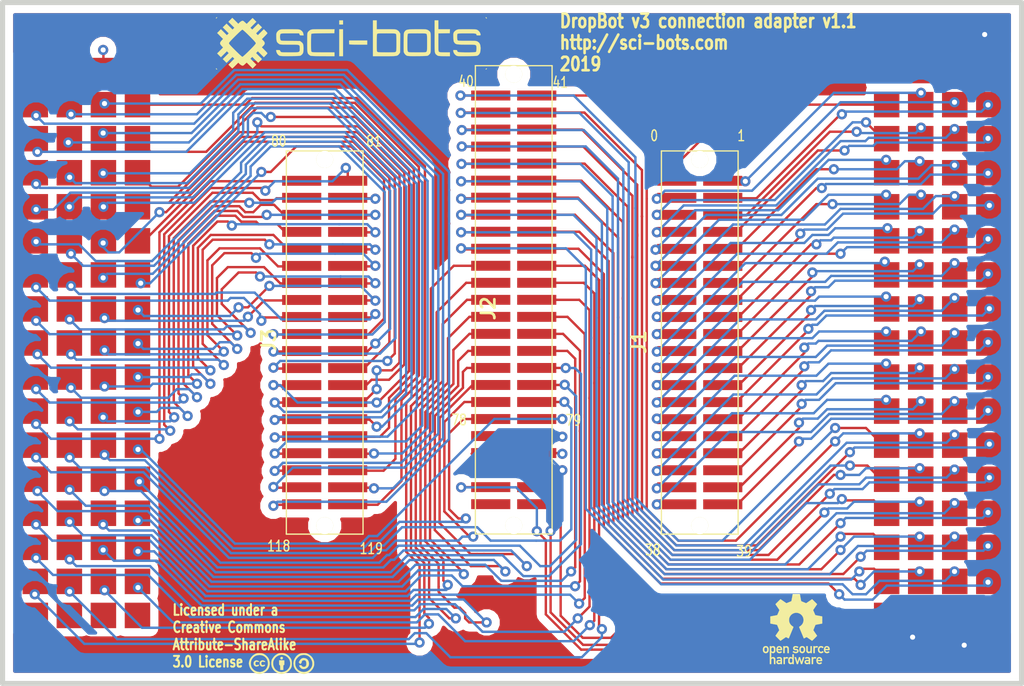
<source format=kicad_pcb>
(kicad_pcb (version 4) (host pcbnew 4.0.4-stable)
  (title_block (title "DropBot v3 connection adapter") (date 2019-07-30) (rev v1.1) (company "Sci-Bots Inc."))
  (layers (0 Front signal) (31 Back signal) (34 B.Paste user) (35 F.Paste user) (36 B.SilkS user) (37 F.SilkS user) (38 B.Mask user) (39 F.Mask user) (44 Edge.Cuts user))
  (net 0 "")
  (net 1 CUR_SENSE)
  (net 2 "Net-(P134-Pad1)")
  (net 3 "Net-(P135-Pad1)")
  (net 4 "Net-(P136-Pad1)")
  (net 5 "Net-(P137-Pad1)")
  (net 6 "Net-(J1-Pad1)")
  (net 7 "Net-(J1-Pad2)")
  (net 8 "Net-(J1-Pad3)")
  (net 9 "Net-(J1-Pad4)")
  (net 10 "Net-(J1-Pad5)")
  (net 11 "Net-(J1-Pad6)")
  (net 12 "Net-(J1-Pad7)")
  (net 13 "Net-(J1-Pad8)")
  (net 14 "Net-(J1-Pad9)")
  (net 15 "Net-(J1-Pad10)")
  (net 16 "Net-(J1-Pad11)")
  (net 17 "Net-(J1-Pad12)")
  (net 18 "Net-(J1-Pad13)")
  (net 19 "Net-(J1-Pad14)")
  (net 20 "Net-(J1-Pad15)")
  (net 21 "Net-(J1-Pad16)")
  (net 22 "Net-(J1-Pad17)")
  (net 23 "Net-(J1-Pad18)")
  (net 24 "Net-(J1-Pad19)")
  (net 25 "Net-(J1-Pad20)")
  (net 26 "Net-(J1-Pad21)")
  (net 27 "Net-(J1-Pad22)")
  (net 28 "Net-(J1-Pad23)")
  (net 29 "Net-(J1-Pad24)")
  (net 30 "Net-(J1-Pad25)")
  (net 31 "Net-(J1-Pad26)")
  (net 32 "Net-(J1-Pad27)")
  (net 33 "Net-(J1-Pad28)")
  (net 34 "Net-(J1-Pad29)")
  (net 35 "Net-(J1-Pad30)")
  (net 36 "Net-(J1-Pad31)")
  (net 37 "Net-(J1-Pad32)")
  (net 38 "Net-(J1-Pad33)")
  (net 39 "Net-(J1-Pad34)")
  (net 40 "Net-(J1-Pad35)")
  (net 41 "Net-(J1-Pad36)")
  (net 42 "Net-(J1-Pad37)")
  (net 43 "Net-(J1-Pad38)")
  (net 44 "Net-(J1-Pad39)")
  (net 45 "Net-(J1-Pad40)")
  (net 46 "Net-(J2-Pad11)")
  (net 47 "Net-(J2-Pad12)")
  (net 48 "Net-(J2-Pad13)")
  (net 49 "Net-(J2-Pad14)")
  (net 50 "Net-(J2-Pad15)")
  (net 51 "Net-(J2-Pad16)")
  (net 52 "Net-(J2-Pad17)")
  (net 53 "Net-(J2-Pad18)")
  (net 54 "Net-(J2-Pad19)")
  (net 55 "Net-(J2-Pad20)")
  (net 56 "Net-(J2-Pad21)")
  (net 57 "Net-(J2-Pad22)")
  (net 58 "Net-(J2-Pad23)")
  (net 59 "Net-(J2-Pad24)")
  (net 60 "Net-(J2-Pad25)")
  (net 61 "Net-(J2-Pad26)")
  (net 62 "Net-(J2-Pad27)")
  (net 63 "Net-(J2-Pad28)")
  (net 64 "Net-(J2-Pad29)")
  (net 65 "Net-(J2-Pad30)")
  (net 66 "Net-(J2-Pad31)")
  (net 67 "Net-(J2-Pad32)")
  (net 68 "Net-(J2-Pad33)")
  (net 69 "Net-(J2-Pad34)")
  (net 70 "Net-(J2-Pad35)")
  (net 71 "Net-(J2-Pad36)")
  (net 72 "Net-(J2-Pad37)")
  (net 73 "Net-(J2-Pad38)")
  (net 74 "Net-(J2-Pad39)")
  (net 75 "Net-(J2-Pad40)")
  (net 76 "Net-(J3-Pad1)")
  (net 77 "Net-(J3-Pad2)")
  (net 78 "Net-(J3-Pad3)")
  (net 79 "Net-(J3-Pad4)")
  (net 80 "Net-(J3-Pad5)")
  (net 81 "Net-(J3-Pad6)")
  (net 82 "Net-(J3-Pad7)")
  (net 83 "Net-(J3-Pad8)")
  (net 84 "Net-(J3-Pad9)")
  (net 85 "Net-(J3-Pad10)")
  (net 86 "Net-(J3-Pad11)")
  (net 87 "Net-(J3-Pad12)")
  (net 88 "Net-(J3-Pad13)")
  (net 89 "Net-(J3-Pad14)")
  (net 90 "Net-(J3-Pad15)")
  (net 91 "Net-(J3-Pad16)")
  (net 92 "Net-(J3-Pad17)")
  (net 93 "Net-(J3-Pad18)")
  (net 94 "Net-(J3-Pad19)")
  (net 95 "Net-(J3-Pad20)")
  (net 96 "Net-(J3-Pad21)")
  (net 97 "Net-(J3-Pad22)")
  (net 98 "Net-(J3-Pad23)")
  (net 99 "Net-(J3-Pad24)")
  (net 100 "Net-(J3-Pad25)")
  (net 101 "Net-(J3-Pad26)")
  (net 102 "Net-(J3-Pad27)")
  (net 103 "Net-(J3-Pad28)")
  (net 104 "Net-(J3-Pad29)")
  (net 105 "Net-(J3-Pad30)")
  (net 106 "Net-(J3-Pad31)")
  (net 107 "Net-(J3-Pad32)")
  (net 108 "Net-(J3-Pad33)")
  (net 109 "Net-(J3-Pad34)")
  (net 110 "Net-(J3-Pad35)")
  (net 111 "Net-(J3-Pad36)")
  (net 112 "Net-(J3-Pad37)")
  (net 113 "Net-(J3-Pad38)")
  (net 114 "Net-(J3-Pad39)")
  (net 115 "Net-(J3-Pad40)")
  (net 116 GND)
  (net 117 "Net-(J2-Pad45)")
  (net 118 "Net-(J2-Pad46)")
  (net 119 "Net-(J2-Pad43)")
  (net 120 "Net-(J2-Pad44)")
  (net 121 "Net-(J2-Pad42)")
  (net 122 "Net-(J2-Pad41)")
  (net 123 "Net-(J2-Pad48)")
  (net 124 "Net-(J2-Pad47)")
  (net 125 "Net-(J2-Pad50)")
  (net 126 "Net-(J2-Pad49)")
  (net 127 X1)
  (net 128 X2)
  (net 129 HV_OE)
  (net 130 +12V)
  (net 131 +3.3V)
  (net 132 SCL)
  (net 133 SDA)
  (net 134 "Net-(P133-Pad1)")
  (net 135 "Net-(P125-Pad1)")
  (net 136 "Net-(P126-Pad1)")
  (net 137 "Net-(P127-Pad1)")
  (net 138 "Net-(P128-Pad1)")
  (net 139 "Net-(P129-Pad1)")
  (net 140 "Net-(P122-Pad1)")
  (net 141 "Net-(P123-Pad1)")
  (net 142 "Net-(P124-Pad1)")
  (module wheelerlab:1.9mm_DMF_Electrode (layer Front) (at 104.14 43.18)
    (fp_text reference P1 hide)
    (fp_text value CONN_01X01 hide)
    (pad 1 smd rect (at 0 0) (size 1.89992 1.89992) (layers Front F.Mask) (net 45 "Net-(J1-Pad40)"))
  )
  (module wheelerlab:1.9mm_DMF_Electrode (layer Front) (at 106.68 43.18)
    (fp_text reference P2 hide)
    (fp_text value CONN_01X01 hide)
    (pad 1 smd rect (at 0 0) (size 1.89992 1.89992) (layers Front F.Mask) (net 44 "Net-(J1-Pad39)"))
  )
  (module wheelerlab:1.9mm_DMF_Electrode (layer Front) (at 109.22 43.18)
    (fp_text reference P3 hide)
    (fp_text value CONN_01X01 hide)
    (pad 1 smd rect (at 0 0) (size 1.89992 1.89992) (layers Front F.Mask) (net 43 "Net-(J1-Pad38)"))
  )
  (module wheelerlab:1.9mm_DMF_Electrode (layer Front) (at 111.76 43.18)
    (fp_text reference P4 hide)
    (fp_text value CONN_01X01 hide)
    (pad 1 smd rect (at 0 0) (size 1.89992 1.89992) (layers Front F.Mask) (net 42 "Net-(J1-Pad37)"))
  )
  (module wheelerlab:1.9mm_DMF_Electrode (layer Front) (at 104.14 45.72 180)
    (fp_text reference P5 hide)
    (fp_text value CONN_01X01 hide)
    (pad 1 smd rect (at 0 0 180) (size 1.89992 1.89992) (layers Front F.Mask) (net 41 "Net-(J1-Pad36)"))
  )
  (module wheelerlab:1.9mm_DMF_Electrode (layer Front) (at 106.68 45.72 180)
    (fp_text reference P6 hide)
    (fp_text value CONN_01X01 hide)
    (pad 1 smd rect (at 0 0 180) (size 1.89992 1.89992) (layers Front F.Mask) (net 40 "Net-(J1-Pad35)"))
  )
  (module wheelerlab:1.9mm_DMF_Electrode (layer Front) (at 109.22 45.72 180)
    (fp_text reference P7 hide)
    (fp_text value CONN_01X01 hide)
    (pad 1 smd rect (at 0 0 180) (size 1.89992 1.89992) (layers Front F.Mask) (net 39 "Net-(J1-Pad34)"))
  )
  (module wheelerlab:1.9mm_DMF_Electrode (layer Front) (at 111.76 45.72 180)
    (fp_text reference P8 hide)
    (fp_text value CONN_01X01 hide)
    (pad 1 smd rect (at 0 0 180) (size 1.89992 1.89992) (layers Front F.Mask) (net 38 "Net-(J1-Pad33)"))
  )
  (module wheelerlab:1.9mm_DMF_Electrode (layer Front) (at 104.14 48.26 180)
    (fp_text reference P9 hide)
    (fp_text value CONN_01X01 hide)
    (pad 1 smd rect (at 0 0 180) (size 1.89992 1.89992) (layers Front F.Mask) (net 37 "Net-(J1-Pad32)"))
  )
  (module wheelerlab:1.9mm_DMF_Electrode (layer Front) (at 106.68 48.26)
    (fp_text reference P10 hide)
    (fp_text value CONN_01X01 hide)
    (pad 1 smd rect (at 0 0) (size 1.89992 1.89992) (layers Front F.Mask) (net 36 "Net-(J1-Pad31)"))
  )
  (module wheelerlab:1.9mm_DMF_Electrode (layer Front) (at 109.22 48.26)
    (fp_text reference P11 hide)
    (fp_text value CONN_01X01 hide)
    (pad 1 smd rect (at 0 0) (size 1.89992 1.89992) (layers Front F.Mask) (net 35 "Net-(J1-Pad30)"))
  )
  (module wheelerlab:1.9mm_DMF_Electrode (layer Front) (at 111.76 48.26)
    (fp_text reference P12 hide)
    (fp_text value CONN_01X01 hide)
    (pad 1 smd rect (at 0 0) (size 1.89992 1.89992) (layers Front F.Mask) (net 34 "Net-(J1-Pad29)"))
  )
  (module wheelerlab:1.9mm_DMF_Electrode (layer Front) (at 104.14 50.8)
    (fp_text reference P13 hide)
    (fp_text value CONN_01X01 hide)
    (pad 1 smd rect (at 0 0) (size 1.89992 1.89992) (layers Front F.Mask) (net 33 "Net-(J1-Pad28)"))
  )
  (module wheelerlab:1.9mm_DMF_Electrode (layer Front) (at 106.68 50.8)
    (fp_text reference P14 hide)
    (fp_text value CONN_01X01 hide)
    (pad 1 smd rect (at 0 0) (size 1.89992 1.89992) (layers Front F.Mask) (net 32 "Net-(J1-Pad27)"))
  )
  (module wheelerlab:1.9mm_DMF_Electrode (layer Front) (at 109.22 50.8)
    (fp_text reference P15 hide)
    (fp_text value CONN_01X01 hide)
    (pad 1 smd rect (at 0 0) (size 1.89992 1.89992) (layers Front F.Mask) (net 31 "Net-(J1-Pad26)"))
  )
  (module wheelerlab:1.9mm_DMF_Electrode (layer Front) (at 111.76 50.8)
    (fp_text reference P16 hide)
    (fp_text value CONN_01X01 hide)
    (pad 1 smd rect (at 0 0) (size 1.89992 1.89992) (layers Front F.Mask) (net 30 "Net-(J1-Pad25)"))
  )
  (module wheelerlab:1.9mm_DMF_Electrode (layer Front) (at 104.14 53.34)
    (fp_text reference P17 hide)
    (fp_text value CONN_01X01 hide)
    (pad 1 smd rect (at 0 0) (size 1.89992 1.89992) (layers Front F.Mask) (net 29 "Net-(J1-Pad24)"))
  )
  (module wheelerlab:1.9mm_DMF_Electrode (layer Front) (at 106.68 53.34)
    (fp_text reference P18 hide)
    (fp_text value CONN_01X01 hide)
    (pad 1 smd rect (at 0 0) (size 1.89992 1.89992) (layers Front F.Mask) (net 28 "Net-(J1-Pad23)"))
  )
  (module wheelerlab:1.9mm_DMF_Electrode (layer Front) (at 109.22 53.34)
    (fp_text reference P19 hide)
    (fp_text value CONN_01X01 hide)
    (pad 1 smd rect (at 0 0) (size 1.89992 1.89992) (layers Front F.Mask) (net 27 "Net-(J1-Pad22)"))
  )
  (module wheelerlab:1.9mm_DMF_Electrode (layer Front) (at 111.76 53.34)
    (fp_text reference P20 hide)
    (fp_text value CONN_01X01 hide)
    (pad 1 smd rect (at 0 0) (size 1.89992 1.89992) (layers Front F.Mask) (net 26 "Net-(J1-Pad21)"))
  )
  (module wheelerlab:1.9mm_DMF_Electrode (layer Front) (at 104.14 55.88)
    (fp_text reference P21 hide)
    (fp_text value CONN_01X01 hide)
    (pad 1 smd rect (at 0 0) (size 1.89992 1.89992) (layers Front F.Mask) (net 25 "Net-(J1-Pad20)"))
  )
  (module wheelerlab:1.9mm_DMF_Electrode (layer Front) (at 106.68 55.88)
    (fp_text reference P22 hide)
    (fp_text value CONN_01X01 hide)
    (pad 1 smd rect (at 0 0) (size 1.89992 1.89992) (layers Front F.Mask) (net 24 "Net-(J1-Pad19)"))
  )
  (module wheelerlab:1.9mm_DMF_Electrode (layer Front) (at 109.22 55.88)
    (fp_text reference P23 hide)
    (fp_text value CONN_01X01 hide)
    (pad 1 smd rect (at 0 0) (size 1.89992 1.89992) (layers Front F.Mask) (net 23 "Net-(J1-Pad18)"))
  )
  (module wheelerlab:1.9mm_DMF_Electrode (layer Front) (at 111.76 55.88)
    (fp_text reference P24 hide)
    (fp_text value CONN_01X01 hide)
    (pad 1 smd rect (at 0 0) (size 1.89992 1.89992) (layers Front F.Mask) (net 22 "Net-(J1-Pad17)"))
  )
  (module wheelerlab:1.9mm_DMF_Electrode (layer Front) (at 104.14 58.42)
    (fp_text reference P25 hide)
    (fp_text value CONN_01X01 hide)
    (pad 1 smd rect (at 0 0) (size 1.89992 1.89992) (layers Front F.Mask) (net 21 "Net-(J1-Pad16)"))
  )
  (module wheelerlab:1.9mm_DMF_Electrode (layer Front) (at 106.68 58.42)
    (fp_text reference P26 hide)
    (fp_text value CONN_01X01 hide)
    (pad 1 smd rect (at 0 0) (size 1.89992 1.89992) (layers Front F.Mask) (net 20 "Net-(J1-Pad15)"))
  )
  (module wheelerlab:1.9mm_DMF_Electrode (layer Front) (at 109.22 58.42)
    (fp_text reference P27 hide)
    (fp_text value CONN_01X01 hide)
    (pad 1 smd rect (at 0 0) (size 1.89992 1.89992) (layers Front F.Mask) (net 19 "Net-(J1-Pad14)"))
  )
  (module wheelerlab:1.9mm_DMF_Electrode (layer Front) (at 111.76 58.42)
    (fp_text reference P28 hide)
    (fp_text value CONN_01X01 hide)
    (pad 1 smd rect (at 0 0) (size 1.89992 1.89992) (layers Front F.Mask) (net 18 "Net-(J1-Pad13)"))
  )
  (module wheelerlab:1.9mm_DMF_Electrode (layer Front) (at 104.14 60.96)
    (fp_text reference P29 hide)
    (fp_text value CONN_01X01 hide)
    (pad 1 smd rect (at 0 0) (size 1.89992 1.89992) (layers Front F.Mask) (net 17 "Net-(J1-Pad12)"))
  )
  (module wheelerlab:1.9mm_DMF_Electrode (layer Front) (at 106.68 60.96)
    (fp_text reference P30 hide)
    (fp_text value CONN_01X01 hide)
    (pad 1 smd rect (at 0 0) (size 1.89992 1.89992) (layers Front F.Mask) (net 16 "Net-(J1-Pad11)"))
  )
  (module wheelerlab:1.9mm_DMF_Electrode (layer Front) (at 109.22 60.96)
    (fp_text reference P31 hide)
    (fp_text value CONN_01X01 hide)
    (pad 1 smd rect (at 0 0) (size 1.89992 1.89992) (layers Front F.Mask) (net 15 "Net-(J1-Pad10)"))
  )
  (module wheelerlab:1.9mm_DMF_Electrode (layer Front) (at 111.76 60.96)
    (fp_text reference P32 hide)
    (fp_text value CONN_01X01 hide)
    (pad 1 smd rect (at 0 0) (size 1.89992 1.89992) (layers Front F.Mask) (net 14 "Net-(J1-Pad9)"))
  )
  (module wheelerlab:1.9mm_DMF_Electrode (layer Front) (at 104.14 63.5)
    (fp_text reference P33 hide)
    (fp_text value CONN_01X01 hide)
    (pad 1 smd rect (at 0 0) (size 1.89992 1.89992) (layers Front F.Mask) (net 13 "Net-(J1-Pad8)"))
  )
  (module wheelerlab:1.9mm_DMF_Electrode (layer Front) (at 106.68 63.5)
    (fp_text reference P34 hide)
    (fp_text value CONN_01X01 hide)
    (pad 1 smd rect (at 0 0) (size 1.89992 1.89992) (layers Front F.Mask) (net 12 "Net-(J1-Pad7)"))
  )
  (module wheelerlab:1.9mm_DMF_Electrode (layer Front) (at 109.22 63.5)
    (fp_text reference P35 hide)
    (fp_text value CONN_01X01 hide)
    (pad 1 smd rect (at 0 0) (size 1.89992 1.89992) (layers Front F.Mask) (net 11 "Net-(J1-Pad6)"))
  )
  (module wheelerlab:1.9mm_DMF_Electrode (layer Front) (at 111.76 63.5)
    (fp_text reference P36 hide)
    (fp_text value CONN_01X01 hide)
    (pad 1 smd rect (at 0 0) (size 1.89992 1.89992) (layers Front F.Mask) (net 10 "Net-(J1-Pad5)"))
  )
  (module wheelerlab:1.9mm_DMF_Electrode (layer Front) (at 104.14 66.04)
    (fp_text reference P37 hide)
    (fp_text value CONN_01X01 hide)
    (pad 1 smd rect (at 0 0) (size 1.89992 1.89992) (layers Front F.Mask) (net 9 "Net-(J1-Pad4)"))
  )
  (module wheelerlab:1.9mm_DMF_Electrode (layer Front) (at 106.68 66.04)
    (fp_text reference P38 hide)
    (fp_text value CONN_01X01 hide)
    (pad 1 smd rect (at 0 0) (size 1.89992 1.89992) (layers Front F.Mask) (net 8 "Net-(J1-Pad3)"))
  )
  (module wheelerlab:1.9mm_DMF_Electrode (layer Front) (at 109.22 66.04)
    (fp_text reference P39 hide)
    (fp_text value CONN_01X01 hide)
    (pad 1 smd rect (at 0 0) (size 1.89992 1.89992) (layers Front F.Mask) (net 7 "Net-(J1-Pad2)"))
  )
  (module wheelerlab:1.9mm_DMF_Electrode (layer Front) (at 111.76 66.04)
    (fp_text reference P40 hide)
    (fp_text value CONN_01X01 hide)
    (pad 1 smd rect (at 0 0) (size 1.89992 1.89992) (layers Front F.Mask) (net 6 "Net-(J1-Pad1)"))
  )
  (module wheelerlab:1.9mm_DMF_Electrode (layer Front) (at 104.14 68.58)
    (fp_text reference P41 hide)
    (fp_text value CONN_01X01 hide)
    (pad 1 smd rect (at 0 0) (size 1.89992 1.89992) (layers Front F.Mask) (net 125 "Net-(J2-Pad50)"))
  )
  (module wheelerlab:1.9mm_DMF_Electrode (layer Front) (at 106.68 68.58)
    (fp_text reference P42 hide)
    (fp_text value CONN_01X01 hide)
    (pad 1 smd rect (at 0 0) (size 1.89992 1.89992) (layers Front F.Mask) (net 126 "Net-(J2-Pad49)"))
  )
  (module wheelerlab:1.9mm_DMF_Electrode (layer Front) (at 109.22 68.58)
    (fp_text reference P43 hide)
    (fp_text value CONN_01X01 hide)
    (pad 1 smd rect (at 0 0) (size 1.89992 1.89992) (layers Front F.Mask) (net 123 "Net-(J2-Pad48)"))
  )
  (module wheelerlab:1.9mm_DMF_Electrode (layer Front) (at 111.76 68.58)
    (fp_text reference P44 hide)
    (fp_text value CONN_01X01 hide)
    (pad 1 smd rect (at 0 0) (size 1.89992 1.89992) (layers Front F.Mask) (net 124 "Net-(J2-Pad47)"))
  )
  (module wheelerlab:1.9mm_DMF_Electrode (layer Front) (at 104.14 71.12)
    (fp_text reference P45 hide)
    (fp_text value CONN_01X01 hide)
    (pad 1 smd rect (at 0 0) (size 1.89992 1.89992) (layers Front F.Mask) (net 118 "Net-(J2-Pad46)"))
  )
  (module wheelerlab:1.9mm_DMF_Electrode (layer Front) (at 106.68 71.12)
    (fp_text reference P46 hide)
    (fp_text value CONN_01X01 hide)
    (pad 1 smd rect (at 0 0) (size 1.89992 1.89992) (layers Front F.Mask) (net 117 "Net-(J2-Pad45)"))
  )
  (module wheelerlab:1.9mm_DMF_Electrode (layer Front) (at 109.22 71.12)
    (fp_text reference P47 hide)
    (fp_text value CONN_01X01 hide)
    (pad 1 smd rect (at 0 0) (size 1.89992 1.89992) (layers Front F.Mask) (net 120 "Net-(J2-Pad44)"))
  )
  (module wheelerlab:1.9mm_DMF_Electrode (layer Front) (at 111.76 71.12)
    (fp_text reference P48 hide)
    (fp_text value CONN_01X01 hide)
    (pad 1 smd rect (at 0 0) (size 1.89992 1.89992) (layers Front F.Mask) (net 119 "Net-(J2-Pad43)"))
  )
  (module wheelerlab:1.9mm_DMF_Electrode (layer Front) (at 104.14 73.66)
    (fp_text reference P49 hide)
    (fp_text value CONN_01X01 hide)
    (pad 1 smd rect (at 0 0) (size 1.89992 1.89992) (layers Front F.Mask) (net 121 "Net-(J2-Pad42)"))
  )
  (module wheelerlab:1.9mm_DMF_Electrode (layer Front) (at 106.68 73.66)
    (fp_text reference P50 hide)
    (fp_text value CONN_01X01 hide)
    (pad 1 smd rect (at 0 0) (size 1.89992 1.89992) (layers Front F.Mask) (net 122 "Net-(J2-Pad41)"))
  )
  (module wheelerlab:1.9mm_DMF_Electrode (layer Front) (at 109.22 73.66)
    (fp_text reference P51 hide)
    (fp_text value CONN_01X01 hide)
    (pad 1 smd rect (at 0 0) (size 1.89992 1.89992) (layers Front F.Mask) (net 75 "Net-(J2-Pad40)"))
  )
  (module wheelerlab:1.9mm_DMF_Electrode (layer Front) (at 111.76 73.66)
    (fp_text reference P52 hide)
    (fp_text value CONN_01X01 hide)
    (pad 1 smd rect (at 0 0) (size 1.89992 1.89992) (layers Front F.Mask) (net 74 "Net-(J2-Pad39)"))
  )
  (module wheelerlab:1.9mm_DMF_Electrode (layer Front) (at 104.14 76.2)
    (fp_text reference P53 hide)
    (fp_text value CONN_01X01 hide)
    (pad 1 smd rect (at 0 0) (size 1.89992 1.89992) (layers Front F.Mask) (net 73 "Net-(J2-Pad38)"))
  )
  (module wheelerlab:1.9mm_DMF_Electrode (layer Front) (at 106.68 76.2)
    (fp_text reference P54 hide)
    (fp_text value CONN_01X01 hide)
    (pad 1 smd rect (at 0 0) (size 1.89992 1.89992) (layers Front F.Mask) (net 72 "Net-(J2-Pad37)"))
  )
  (module wheelerlab:1.9mm_DMF_Electrode (layer Front) (at 109.22 76.2)
    (fp_text reference P55 hide)
    (fp_text value CONN_01X01 hide)
    (pad 1 smd rect (at 0 0) (size 1.89992 1.89992) (layers Front F.Mask) (net 71 "Net-(J2-Pad36)"))
  )
  (module wheelerlab:1.9mm_DMF_Electrode (layer Front) (at 111.76 76.2)
    (fp_text reference P56 hide)
    (fp_text value CONN_01X01 hide)
    (pad 1 smd rect (at 0 0) (size 1.89992 1.89992) (layers Front F.Mask) (net 70 "Net-(J2-Pad35)"))
  )
  (module wheelerlab:1.9mm_DMF_Electrode (layer Front) (at 104.14 78.74)
    (fp_text reference P57 hide)
    (fp_text value CONN_01X01 hide)
    (pad 1 smd rect (at 0 0) (size 1.89992 1.89992) (layers Front F.Mask) (net 69 "Net-(J2-Pad34)"))
  )
  (module wheelerlab:1.9mm_DMF_Electrode (layer Front) (at 106.68 78.74)
    (fp_text reference P58 hide)
    (fp_text value CONN_01X01 hide)
    (pad 1 smd rect (at 0 0) (size 1.89992 1.89992) (layers Front F.Mask) (net 68 "Net-(J2-Pad33)"))
  )
  (module wheelerlab:1.9mm_DMF_Electrode (layer Front) (at 109.22 78.74)
    (fp_text reference P59 hide)
    (fp_text value CONN_01X01 hide)
    (pad 1 smd rect (at 0 0) (size 1.89992 1.89992) (layers Front F.Mask) (net 67 "Net-(J2-Pad32)"))
  )
  (module wheelerlab:1.9mm_DMF_Electrode (layer Front) (at 111.76 78.74)
    (fp_text reference P60 hide)
    (fp_text value CONN_01X01 hide)
    (pad 1 smd rect (at 0 0) (size 1.89992 1.89992) (layers Front F.Mask) (net 66 "Net-(J2-Pad31)"))
  )
  (module wheelerlab:1.9mm_DMF_Electrode (layer Front) (at 40.64 78.74)
    (fp_text reference P61 hide)
    (fp_text value CONN_01X01 hide)
    (pad 1 smd rect (at 0 0) (size 1.89992 1.89992) (layers Front F.Mask) (net 65 "Net-(J2-Pad30)"))
  )
  (module wheelerlab:1.9mm_DMF_Electrode (layer Front) (at 43.18 78.74)
    (fp_text reference P62 hide)
    (fp_text value CONN_01X01 hide)
    (pad 1 smd rect (at 0 0) (size 1.89992 1.89992) (layers Front F.Mask) (net 64 "Net-(J2-Pad29)"))
  )
  (module wheelerlab:1.9mm_DMF_Electrode (layer Front) (at 45.72 78.74)
    (fp_text reference P63 hide)
    (fp_text value CONN_01X01 hide)
    (pad 1 smd rect (at 0 0) (size 1.89992 1.89992) (layers Front F.Mask) (net 63 "Net-(J2-Pad28)"))
  )
  (module wheelerlab:1.9mm_DMF_Electrode (layer Front) (at 48.26 78.74)
    (fp_text reference P64 hide)
    (fp_text value CONN_01X01 hide)
    (pad 1 smd rect (at 0 0) (size 1.89992 1.89992) (layers Front F.Mask) (net 62 "Net-(J2-Pad27)"))
  )
  (module wheelerlab:1.9mm_DMF_Electrode (layer Front) (at 40.64 76.2)
    (fp_text reference P65 hide)
    (fp_text value CONN_01X01 hide)
    (pad 1 smd rect (at 0 0) (size 1.89992 1.89992) (layers Front F.Mask) (net 61 "Net-(J2-Pad26)"))
  )
  (module wheelerlab:1.9mm_DMF_Electrode (layer Front) (at 43.18 76.2)
    (fp_text reference P66 hide)
    (fp_text value CONN_01X01 hide)
    (pad 1 smd rect (at 0 0) (size 1.89992 1.89992) (layers Front F.Mask) (net 60 "Net-(J2-Pad25)"))
  )
  (module wheelerlab:1.9mm_DMF_Electrode (layer Front) (at 45.72 76.2)
    (fp_text reference P67 hide)
    (fp_text value CONN_01X01 hide)
    (pad 1 smd rect (at 0 0) (size 1.89992 1.89992) (layers Front F.Mask) (net 59 "Net-(J2-Pad24)"))
  )
  (module wheelerlab:1.9mm_DMF_Electrode (layer Front) (at 48.26 76.2)
    (fp_text reference P68 hide)
    (fp_text value CONN_01X01 hide)
    (pad 1 smd rect (at 0 0) (size 1.89992 1.89992) (layers Front F.Mask) (net 58 "Net-(J2-Pad23)"))
  )
  (module wheelerlab:1.9mm_DMF_Electrode (layer Front) (at 40.64 73.66)
    (fp_text reference P69 hide)
    (fp_text value CONN_01X01 hide)
    (pad 1 smd rect (at 0 0) (size 1.89992 1.89992) (layers Front F.Mask) (net 57 "Net-(J2-Pad22)"))
  )
  (module wheelerlab:1.9mm_DMF_Electrode (layer Front) (at 43.18 73.66)
    (fp_text reference P70 hide)
    (fp_text value CONN_01X01 hide)
    (pad 1 smd rect (at 0 0) (size 1.89992 1.89992) (layers Front F.Mask) (net 56 "Net-(J2-Pad21)"))
  )
  (module wheelerlab:1.9mm_DMF_Electrode (layer Front) (at 45.72 73.66)
    (fp_text reference P71 hide)
    (fp_text value CONN_01X01 hide)
    (pad 1 smd rect (at 0 0) (size 1.89992 1.89992) (layers Front F.Mask) (net 55 "Net-(J2-Pad20)"))
  )
  (module wheelerlab:1.9mm_DMF_Electrode (layer Front) (at 48.26 73.66)
    (fp_text reference P72 hide)
    (fp_text value CONN_01X01 hide)
    (pad 1 smd rect (at 0 0) (size 1.89992 1.89992) (layers Front F.Mask) (net 54 "Net-(J2-Pad19)"))
  )
  (module wheelerlab:1.9mm_DMF_Electrode (layer Front) (at 40.64 71.12)
    (fp_text reference P73 hide)
    (fp_text value CONN_01X01 hide)
    (pad 1 smd rect (at 0 0) (size 1.89992 1.89992) (layers Front F.Mask) (net 53 "Net-(J2-Pad18)"))
  )
  (module wheelerlab:1.9mm_DMF_Electrode (layer Front) (at 43.18 71.12)
    (fp_text reference P74 hide)
    (fp_text value CONN_01X01 hide)
    (pad 1 smd rect (at 0 0) (size 1.89992 1.89992) (layers Front F.Mask) (net 52 "Net-(J2-Pad17)"))
  )
  (module wheelerlab:1.9mm_DMF_Electrode (layer Front) (at 45.72 71.12)
    (fp_text reference P75 hide)
    (fp_text value CONN_01X01 hide)
    (pad 1 smd rect (at 0 0) (size 1.89992 1.89992) (layers Front F.Mask) (net 51 "Net-(J2-Pad16)"))
  )
  (module wheelerlab:1.9mm_DMF_Electrode (layer Front) (at 48.26 71.12)
    (fp_text reference P76 hide)
    (fp_text value CONN_01X01 hide)
    (pad 1 smd rect (at 0 0) (size 1.89992 1.89992) (layers Front F.Mask) (net 50 "Net-(J2-Pad15)"))
  )
  (module wheelerlab:1.9mm_DMF_Electrode (layer Front) (at 40.64 68.58)
    (fp_text reference P77 hide)
    (fp_text value CONN_01X01 hide)
    (pad 1 smd rect (at 0 0) (size 1.89992 1.89992) (layers Front F.Mask) (net 49 "Net-(J2-Pad14)"))
  )
  (module wheelerlab:1.9mm_DMF_Electrode (layer Front) (at 43.18 68.58)
    (fp_text reference P78 hide)
    (fp_text value CONN_01X01 hide)
    (pad 1 smd rect (at 0 0) (size 1.89992 1.89992) (layers Front F.Mask) (net 48 "Net-(J2-Pad13)"))
  )
  (module wheelerlab:1.9mm_DMF_Electrode (layer Front) (at 45.72 68.58)
    (fp_text reference P79 hide)
    (fp_text value CONN_01X01 hide)
    (pad 1 smd rect (at 0 0) (size 1.89992 1.89992) (layers Front F.Mask) (net 47 "Net-(J2-Pad12)"))
  )
  (module wheelerlab:1.9mm_DMF_Electrode (layer Front) (at 48.26 68.58)
    (fp_text reference P80 hide)
    (fp_text value CONN_01X01 hide)
    (pad 1 smd rect (at 0 0) (size 1.89992 1.89992) (layers Front F.Mask) (net 46 "Net-(J2-Pad11)"))
  )
  (module wheelerlab:1.9mm_DMF_Electrode (layer Front) (at 40.64 66.04)
    (fp_text reference P81 hide)
    (fp_text value CONN_01X01 hide)
    (pad 1 smd rect (at 0 0) (size 1.89992 1.89992) (layers Front F.Mask) (net 115 "Net-(J3-Pad40)"))
  )
  (module wheelerlab:1.9mm_DMF_Electrode (layer Front) (at 43.18 66.04)
    (fp_text reference P82 hide)
    (fp_text value CONN_01X01 hide)
    (pad 1 smd rect (at 0 0) (size 1.89992 1.89992) (layers Front F.Mask) (net 114 "Net-(J3-Pad39)"))
  )
  (module wheelerlab:1.9mm_DMF_Electrode (layer Front) (at 45.72 66.04)
    (fp_text reference P83 hide)
    (fp_text value CONN_01X01 hide)
    (pad 1 smd rect (at 0 0) (size 1.89992 1.89992) (layers Front F.Mask) (net 113 "Net-(J3-Pad38)"))
  )
  (module wheelerlab:1.9mm_DMF_Electrode (layer Front) (at 48.26 66.04)
    (fp_text reference P84 hide)
    (fp_text value CONN_01X01 hide)
    (pad 1 smd rect (at 0 0) (size 1.89992 1.89992) (layers Front F.Mask) (net 112 "Net-(J3-Pad37)"))
  )
  (module wheelerlab:1.9mm_DMF_Electrode (layer Front) (at 40.64 63.5)
    (fp_text reference P85 hide)
    (fp_text value CONN_01X01 hide)
    (pad 1 smd rect (at 0 0) (size 1.89992 1.89992) (layers Front F.Mask) (net 111 "Net-(J3-Pad36)"))
  )
  (module wheelerlab:1.9mm_DMF_Electrode (layer Front) (at 43.18 63.5)
    (fp_text reference P86 hide)
    (fp_text value CONN_01X01 hide)
    (pad 1 smd rect (at 0 0) (size 1.89992 1.89992) (layers Front F.Mask) (net 110 "Net-(J3-Pad35)"))
  )
  (module wheelerlab:1.9mm_DMF_Electrode (layer Front) (at 45.72 63.5)
    (fp_text reference P87 hide)
    (fp_text value CONN_01X01 hide)
    (pad 1 smd rect (at 0 0) (size 1.89992 1.89992) (layers Front F.Mask) (net 109 "Net-(J3-Pad34)"))
  )
  (module wheelerlab:1.9mm_DMF_Electrode (layer Front) (at 48.26 63.5)
    (fp_text reference P88 hide)
    (fp_text value CONN_01X01 hide)
    (pad 1 smd rect (at 0 0) (size 1.89992 1.89992) (layers Front F.Mask) (net 108 "Net-(J3-Pad33)"))
  )
  (module wheelerlab:1.9mm_DMF_Electrode (layer Front) (at 40.64 60.96)
    (fp_text reference P89 hide)
    (fp_text value CONN_01X01 hide)
    (pad 1 smd rect (at 0 0) (size 1.89992 1.89992) (layers Front F.Mask) (net 107 "Net-(J3-Pad32)"))
  )
  (module wheelerlab:1.9mm_DMF_Electrode (layer Front) (at 43.18 60.96)
    (fp_text reference P90 hide)
    (fp_text value CONN_01X01 hide)
    (pad 1 smd rect (at 0 0) (size 1.89992 1.89992) (layers Front F.Mask) (net 106 "Net-(J3-Pad31)"))
  )
  (module wheelerlab:1.9mm_DMF_Electrode (layer Front) (at 45.72 60.96)
    (fp_text reference P91 hide)
    (fp_text value CONN_01X01 hide)
    (pad 1 smd rect (at 0 0) (size 1.89992 1.89992) (layers Front F.Mask) (net 105 "Net-(J3-Pad30)"))
  )
  (module wheelerlab:1.9mm_DMF_Electrode (layer Front) (at 48.26 60.96)
    (fp_text reference P92 hide)
    (fp_text value CONN_01X01 hide)
    (pad 1 smd rect (at 0 0) (size 1.89992 1.89992) (layers Front F.Mask) (net 104 "Net-(J3-Pad29)"))
  )
  (module wheelerlab:1.9mm_DMF_Electrode (layer Front) (at 40.64 58.42)
    (fp_text reference P93 hide)
    (fp_text value CONN_01X01 hide)
    (pad 1 smd rect (at 0 0) (size 1.89992 1.89992) (layers Front F.Mask) (net 103 "Net-(J3-Pad28)"))
  )
  (module wheelerlab:1.9mm_DMF_Electrode (layer Front) (at 43.18 58.42)
    (fp_text reference P94 hide)
    (fp_text value CONN_01X01 hide)
    (pad 1 smd rect (at 0 0) (size 1.89992 1.89992) (layers Front F.Mask) (net 102 "Net-(J3-Pad27)"))
  )
  (module wheelerlab:1.9mm_DMF_Electrode (layer Front) (at 45.72 58.42)
    (fp_text reference P95 hide)
    (fp_text value CONN_01X01 hide)
    (pad 1 smd rect (at 0 0) (size 1.89992 1.89992) (layers Front F.Mask) (net 101 "Net-(J3-Pad26)"))
  )
  (module wheelerlab:1.9mm_DMF_Electrode (layer Front) (at 48.26 58.42)
    (fp_text reference P96 hide)
    (fp_text value CONN_01X01 hide)
    (pad 1 smd rect (at 0 0) (size 1.89992 1.89992) (layers Front F.Mask) (net 100 "Net-(J3-Pad25)"))
  )
  (module wheelerlab:1.9mm_DMF_Electrode (layer Front) (at 40.64 55.88)
    (fp_text reference P97 hide)
    (fp_text value CONN_01X01 hide)
    (pad 1 smd rect (at 0 0) (size 1.89992 1.89992) (layers Front F.Mask) (net 99 "Net-(J3-Pad24)"))
  )
  (module wheelerlab:1.9mm_DMF_Electrode (layer Front) (at 43.18 55.88)
    (fp_text reference P98 hide)
    (fp_text value CONN_01X01 hide)
    (pad 1 smd rect (at 0 0) (size 1.89992 1.89992) (layers Front F.Mask) (net 98 "Net-(J3-Pad23)"))
  )
  (module wheelerlab:1.9mm_DMF_Electrode (layer Front) (at 45.72 55.88)
    (fp_text reference P99 hide)
    (fp_text value CONN_01X01 hide)
    (pad 1 smd rect (at 0 0) (size 1.89992 1.89992) (layers Front F.Mask) (net 97 "Net-(J3-Pad22)"))
  )
  (module wheelerlab:1.9mm_DMF_Electrode (layer Front) (at 48.26 55.88)
    (fp_text reference P100 hide)
    (fp_text value CONN_01X01 hide)
    (pad 1 smd rect (at 0 0) (size 1.89992 1.89992) (layers Front F.Mask) (net 96 "Net-(J3-Pad21)"))
  )
  (module wheelerlab:1.9mm_DMF_Electrode (layer Front) (at 40.64 53.34)
    (fp_text reference P101 hide)
    (fp_text value CONN_01X01 hide)
    (pad 1 smd rect (at 0 0) (size 1.89992 1.89992) (layers Front F.Mask) (net 95 "Net-(J3-Pad20)"))
  )
  (module wheelerlab:1.9mm_DMF_Electrode (layer Front) (at 43.18 53.34)
    (fp_text reference P102 hide)
    (fp_text value CONN_01X01 hide)
    (pad 1 smd rect (at 0 0) (size 1.89992 1.89992) (layers Front F.Mask) (net 94 "Net-(J3-Pad19)"))
  )
  (module wheelerlab:1.9mm_DMF_Electrode (layer Front) (at 45.72 53.34)
    (fp_text reference P103 hide)
    (fp_text value CONN_01X01 hide)
    (pad 1 smd rect (at 0 0) (size 1.89992 1.89992) (layers Front F.Mask) (net 93 "Net-(J3-Pad18)"))
  )
  (module wheelerlab:1.9mm_DMF_Electrode (layer Front) (at 48.26 53.34)
    (fp_text reference P104 hide)
    (fp_text value CONN_01X01 hide)
    (pad 1 smd rect (at 0 0) (size 1.89992 1.89992) (layers Front F.Mask) (net 92 "Net-(J3-Pad17)"))
  )
  (module wheelerlab:1.9mm_DMF_Electrode (layer Front) (at 40.64 50.8)
    (fp_text reference P105 hide)
    (fp_text value CONN_01X01 hide)
    (pad 1 smd rect (at 0 0) (size 1.89992 1.89992) (layers Front F.Mask) (net 91 "Net-(J3-Pad16)"))
  )
  (module wheelerlab:1.9mm_DMF_Electrode (layer Front) (at 43.18 50.8)
    (fp_text reference P106 hide)
    (fp_text value CONN_01X01 hide)
    (pad 1 smd rect (at 0 0) (size 1.89992 1.89992) (layers Front F.Mask) (net 90 "Net-(J3-Pad15)"))
  )
  (module wheelerlab:1.9mm_DMF_Electrode (layer Front) (at 45.72 50.8)
    (fp_text reference P107 hide)
    (fp_text value CONN_01X01 hide)
    (pad 1 smd rect (at 0 0) (size 1.89992 1.89992) (layers Front F.Mask) (net 89 "Net-(J3-Pad14)"))
  )
  (module wheelerlab:1.9mm_DMF_Electrode (layer Front) (at 48.26 50.8)
    (fp_text reference P108 hide)
    (fp_text value CONN_01X01 hide)
    (pad 1 smd rect (at 0 0) (size 1.89992 1.89992) (layers Front F.Mask) (net 88 "Net-(J3-Pad13)"))
  )
  (module wheelerlab:1.9mm_DMF_Electrode (layer Front) (at 40.64 48.26)
    (fp_text reference P109 hide)
    (fp_text value CONN_01X01 hide)
    (pad 1 smd rect (at 0 0) (size 1.89992 1.89992) (layers Front F.Mask) (net 87 "Net-(J3-Pad12)"))
  )
  (module wheelerlab:1.9mm_DMF_Electrode (layer Front) (at 43.18 48.26)
    (fp_text reference P110 hide)
    (fp_text value CONN_01X01 hide)
    (pad 1 smd rect (at 0 0) (size 1.89992 1.89992) (layers Front F.Mask) (net 86 "Net-(J3-Pad11)"))
  )
  (module wheelerlab:1.9mm_DMF_Electrode (layer Front) (at 45.72 48.26)
    (fp_text reference P111 hide)
    (fp_text value CONN_01X01 hide)
    (pad 1 smd rect (at 0 0) (size 1.89992 1.89992) (layers Front F.Mask) (net 85 "Net-(J3-Pad10)"))
  )
  (module wheelerlab:1.9mm_DMF_Electrode (layer Front) (at 48.26 48.26)
    (fp_text reference P112 hide)
    (fp_text value CONN_01X01 hide)
    (pad 1 smd rect (at 0 0) (size 1.89992 1.89992) (layers Front F.Mask) (net 84 "Net-(J3-Pad9)"))
  )
  (module wheelerlab:1.9mm_DMF_Electrode (layer Front) (at 40.64 45.72)
    (fp_text reference P113 hide)
    (fp_text value CONN_01X01 hide)
    (pad 1 smd rect (at 0 0) (size 1.89992 1.89992) (layers Front F.Mask) (net 83 "Net-(J3-Pad8)"))
  )
  (module wheelerlab:1.9mm_DMF_Electrode (layer Front) (at 43.18 45.72)
    (fp_text reference P114 hide)
    (fp_text value CONN_01X01 hide)
    (pad 1 smd rect (at 0 0) (size 1.89992 1.89992) (layers Front F.Mask) (net 82 "Net-(J3-Pad7)"))
  )
  (module wheelerlab:1.9mm_DMF_Electrode (layer Front) (at 45.72 45.72)
    (fp_text reference P115 hide)
    (fp_text value CONN_01X01 hide)
    (pad 1 smd rect (at 0 0) (size 1.89992 1.89992) (layers Front F.Mask) (net 81 "Net-(J3-Pad6)"))
  )
  (module wheelerlab:1.9mm_DMF_Electrode (layer Front) (at 48.26 45.72)
    (fp_text reference P116 hide)
    (fp_text value CONN_01X01 hide)
    (pad 1 smd rect (at 0 0) (size 1.89992 1.89992) (layers Front F.Mask) (net 80 "Net-(J3-Pad5)"))
  )
  (module wheelerlab:1.9mm_DMF_Electrode (layer Front) (at 40.64 43.18)
    (fp_text reference P117 hide)
    (fp_text value CONN_01X01 hide)
    (pad 1 smd rect (at 0 0) (size 1.89992 1.89992) (layers Front F.Mask) (net 79 "Net-(J3-Pad4)"))
  )
  (module wheelerlab:1.9mm_DMF_Electrode (layer Front) (at 43.18 43.18)
    (fp_text reference P118 hide)
    (fp_text value CONN_01X01 hide)
    (pad 1 smd rect (at 0 0) (size 1.89992 1.89992) (layers Front F.Mask) (net 78 "Net-(J3-Pad3)"))
  )
  (module wheelerlab:1.9mm_DMF_Electrode (layer Front) (at 45.72 43.18)
    (fp_text reference P119 hide)
    (fp_text value CONN_01X01 hide)
    (pad 1 smd rect (at 0 0) (size 1.89992 1.89992) (layers Front F.Mask) (net 77 "Net-(J3-Pad2)"))
  )
  (module wheelerlab:1.9mm_DMF_Electrode (layer Front) (at 48.26 43.18)
    (fp_text reference P120 hide)
    (fp_text value CONN_01X01 hide)
    (pad 1 smd rect (at 0 0) (size 1.89992 1.89992) (layers Front F.Mask) (net 76 "Net-(J3-Pad1)"))
  )
  (module wheelerlab:1.9mm_DMF_Electrode (layer Front) (at 48.26 40.64)
    (fp_text reference P122 hide)
    (fp_text value CONN_01X01 hide)
    (pad 1 smd rect (at 0 0) (size 1.89992 1.89992) (layers Front F.Mask) (net 140 "Net-(P122-Pad1)"))
  )
  (module wheelerlab:1.9mm_DMF_Electrode (layer Front) (at 48.26 81.28)
    (fp_text reference P134 hide)
    (fp_text value CONN_01X01 hide)
    (pad 1 smd rect (at 0 0) (size 1.89992 1.89992) (layers Front F.Mask) (net 2 "Net-(P134-Pad1)"))
  )
  (module wheelerlab:1.9mm_DMF_Electrode (layer Front) (at 104.14 81.28)
    (fp_text reference P130 hide)
    (fp_text value CONN_01X01 hide)
    (pad 1 smd rect (at 0 0) (size 1.89992 1.89992) (layers Front F.Mask) (net 1 CUR_SENSE))
  )
  (module wheelerlab:1.9mm_DMF_Electrode (layer Front) (at 104.14 40.64)
    (fp_text reference P126 hide)
    (fp_text value CONN_01X01 hide)
    (pad 1 smd rect (at 0 0) (size 1.89992 1.89992) (layers Front F.Mask) (net 136 "Net-(P126-Pad1)"))
  )
  (module wheelerlab:1.9mm_DMF_Electrode (layer Front) (at 45.72 40.64)
    (fp_text reference P123 hide)
    (fp_text value CONN_01X01 hide)
    (pad 1 smd rect (at 0 0) (size 1.89992 1.89992) (layers Front F.Mask) (net 141 "Net-(P123-Pad1)"))
  )
  (module wheelerlab:1.9mm_DMF_Electrode (layer Front) (at 43.18 40.64)
    (fp_text reference P124 hide)
    (fp_text value CONN_01X01 hide)
    (pad 1 smd rect (at 0 0) (size 1.89992 1.89992) (layers Front F.Mask) (net 142 "Net-(P124-Pad1)"))
  )
  (module wheelerlab:1.9mm_DMF_Electrode (layer Front) (at 45.72 81.28)
    (fp_text reference P135 hide)
    (fp_text value CONN_01X01 hide)
    (pad 1 smd rect (at 0 0) (size 1.89992 1.89992) (layers Front F.Mask) (net 3 "Net-(P135-Pad1)"))
  )
  (module wheelerlab:1.9mm_DMF_Electrode (layer Front) (at 43.18 81.28)
    (fp_text reference P136 hide)
    (fp_text value CONN_01X01 hide)
    (pad 1 smd rect (at 0 0) (size 1.89992 1.89992) (layers Front F.Mask) (net 4 "Net-(P136-Pad1)"))
  )
  (module wheelerlab:1.9mm_DMF_Electrode (layer Front) (at 106.68 81.28)
    (fp_text reference P131 hide)
    (fp_text value CONN_01X01 hide)
    (pad 1 smd rect (at 0 0) (size 1.89992 1.89992) (layers Front F.Mask) (net 116 GND))
  )
  (module wheelerlab:1.9mm_DMF_Electrode (layer Front) (at 109.22 81.28)
    (fp_text reference P132 hide)
    (fp_text value CONN_01X01 hide)
    (pad 1 smd rect (at 0 0) (size 1.89992 1.89992) (layers Front F.Mask) (net 129 HV_OE))
  )
  (module wheelerlab:1.9mm_DMF_Electrode (layer Front) (at 106.68 40.64)
    (fp_text reference P127 hide)
    (fp_text value CONN_01X01 hide)
    (pad 1 smd rect (at 0 0) (size 1.89992 1.89992) (layers Front F.Mask) (net 137 "Net-(P127-Pad1)"))
  )
  (module wheelerlab:1.9mm_DMF_Electrode (layer Front) (at 109.22 40.64)
    (fp_text reference P128 hide)
    (fp_text value CONN_01X01 hide)
    (pad 1 smd rect (at 0 0) (size 1.89992 1.89992) (layers Front F.Mask) (net 138 "Net-(P128-Pad1)"))
  )
  (module wheelerlab:1.9mm_DMF_Electrode (layer Front) (at 40.64 40.64)
    (fp_text reference P125 hide)
    (fp_text value CONN_01X01 hide)
    (pad 1 smd rect (at 0 0) (size 1.89992 1.89992) (layers Front F.Mask) (net 135 "Net-(P125-Pad1)"))
  )
  (module wheelerlab:1.9mm_DMF_Electrode (layer Front) (at 40.64 81.28)
    (fp_text reference P137 hide)
    (fp_text value CONN_01X01 hide)
    (pad 1 smd rect (at 0 0) (size 1.89992 1.89992) (layers Front F.Mask) (net 5 "Net-(P137-Pad1)"))
  )
  (module wheelerlab:1.9mm_DMF_Electrode (layer Front) (at 111.76 81.28)
    (fp_text reference P133 hide)
    (fp_text value CONN_01X01 hide)
    (pad 1 smd rect (at 0 0) (size 1.89992 1.89992) (layers Front F.Mask) (net 134 "Net-(P133-Pad1)"))
  )
  (module wheelerlab:1.9mm_DMF_Electrode (layer Front) (at 111.76 40.64)
    (fp_text reference P129 hide)
    (fp_text value CONN_01X01 hide)
    (pad 1 smd rect (at 0 0) (size 1.89992 1.89992) (layers Front F.Mask) (net 139 "Net-(P129-Pad1)"))
  )
  (module WheelerLab:TFML-120-02-S-D (layer Front) (at 90.2 60.925 90)
    (fp_text reference J1 (at 0.04 -4.53 90) (layer F.SilkS) (effects (font (size 1.016 1.016) (thickness 0.2032))))
    (fp_text value CONN_02X20 hide)
    (pad 22 smd rect (at 0.635 -1.715 90) (size 0.74 2.92) (layers Front F.Paste F.Mask) (net 27 "Net-(J1-Pad22)"))
    (pad 20 smd rect (at -0.635 -1.715 90) (size 0.74 2.92) (layers Front F.Paste F.Mask) (net 25 "Net-(J1-Pad20)"))
    (pad 2 smd rect (at -12.065 -1.715 90) (size 0.74 2.92) (layers Front F.Paste F.Mask) (net 7 "Net-(J1-Pad2)"))
    (pad "" np_thru_hole circle (at -13.6525 0 90) (size 1.27 1.27) (drill 1.27) (layers *.Cu *.Mask F.SilkS))
    (pad "" np_thru_hole circle (at 13.6525 0 90) (size 1.27 1.27) (drill 1.27) (layers *.Cu *.Mask F.SilkS))
    (pad 3 smd rect (at -10.795 1.715 90) (size 0.74 2.92) (layers Front F.Paste F.Mask) (net 8 "Net-(J1-Pad3)"))
    (pad 1 smd rect (at -12.065 1.715 90) (size 0.74 2.92) (layers Front F.Paste F.Mask) (net 6 "Net-(J1-Pad1)"))
    (pad 4 smd rect (at -10.795 -1.715 90) (size 0.74 2.92) (layers Front F.Paste F.Mask) (net 9 "Net-(J1-Pad4)"))
    (pad 10 smd rect (at -6.985 -1.715 90) (size 0.74 2.92) (layers Front F.Paste F.Mask) (net 15 "Net-(J1-Pad10)"))
    (pad 12 smd rect (at -5.715 -1.715 90) (size 0.74 2.92) (layers Front F.Paste F.Mask) (net 17 "Net-(J1-Pad12)"))
    (pad 8 smd rect (at -8.255 -1.715 90) (size 0.74 2.92) (layers Front F.Paste F.Mask) (net 13 "Net-(J1-Pad8)"))
    (pad 6 smd rect (at -9.525 -1.715 90) (size 0.74 2.92) (layers Front F.Paste F.Mask) (net 11 "Net-(J1-Pad6)"))
    (pad 5 smd rect (at -9.525 1.715 90) (size 0.74 2.92) (layers Front F.Paste F.Mask) (net 10 "Net-(J1-Pad5)"))
    (pad 7 smd rect (at -8.255 1.715 90) (size 0.74 2.92) (layers Front F.Paste F.Mask) (net 12 "Net-(J1-Pad7)"))
    (pad 11 smd rect (at -5.715 1.715 90) (size 0.74 2.92) (layers Front F.Paste F.Mask) (net 16 "Net-(J1-Pad11)"))
    (pad 9 smd rect (at -6.985 1.715 90) (size 0.74 2.92) (layers Front F.Paste F.Mask) (net 14 "Net-(J1-Pad9)"))
    (pad 32 smd rect (at 6.985 -1.715 90) (size 0.74 2.92) (layers Front F.Paste F.Mask) (net 37 "Net-(J1-Pad32)"))
    (pad 34 smd rect (at 8.255 -1.715 90) (size 0.74 2.92) (layers Front F.Paste F.Mask) (net 39 "Net-(J1-Pad34)"))
    (pad 38 smd rect (at 10.795 -1.715 90) (size 0.74 2.92) (layers Front F.Paste F.Mask) (net 43 "Net-(J1-Pad38)"))
    (pad 36 smd rect (at 9.525 -1.715 90) (size 0.74 2.92) (layers Front F.Paste F.Mask) (net 41 "Net-(J1-Pad36)"))
    (pad 35 smd rect (at 9.525 1.715 90) (size 0.74 2.92) (layers Front F.Paste F.Mask) (net 40 "Net-(J1-Pad35)"))
    (pad 37 smd rect (at 10.795 1.715 90) (size 0.74 2.92) (layers Front F.Paste F.Mask) (net 42 "Net-(J1-Pad37)"))
    (pad 33 smd rect (at 8.255 1.715 90) (size 0.74 2.92) (layers Front F.Paste F.Mask) (net 38 "Net-(J1-Pad33)"))
    (pad 31 smd rect (at 6.985 1.715 90) (size 0.74 2.92) (layers Front F.Paste F.Mask) (net 36 "Net-(J1-Pad31)"))
    (pad 39 smd rect (at 12.065 1.715 90) (size 0.74 2.92) (layers Front F.Paste F.Mask) (net 44 "Net-(J1-Pad39)"))
    (pad 40 smd rect (at 12.065 -1.715 90) (size 0.74 2.92) (layers Front F.Paste F.Mask) (net 45 "Net-(J1-Pad40)"))
    (pad 30 smd rect (at 5.715 -1.715 90) (size 0.74 2.92) (layers Front F.Paste F.Mask) (net 35 "Net-(J1-Pad30)"))
    (pad 29 smd rect (at 5.715 1.715 90) (size 0.74 2.92) (layers Front F.Paste F.Mask) (net 34 "Net-(J1-Pad29)"))
    (pad 17 smd rect (at -1.905 1.715 90) (size 0.74 2.92) (layers Front F.Paste F.Mask) (net 22 "Net-(J1-Pad17)"))
    (pad 19 smd rect (at -0.635 1.715 90) (size 0.74 2.92) (layers Front F.Paste F.Mask) (net 24 "Net-(J1-Pad19)"))
    (pad 15 smd rect (at -3.175 1.715 90) (size 0.74 2.92) (layers Front F.Paste F.Mask) (net 20 "Net-(J1-Pad15)"))
    (pad 13 smd rect (at -4.445 1.715 90) (size 0.74 2.92) (layers Front F.Paste F.Mask) (net 18 "Net-(J1-Pad13)"))
    (pad 21 smd rect (at 0.635 1.715 90) (size 0.74 2.92) (layers Front F.Paste F.Mask) (net 26 "Net-(J1-Pad21)"))
    (pad 23 smd rect (at 1.905 1.715 90) (size 0.74 2.92) (layers Front F.Paste F.Mask) (net 28 "Net-(J1-Pad23)"))
    (pad 27 smd rect (at 4.445 1.715 90) (size 0.74 2.92) (layers Front F.Paste F.Mask) (net 32 "Net-(J1-Pad27)"))
    (pad 25 smd rect (at 3.175 1.715 90) (size 0.74 2.92) (layers Front F.Paste F.Mask) (net 30 "Net-(J1-Pad25)"))
    (pad 26 smd rect (at 3.175 -1.715 90) (size 0.74 2.92) (layers Front F.Paste F.Mask) (net 31 "Net-(J1-Pad26)"))
    (pad 28 smd rect (at 4.445 -1.715 90) (size 0.74 2.92) (layers Front F.Paste F.Mask) (net 33 "Net-(J1-Pad28)"))
    (pad 24 smd rect (at 1.905 -1.715 90) (size 0.74 2.92) (layers Front F.Paste F.Mask) (net 29 "Net-(J1-Pad24)"))
    (pad 14 smd rect (at -4.445 -1.715 90) (size 0.74 2.92) (layers Front F.Paste F.Mask) (net 19 "Net-(J1-Pad14)"))
    (pad 16 smd rect (at -3.175 -1.715 90) (size 0.74 2.92) (layers Front F.Paste F.Mask) (net 21 "Net-(J1-Pad16)"))
    (pad 18 smd rect (at -1.905 -1.715 90) (size 0.74 2.92) (layers Front F.Paste F.Mask) (net 23 "Net-(J1-Pad18)"))
  )
  (module WheelerLab:TFML-120-02-S-D (layer Front) (at 62.225 60.925 90)
    (fp_text reference J3 (at 0.14 -4.17 90) (layer F.SilkS) (effects (font (size 1.016 1.016) (thickness 0.2032))))
    (fp_text value CONN_02X20 hide)
    (pad 22 smd rect (at 0.635 -1.715 90) (size 0.74 2.92) (layers Front F.Paste F.Mask) (net 97 "Net-(J3-Pad22)"))
    (pad 20 smd rect (at -0.635 -1.715 90) (size 0.74 2.92) (layers Front F.Paste F.Mask) (net 95 "Net-(J3-Pad20)"))
    (pad 2 smd rect (at -12.065 -1.715 90) (size 0.74 2.92) (layers Front F.Paste F.Mask) (net 77 "Net-(J3-Pad2)"))
    (pad "" np_thru_hole circle (at -13.6525 0 90) (size 1.27 1.27) (drill 1.27) (layers *.Cu *.Mask F.SilkS))
    (pad "" np_thru_hole circle (at 13.6525 0 90) (size 1.27 1.27) (drill 1.27) (layers *.Cu *.Mask F.SilkS))
    (pad 3 smd rect (at -10.795 1.715 90) (size 0.74 2.92) (layers Front F.Paste F.Mask) (net 78 "Net-(J3-Pad3)"))
    (pad 1 smd rect (at -12.065 1.715 90) (size 0.74 2.92) (layers Front F.Paste F.Mask) (net 76 "Net-(J3-Pad1)"))
    (pad 4 smd rect (at -10.795 -1.715 90) (size 0.74 2.92) (layers Front F.Paste F.Mask) (net 79 "Net-(J3-Pad4)"))
    (pad 10 smd rect (at -6.985 -1.715 90) (size 0.74 2.92) (layers Front F.Paste F.Mask) (net 85 "Net-(J3-Pad10)"))
    (pad 12 smd rect (at -5.715 -1.715 90) (size 0.74 2.92) (layers Front F.Paste F.Mask) (net 87 "Net-(J3-Pad12)"))
    (pad 8 smd rect (at -8.255 -1.715 90) (size 0.74 2.92) (layers Front F.Paste F.Mask) (net 83 "Net-(J3-Pad8)"))
    (pad 6 smd rect (at -9.525 -1.715 90) (size 0.74 2.92) (layers Front F.Paste F.Mask) (net 81 "Net-(J3-Pad6)"))
    (pad 5 smd rect (at -9.525 1.715 90) (size 0.74 2.92) (layers Front F.Paste F.Mask) (net 80 "Net-(J3-Pad5)"))
    (pad 7 smd rect (at -8.255 1.715 90) (size 0.74 2.92) (layers Front F.Paste F.Mask) (net 82 "Net-(J3-Pad7)"))
    (pad 11 smd rect (at -5.715 1.715 90) (size 0.74 2.92) (layers Front F.Paste F.Mask) (net 86 "Net-(J3-Pad11)"))
    (pad 9 smd rect (at -6.985 1.715 90) (size 0.74 2.92) (layers Front F.Paste F.Mask) (net 84 "Net-(J3-Pad9)"))
    (pad 32 smd rect (at 6.985 -1.715 90) (size 0.74 2.92) (layers Front F.Paste F.Mask) (net 107 "Net-(J3-Pad32)"))
    (pad 34 smd rect (at 8.255 -1.715 90) (size 0.74 2.92) (layers Front F.Paste F.Mask) (net 109 "Net-(J3-Pad34)"))
    (pad 38 smd rect (at 10.795 -1.715 90) (size 0.74 2.92) (layers Front F.Paste F.Mask) (net 113 "Net-(J3-Pad38)"))
    (pad 36 smd rect (at 9.525 -1.715 90) (size 0.74 2.92) (layers Front F.Paste F.Mask) (net 111 "Net-(J3-Pad36)"))
    (pad 35 smd rect (at 9.525 1.715 90) (size 0.74 2.92) (layers Front F.Paste F.Mask) (net 110 "Net-(J3-Pad35)"))
    (pad 37 smd rect (at 10.795 1.715 90) (size 0.74 2.92) (layers Front F.Paste F.Mask) (net 112 "Net-(J3-Pad37)"))
    (pad 33 smd rect (at 8.255 1.715 90) (size 0.74 2.92) (layers Front F.Paste F.Mask) (net 108 "Net-(J3-Pad33)"))
    (pad 31 smd rect (at 6.985 1.715 90) (size 0.74 2.92) (layers Front F.Paste F.Mask) (net 106 "Net-(J3-Pad31)"))
    (pad 39 smd rect (at 12.065 1.715 90) (size 0.74 2.92) (layers Front F.Paste F.Mask) (net 114 "Net-(J3-Pad39)"))
    (pad 40 smd rect (at 12.065 -1.715 90) (size 0.74 2.92) (layers Front F.Paste F.Mask) (net 115 "Net-(J3-Pad40)"))
    (pad 30 smd rect (at 5.715 -1.715 90) (size 0.74 2.92) (layers Front F.Paste F.Mask) (net 105 "Net-(J3-Pad30)"))
    (pad 29 smd rect (at 5.715 1.715 90) (size 0.74 2.92) (layers Front F.Paste F.Mask) (net 104 "Net-(J3-Pad29)"))
    (pad 17 smd rect (at -1.905 1.715 90) (size 0.74 2.92) (layers Front F.Paste F.Mask) (net 92 "Net-(J3-Pad17)"))
    (pad 19 smd rect (at -0.635 1.715 90) (size 0.74 2.92) (layers Front F.Paste F.Mask) (net 94 "Net-(J3-Pad19)"))
    (pad 15 smd rect (at -3.175 1.715 90) (size 0.74 2.92) (layers Front F.Paste F.Mask) (net 90 "Net-(J3-Pad15)"))
    (pad 13 smd rect (at -4.445 1.715 90) (size 0.74 2.92) (layers Front F.Paste F.Mask) (net 88 "Net-(J3-Pad13)"))
    (pad 21 smd rect (at 0.635 1.715 90) (size 0.74 2.92) (layers Front F.Paste F.Mask) (net 96 "Net-(J3-Pad21)"))
    (pad 23 smd rect (at 1.905 1.715 90) (size 0.74 2.92) (layers Front F.Paste F.Mask) (net 98 "Net-(J3-Pad23)"))
    (pad 27 smd rect (at 4.445 1.715 90) (size 0.74 2.92) (layers Front F.Paste F.Mask) (net 102 "Net-(J3-Pad27)"))
    (pad 25 smd rect (at 3.175 1.715 90) (size 0.74 2.92) (layers Front F.Paste F.Mask) (net 100 "Net-(J3-Pad25)"))
    (pad 26 smd rect (at 3.175 -1.715 90) (size 0.74 2.92) (layers Front F.Paste F.Mask) (net 101 "Net-(J3-Pad26)"))
    (pad 28 smd rect (at 4.445 -1.715 90) (size 0.74 2.92) (layers Front F.Paste F.Mask) (net 103 "Net-(J3-Pad28)"))
    (pad 24 smd rect (at 1.905 -1.715 90) (size 0.74 2.92) (layers Front F.Paste F.Mask) (net 99 "Net-(J3-Pad24)"))
    (pad 14 smd rect (at -4.445 -1.715 90) (size 0.74 2.92) (layers Front F.Paste F.Mask) (net 89 "Net-(J3-Pad14)"))
    (pad 16 smd rect (at -3.175 -1.715 90) (size 0.74 2.92) (layers Front F.Paste F.Mask) (net 91 "Net-(J3-Pad16)"))
    (pad 18 smd rect (at -1.905 -1.715 90) (size 0.74 2.92) (layers Front F.Paste F.Mask) (net 93 "Net-(J3-Pad18)"))
  )
  (module WheelerLab:SCI-BOTS-LOGO (layer Front) (at 64.2 38.6)
    (fp_text reference G*** hide)
    (fp_text value LOGO hide)
  )
  (module WheelerLab:CC_S_A_logo_5mm (layer Front) (at 59 84.85)
    (fp_text reference G*** hide)
    (fp_text value LOGO hide)
  )
  (module WheelerLab:OSHW_logo_5mm (layer Front) (at 97.4 82.3)
    (fp_text reference G*** hide)
    (fp_text value LOGO hide)
  )
  (module WheelerLab:TFML-125-02-S-D (layer Front) (at 76.325 58.375 90)
    (fp_text reference J2 (at 0 -1.905 90) (layer F.SilkS) (effects (font (size 1.016 1.016) (thickness 0.2032))))
    (fp_text value CONN_02X25 hide)
    (pad 45 smd rect (at 13.335 1.715 90) (size 0.74 2.92) (layers Front F.Paste F.Mask) (net 117 "Net-(J2-Pad45)"))
    (pad 46 smd rect (at 13.335 -1.715 90) (size 0.74 2.92) (layers Front F.Paste F.Mask) (net 118 "Net-(J2-Pad46)"))
    (pad 43 smd rect (at 12.065 1.715 90) (size 0.74 2.92) (layers Front F.Paste F.Mask) (net 119 "Net-(J2-Pad43)"))
    (pad 44 smd rect (at 12.065 -1.715 90) (size 0.74 2.92) (layers Front F.Paste F.Mask) (net 120 "Net-(J2-Pad44)"))
    (pad 42 smd rect (at 10.795 -1.715 90) (size 0.74 2.92) (layers Front F.Paste F.Mask) (net 121 "Net-(J2-Pad42)"))
    (pad 41 smd rect (at 10.795 1.715 90) (size 0.74 2.92) (layers Front F.Paste F.Mask) (net 122 "Net-(J2-Pad41)"))
    (pad 48 smd rect (at 14.605 -1.715 90) (size 0.74 2.92) (layers Front F.Paste F.Mask) (net 123 "Net-(J2-Pad48)"))
    (pad 47 smd rect (at 14.605 1.715 90) (size 0.74 2.92) (layers Front F.Paste F.Mask) (net 124 "Net-(J2-Pad47)"))
    (pad 50 smd rect (at 15.875 -1.715 90) (size 0.74 2.92) (layers Front F.Paste F.Mask) (net 125 "Net-(J2-Pad50)"))
    (pad 49 smd rect (at 15.875 1.715 90) (size 0.74 2.92) (layers Front F.Paste F.Mask) (net 126 "Net-(J2-Pad49)"))
    (pad "" np_thru_hole circle (at 17.4625 0 90) (size 1.27 1.27) (drill 1.27) (layers *.Cu *.Mask F.SilkS))
    (pad 22 smd rect (at -1.905 -1.715 90) (size 0.74 2.92) (layers Front F.Paste F.Mask) (net 57 "Net-(J2-Pad22)"))
    (pad 20 smd rect (at -3.175 -1.715 90) (size 0.74 2.92) (layers Front F.Paste F.Mask) (net 55 "Net-(J2-Pad20)"))
    (pad 2 smd rect (at -14.605 -1.715 90) (size 0.74 2.92) (layers Front F.Paste F.Mask) (net 127 X1))
    (pad "" np_thru_hole circle (at -16.1925 0 90) (size 1.27 1.27) (drill 1.27) (layers *.Cu *.Mask F.SilkS))
    (pad 3 smd rect (at -13.335 1.715 90) (size 0.74 2.92) (layers Front F.Paste F.Mask) (net 1 CUR_SENSE))
    (pad 1 smd rect (at -14.605 1.715 90) (size 0.74 2.92) (layers Front F.Paste F.Mask) (net 128 X2))
    (pad 4 smd rect (at -13.335 -1.715 90) (size 0.74 2.92) (layers Front F.Paste F.Mask) (net 129 HV_OE))
    (pad 10 smd rect (at -9.525 -1.715 90) (size 0.74 2.92) (layers Front F.Paste F.Mask) (net 130 +12V))
    (pad 12 smd rect (at -8.255 -1.715 90) (size 0.74 2.92) (layers Front F.Paste F.Mask) (net 47 "Net-(J2-Pad12)"))
    (pad 8 smd rect (at -10.795 -1.715 90) (size 0.74 2.92) (layers Front F.Paste F.Mask) (net 131 +3.3V))
    (pad 6 smd rect (at -12.065 -1.715 90) (size 0.74 2.92) (layers Front F.Paste F.Mask) (net 132 SCL))
    (pad 5 smd rect (at -12.065 1.715 90) (size 0.74 2.92) (layers Front F.Paste F.Mask) (net 116 GND))
    (pad 7 smd rect (at -10.795 1.715 90) (size 0.74 2.92) (layers Front F.Paste F.Mask) (net 133 SDA))
    (pad 11 smd rect (at -8.255 1.715 90) (size 0.74 2.92) (layers Front F.Paste F.Mask) (net 46 "Net-(J2-Pad11)"))
    (pad 9 smd rect (at -9.525 1.715 90) (size 0.74 2.92) (layers Front F.Paste F.Mask) (net 116 GND))
    (pad 32 smd rect (at 4.445 -1.715 90) (size 0.74 2.92) (layers Front F.Paste F.Mask) (net 67 "Net-(J2-Pad32)"))
    (pad 34 smd rect (at 5.715 -1.715 90) (size 0.74 2.92) (layers Front F.Paste F.Mask) (net 69 "Net-(J2-Pad34)"))
    (pad 38 smd rect (at 8.255 -1.715 90) (size 0.74 2.92) (layers Front F.Paste F.Mask) (net 73 "Net-(J2-Pad38)"))
    (pad 36 smd rect (at 6.985 -1.715 90) (size 0.74 2.92) (layers Front F.Paste F.Mask) (net 71 "Net-(J2-Pad36)"))
    (pad 35 smd rect (at 6.985 1.715 90) (size 0.74 2.92) (layers Front F.Paste F.Mask) (net 70 "Net-(J2-Pad35)"))
    (pad 37 smd rect (at 8.255 1.715 90) (size 0.74 2.92) (layers Front F.Paste F.Mask) (net 72 "Net-(J2-Pad37)"))
    (pad 33 smd rect (at 5.715 1.715 90) (size 0.74 2.92) (layers Front F.Paste F.Mask) (net 68 "Net-(J2-Pad33)"))
    (pad 31 smd rect (at 4.445 1.715 90) (size 0.74 2.92) (layers Front F.Paste F.Mask) (net 66 "Net-(J2-Pad31)"))
    (pad 39 smd rect (at 9.525 1.715 90) (size 0.74 2.92) (layers Front F.Paste F.Mask) (net 74 "Net-(J2-Pad39)"))
    (pad 40 smd rect (at 9.525 -1.715 90) (size 0.74 2.92) (layers Front F.Paste F.Mask) (net 75 "Net-(J2-Pad40)"))
    (pad 30 smd rect (at 3.175 -1.715 90) (size 0.74 2.92) (layers Front F.Paste F.Mask) (net 65 "Net-(J2-Pad30)"))
    (pad 29 smd rect (at 3.175 1.715 90) (size 0.74 2.92) (layers Front F.Paste F.Mask) (net 64 "Net-(J2-Pad29)"))
    (pad 17 smd rect (at -4.445 1.715 90) (size 0.74 2.92) (layers Front F.Paste F.Mask) (net 52 "Net-(J2-Pad17)"))
    (pad 19 smd rect (at -3.175 1.715 90) (size 0.74 2.92) (layers Front F.Paste F.Mask) (net 54 "Net-(J2-Pad19)"))
    (pad 15 smd rect (at -5.715 1.715 90) (size 0.74 2.92) (layers Front F.Paste F.Mask) (net 50 "Net-(J2-Pad15)"))
    (pad 13 smd rect (at -6.985 1.715 90) (size 0.74 2.92) (layers Front F.Paste F.Mask) (net 48 "Net-(J2-Pad13)"))
    (pad 21 smd rect (at -1.905 1.715 90) (size 0.74 2.92) (layers Front F.Paste F.Mask) (net 56 "Net-(J2-Pad21)"))
    (pad 23 smd rect (at -0.635 1.715 90) (size 0.74 2.92) (layers Front F.Paste F.Mask) (net 58 "Net-(J2-Pad23)"))
    (pad 27 smd rect (at 1.905 1.715 90) (size 0.74 2.92) (layers Front F.Paste F.Mask) (net 62 "Net-(J2-Pad27)"))
    (pad 25 smd rect (at 0.635 1.715 90) (size 0.74 2.92) (layers Front F.Paste F.Mask) (net 60 "Net-(J2-Pad25)"))
    (pad 26 smd rect (at 0.635 -1.715 90) (size 0.74 2.92) (layers Front F.Paste F.Mask) (net 61 "Net-(J2-Pad26)"))
    (pad 28 smd rect (at 1.905 -1.715 90) (size 0.74 2.92) (layers Front F.Paste F.Mask) (net 63 "Net-(J2-Pad28)"))
    (pad 24 smd rect (at -0.635 -1.715 90) (size 0.74 2.92) (layers Front F.Paste F.Mask) (net 59 "Net-(J2-Pad24)"))
    (pad 14 smd rect (at -6.985 -1.715 90) (size 0.74 2.92) (layers Front F.Paste F.Mask) (net 49 "Net-(J2-Pad14)"))
    (pad 16 smd rect (at -5.715 -1.715 90) (size 0.74 2.92) (layers Front F.Paste F.Mask) (net 51 "Net-(J2-Pad16)"))
    (pad 18 smd rect (at -4.445 -1.715 90) (size 0.74 2.92) (layers Front F.Paste F.Mask) (net 53 "Net-(J2-Pad18)"))
  )
  (gr_text 119 (at 65.7 76.3) (layer F.SilkS) (effects (font (size 0.8 0.6) (thickness 0.1))))
  (gr_text 118 (at 58.8 76.1) (layer F.SilkS) (effects (font (size 0.8 0.6) (thickness 0.1))))
  (gr_text 81 (at 65.9 45.9) (layer F.SilkS) (effects (font (size 0.8 0.6) (thickness 0.1))))
  (gr_text 80 (at 58.8 45.9) (layer F.SilkS) (effects (font (size 0.8 0.6) (thickness 0.1))))
  (gr_text 41 (at 79.8 41.525) (layer F.SilkS) (effects (font (size 0.8 0.6) (thickness 0.1))))
  (gr_text 40 (at 72.775 41.45) (layer F.SilkS) (effects (font (size 0.8 0.6) (thickness 0.1))))
  (gr_text 79 (at 80.775 66.725) (layer F.SilkS) (effects (font (size 0.8 0.6) (thickness 0.1))))
  (gr_text 78 (at 72.25 66.7) (layer F.SilkS) (effects (font (size 0.8 0.6) (thickness 0.1))))
  (gr_text 39 (at 93.5 76.5) (layer F.SilkS) (effects (font (size 0.8 0.6) (thickness 0.1))))
  (gr_text 38 (at 86.7 76.4) (layer F.SilkS) (effects (font (size 0.8 0.6) (thickness 0.1))))
  (gr_text 1 (at 93.3 45.5) (layer F.SilkS) (effects (font (size 0.8 0.6) (thickness 0.1))))
  (gr_text 0 (at 86.8 45.5) (layer F.SilkS) (effects (font (size 0.8 0.6) (thickness 0.1))))
  (gr_line (start 114.2031 35.5664) (end 38.1969 35.5664) (angle 90) (layer Edge.Cuts) (width 0.381))
  (gr_line (start 114.2031 86.3536) (end 114.2031 35.5664) (angle 90) (layer Edge.Cuts) (width 0.381))
  (gr_line (start 38.1969 86.3536) (end 114.2031 86.3536) (angle 90) (layer Edge.Cuts) (width 0.381))
  (gr_line (start 38.1969 35.5664) (end 38.1969 86.3536) (angle 90) (layer Edge.Cuts) (width 0.381))
  (gr_text "Licensed under a\nCreative Commons\nAttribute-ShareAlike\n3.0 License" (at 50.8 82.804) (layer F.SilkS) (effects (font (size 0.8 0.6)) (justify left)))
  (gr_text "DropBot v3 connection adapter v1.1\nhttp://sci-bots.com\n2019" (at 79.65 38.55) (layer F.SilkS) (effects (font (size 1 0.8) (thickness 0.2)) (justify left)))
  (segment (start 78.04 71.71) (end 79.665 71.71) (width 0.1778) (layer Front) (net 1))
  (segment (start 79.825 71.87) (end 79.825 81.3) (width 0.1778) (layer Front) (net 1))
  (segment (start 79.825 81.3) (end 81.475 82.95) (width 0.1778) (layer Front) (net 1))
  (segment (start 81.475 82.95) (end 83.575 82.95) (width 0.1778) (layer Front) (net 1))
  (segment (start 83.575 82.95) (end 85.245 81.28) (width 0.1778) (layer Front) (net 1))
  (segment (start 85.245 81.28) (end 104.14 81.28) (width 0.1778) (layer Front) (net 1))
  (segment (start 79.665 71.71) (end 79.825 71.87) (width 0.1778) (layer Front) (net 1))
  (via (at 111.7 66) (size 0.762) (drill 0.381) (layers Front Back) (net 6))
  (segment (start 111.7 66) (end 111.74 66.04) (width 0.1778) (layer Front) (net 6))
  (segment (start 111.74 66.04) (end 111.76 66.04) (width 0.1778) (layer Front) (net 6))
  (segment (start 111.088796 66.611204) (end 111.7 66) (width 0.1778) (layer Back) (net 6))
  (segment (start 91.885 73.025) (end 92.975 73.025) (width 0.1778) (layer Front) (net 6))
  (segment (start 92.975 73.025) (end 97.6 68.4) (width 0.1778) (layer Front) (net 6))
  (segment (start 97.6 68.4) (end 97.6 68.3) (width 0.1778) (layer Front) (net 6))
  (via (at 97.6 68.3) (size 0.762) (drill 0.381) (layers Front Back) (net 6))
  (segment (start 97.6 68.3) (end 97.8 68.1) (width 0.1778) (layer Back) (net 6))
  (segment (start 97.8 68.1) (end 98.505796 68.1) (width 0.1778) (layer Back) (net 6))
  (segment (start 98.505796 68.1) (end 99.994592 66.611204) (width 0.1778) (layer Back) (net 6))
  (segment (start 99.994592 66.611204) (end 111.088796 66.611204) (width 0.1778) (layer Back) (net 6))
  (segment (start 109.2 65.3) (end 109.22 65.32) (width 0.1778) (layer Front) (net 7))
  (via (at 109.2 65.3) (size 0.762) (drill 0.381) (layers Front Back) (net 7))
  (segment (start 108.244398 66.255602) (end 109.2 65.3) (width 0.1778) (layer Back) (net 7))
  (segment (start 99.847296 66.255602) (end 108.244398 66.255602) (width 0.1778) (layer Back) (net 7))
  (segment (start 98.502898 67.6) (end 99.847296 66.255602) (width 0.1778) (layer Back) (net 7))
  (segment (start 109.22 65.32) (end 109.22 66.04) (width 0.1778) (layer Front) (net 7))
  (segment (start 92.4 67.6) (end 98.502898 67.6) (width 0.1778) (layer Back) (net 7))
  (segment (start 88.455 73.025) (end 87.025 73.025) (width 0.1778) (layer Front) (net 7))
  (segment (start 87.025 73.025) (end 87 73) (width 0.1778) (layer Front) (net 7))
  (via (at 87 73) (size 0.762) (drill 0.381) (layers Front Back) (net 7))
  (segment (start 87 73) (end 92.4 67.6) (width 0.1778) (layer Back) (net 7))
  (via (at 106.7 65.3) (size 0.762) (drill 0.381) (layers Front Back) (net 8))
  (segment (start 106.7 65.3) (end 106.68 65.32) (width 0.1778) (layer Front) (net 8))
  (segment (start 106.68 65.32) (end 106.68 66.04) (width 0.1778) (layer Front) (net 8))
  (segment (start 106.1 65.9) (end 106.7 65.3) (width 0.1778) (layer Back) (net 8))
  (segment (start 91.885 71.755) (end 93.145 71.755) (width 0.1778) (layer Front) (net 8))
  (segment (start 93.145 71.755) (end 97.6 67.3) (width 0.1778) (layer Front) (net 8))
  (segment (start 97.6 67.3) (end 97.6 66.9) (width 0.1778) (layer Front) (net 8))
  (via (at 97.6 66.9) (size 0.762) (drill 0.381) (layers Front Back) (net 8))
  (segment (start 97.6 66.9) (end 97.9 66.6) (width 0.1778) (layer Back) (net 8))
  (segment (start 97.9 66.6) (end 99 66.6) (width 0.1778) (layer Back) (net 8))
  (segment (start 99 66.6) (end 99.7 65.9) (width 0.1778) (layer Back) (net 8))
  (segment (start 99.7 65.9) (end 106.1 65.9) (width 0.1778) (layer Back) (net 8))
  (segment (start 104.1 65.2) (end 104.14 65.24) (width 0.1778) (layer Front) (net 9))
  (via (at 104.1 65.2) (size 0.762) (drill 0.381) (layers Front Back) (net 9))
  (segment (start 99.7 65.2) (end 104.1 65.2) (width 0.1778) (layer Back) (net 9))
  (segment (start 98.7 66.2) (end 99.7 65.2) (width 0.1778) (layer Back) (net 9))
  (segment (start 104.14 65.24) (end 104.14 66.04) (width 0.1778) (layer Front) (net 9))
  (segment (start 92.6 66.2) (end 98.7 66.2) (width 0.1778) (layer Back) (net 9))
  (segment (start 88.455 71.755) (end 87.045 71.755) (width 0.1778) (layer Front) (net 9))
  (segment (start 87.045 71.755) (end 87 71.8) (width 0.1778) (layer Front) (net 9))
  (via (at 87 71.8) (size 0.762) (drill 0.381) (layers Front Back) (net 9))
  (segment (start 87 71.8) (end 92.6 66.2) (width 0.1778) (layer Back) (net 9))
  (via (at 111.7 63.5) (size 0.762) (drill 0.381) (layers Front Back) (net 10))
  (segment (start 111.7 63.5) (end 111.76 63.5) (width 0.1778) (layer Front) (net 10))
  (segment (start 111.244398 63.955602) (end 111.7 63.5) (width 0.1778) (layer Back) (net 10))
  (segment (start 91.885 70.485) (end 93.015 70.485) (width 0.1778) (layer Front) (net 10))
  (segment (start 93.015 70.485) (end 97.8 65.7) (width 0.1778) (layer Front) (net 10))
  (segment (start 97.8 65.7) (end 97.8 65.5) (width 0.1778) (layer Front) (net 10))
  (via (at 97.8 65.5) (size 0.762) (drill 0.381) (layers Front Back) (net 10))
  (segment (start 97.8 65.5) (end 98.1 65.2) (width 0.1778) (layer Back) (net 10))
  (segment (start 98.1 65.2) (end 99.1 65.2) (width 0.1778) (layer Back) (net 10))
  (segment (start 99.1 65.2) (end 100.344398 63.955602) (width 0.1778) (layer Back) (net 10))
  (segment (start 100.344398 63.955602) (end 111.244398 63.955602) (width 0.1778) (layer Back) (net 10))
  (segment (start 100.102898 63.6) (end 108.5 63.6) (width 0.1778) (layer Back) (net 11))
  (segment (start 108.5 63.6) (end 109.2 62.9) (width 0.1778) (layer Back) (net 11))
  (via (at 109.2 62.9) (size 0.762) (drill 0.381) (layers Front Back) (net 11))
  (segment (start 109.22 62.92) (end 109.2 62.9) (width 0.1778) (layer Front) (net 11))
  (segment (start 109.22 62.92) (end 109.22 63.5) (width 0.1778) (layer Front) (net 11))
  (segment (start 98.902898 64.8) (end 92.7 64.8) (width 0.1778) (layer Back) (net 11))
  (segment (start 98.902898 64.8) (end 100.102898 63.6) (width 0.1778) (layer Back) (net 11))
  (segment (start 87 70.5) (end 92.7 64.8) (width 0.1778) (layer Back) (net 11))
  (via (at 87 70.5) (size 0.762) (drill 0.381) (layers Front Back) (net 11))
  (segment (start 87 70.5) (end 87.015 70.485) (width 0.1778) (layer Front) (net 11))
  (segment (start 88.455 70.485) (end 87.015 70.485) (width 0.1778) (layer Front) (net 11))
  (via (at 106.6 62.8) (size 0.762) (drill 0.381) (layers Front Back) (net 12))
  (segment (start 106.6 62.8) (end 106.68 62.88) (width 0.1778) (layer Front) (net 12))
  (segment (start 106.68 62.88) (end 106.68 63.5) (width 0.1778) (layer Front) (net 12))
  (segment (start 106.2 63.2) (end 106.6 62.8) (width 0.1778) (layer Back) (net 12))
  (segment (start 91.885 69.215) (end 93.085 69.215) (width 0.1778) (layer Front) (net 12))
  (segment (start 93.085 69.215) (end 97.8 64.5) (width 0.1778) (layer Front) (net 12))
  (segment (start 97.8 64.5) (end 97.8 64.1) (width 0.1778) (layer Front) (net 12))
  (via (at 97.8 64.1) (size 0.762) (drill 0.381) (layers Front Back) (net 12))
  (segment (start 97.8 64.1) (end 98.1 63.8) (width 0.1778) (layer Back) (net 12))
  (segment (start 98.1 63.8) (end 99.4 63.8) (width 0.1778) (layer Back) (net 12))
  (segment (start 99.4 63.8) (end 100 63.2) (width 0.1778) (layer Back) (net 12))
  (segment (start 100 63.2) (end 106.2 63.2) (width 0.1778) (layer Back) (net 12))
  (segment (start 104.14 62.54) (end 104.14 63.5) (width 0.1778) (layer Front) (net 13))
  (segment (start 104.1 62.5) (end 104.14 62.54) (width 0.1778) (layer Front) (net 13))
  (via (at 104.1 62.5) (size 0.762) (drill 0.381) (layers Front Back) (net 13))
  (segment (start 99.8 62.5) (end 104.1 62.5) (width 0.1778) (layer Back) (net 13))
  (segment (start 98.9 63.4) (end 99.8 62.5) (width 0.1778) (layer Back) (net 13))
  (segment (start 92.8 63.4) (end 98.9 63.4) (width 0.1778) (layer Back) (net 13))
  (segment (start 88.455 69.215) (end 87.015 69.215) (width 0.1778) (layer Front) (net 13))
  (segment (start 87.015 69.215) (end 87 69.2) (width 0.1778) (layer Front) (net 13))
  (via (at 87 69.2) (size 0.762) (drill 0.381) (layers Front Back) (net 13))
  (segment (start 87 69.2) (end 92.8 63.4) (width 0.1778) (layer Back) (net 13))
  (via (at 111.7 60.9) (size 0.762) (drill 0.381) (layers Front Back) (net 14))
  (segment (start 111.7 60.9) (end 111.76 60.96) (width 0.1778) (layer Front) (net 14))
  (segment (start 111.088796 61.511204) (end 111.7 60.9) (width 0.1778) (layer Back) (net 14))
  (segment (start 91.885 67.945) (end 92.955 67.945) (width 0.1778) (layer Front) (net 14))
  (segment (start 92.955 67.945) (end 98 62.9) (width 0.1778) (layer Front) (net 14))
  (segment (start 98 62.9) (end 98 62.7) (width 0.1778) (layer Front) (net 14))
  (via (at 98 62.7) (size 0.762) (drill 0.381) (layers Front Back) (net 14))
  (segment (start 98 62.7) (end 98.3 62.4) (width 0.1778) (layer Back) (net 14))
  (segment (start 98.3 62.4) (end 99.1 62.4) (width 0.1778) (layer Back) (net 14))
  (segment (start 99.1 62.4) (end 99.988796 61.511204) (width 0.1778) (layer Back) (net 14))
  (segment (start 99.988796 61.511204) (end 111.088796 61.511204) (width 0.1778) (layer Back) (net 14))
  (segment (start 99.7 61.155602) (end 108.244398 61.155602) (width 0.1778) (layer Back) (net 15))
  (segment (start 108.244398 61.155602) (end 109.2 60.2) (width 0.1778) (layer Back) (net 15))
  (via (at 109.2 60.2) (size 0.762) (drill 0.381) (layers Front Back) (net 15))
  (segment (start 109.22 60.22) (end 109.2 60.2) (width 0.1778) (layer Front) (net 15))
  (segment (start 109.22 60.22) (end 109.22 60.96) (width 0.1778) (layer Front) (net 15))
  (segment (start 92.9 62) (end 98.855602 62) (width 0.1778) (layer Back) (net 15))
  (segment (start 98.855602 62) (end 99.7 61.155602) (width 0.1778) (layer Back) (net 15))
  (segment (start 87 67.9) (end 92.9 62) (width 0.1778) (layer Back) (net 15))
  (via (at 87 67.9) (size 0.762) (drill 0.381) (layers Front Back) (net 15))
  (segment (start 87 67.9) (end 87.045 67.945) (width 0.1778) (layer Front) (net 15))
  (segment (start 88.455 67.945) (end 87.045 67.945) (width 0.1778) (layer Front) (net 15))
  (via (at 106.7 60.1) (size 0.762) (drill 0.381) (layers Front Back) (net 16))
  (segment (start 106.7 60.1) (end 106.68 60.12) (width 0.1778) (layer Front) (net 16))
  (segment (start 106.68 60.12) (end 106.68 60.96) (width 0.1778) (layer Front) (net 16))
  (segment (start 106 60.8) (end 106.7 60.1) (width 0.1778) (layer Back) (net 16))
  (segment (start 91.885 66.675) (end 93.025 66.675) (width 0.1778) (layer Front) (net 16))
  (segment (start 93.025 66.675) (end 98 61.7) (width 0.1778) (layer Front) (net 16))
  (segment (start 98 61.7) (end 98 61.3) (width 0.1778) (layer Front) (net 16))
  (via (at 98 61.3) (size 0.762) (drill 0.381) (layers Front Back) (net 16))
  (segment (start 98 61.3) (end 98.3 61) (width 0.1778) (layer Back) (net 16))
  (segment (start 98.3 61) (end 98.855602 61) (width 0.1778) (layer Back) (net 16))
  (segment (start 98.855602 61) (end 99.055602 60.8) (width 0.1778) (layer Back) (net 16))
  (segment (start 99.055602 60.8) (end 106 60.8) (width 0.1778) (layer Back) (net 16))
  (segment (start 104.1 60.1) (end 104.14 60.14) (width 0.1778) (layer Front) (net 17))
  (via (at 104.1 60.1) (size 0.762) (drill 0.381) (layers Front Back) (net 17))
  (segment (start 99.1 60.1) (end 104.1 60.1) (width 0.1778) (layer Back) (net 17))
  (segment (start 98.6 60.6) (end 99.1 60.1) (width 0.1778) (layer Back) (net 17))
  (segment (start 104.14 60.14) (end 104.14 60.96) (width 0.1778) (layer Front) (net 17))
  (segment (start 93 60.6) (end 98.6 60.6) (width 0.1778) (layer Back) (net 17))
  (segment (start 88.455 66.675) (end 87.075 66.675) (width 0.1778) (layer Front) (net 17))
  (segment (start 87.075 66.675) (end 87 66.6) (width 0.1778) (layer Front) (net 17))
  (via (at 87 66.6) (size 0.762) (drill 0.381) (layers Front Back) (net 17))
  (segment (start 87 66.6) (end 93 60.6) (width 0.1778) (layer Back) (net 17))
  (via (at 111.8 58.4) (size 0.762) (drill 0.381) (layers Front Back) (net 18))
  (segment (start 111.8 58.4) (end 111.78 58.42) (width 0.1778) (layer Front) (net 18))
  (segment (start 111.78 58.42) (end 111.76 58.42) (width 0.1778) (layer Front) (net 18))
  (segment (start 111.288796 58.911204) (end 111.8 58.4) (width 0.1778) (layer Back) (net 18))
  (segment (start 91.885 65.405) (end 92.895 65.405) (width 0.1778) (layer Front) (net 18))
  (segment (start 92.895 65.405) (end 98.3 60) (width 0.1778) (layer Front) (net 18))
  (segment (start 98.3 60) (end 98.3 59.9) (width 0.1778) (layer Front) (net 18))
  (via (at 98.3 59.9) (size 0.762) (drill 0.381) (layers Front Back) (net 18))
  (segment (start 98.3 59.9) (end 98.6 59.6) (width 0.1778) (layer Back) (net 18))
  (segment (start 98.6 59.6) (end 98.9585 59.6) (width 0.1778) (layer Back) (net 18))
  (segment (start 98.9585 59.6) (end 99.647296 58.911204) (width 0.1778) (layer Back) (net 18))
  (segment (start 99.647296 58.911204) (end 111.288796 58.911204) (width 0.1778) (layer Back) (net 18))
  (segment (start 109.2 57.6) (end 109.22 57.62) (width 0.1778) (layer Front) (net 19))
  (via (at 109.2 57.6) (size 0.762) (drill 0.381) (layers Front Back) (net 19))
  (segment (start 108.244398 58.555602) (end 109.2 57.6) (width 0.1778) (layer Back) (net 19))
  (segment (start 99.5 58.555602) (end 108.244398 58.555602) (width 0.1778) (layer Back) (net 19))
  (segment (start 98.855602 59.2) (end 99.5 58.555602) (width 0.1778) (layer Back) (net 19))
  (segment (start 109.22 57.62) (end 109.22 58.42) (width 0.1778) (layer Front) (net 19))
  (segment (start 93.2 59.2) (end 98.855602 59.2) (width 0.1778) (layer Back) (net 19))
  (segment (start 88.455 65.405) (end 87.005 65.405) (width 0.1778) (layer Front) (net 19))
  (segment (start 87.005 65.405) (end 87 65.4) (width 0.1778) (layer Front) (net 19))
  (via (at 87 65.4) (size 0.762) (drill 0.381) (layers Front Back) (net 19))
  (segment (start 87 65.4) (end 93.2 59.2) (width 0.1778) (layer Back) (net 19))
  (via (at 106.6 57.7) (size 0.762) (drill 0.381) (layers Front Back) (net 20))
  (segment (start 106.6 57.7) (end 106.68 57.78) (width 0.1778) (layer Front) (net 20))
  (segment (start 106.68 57.78) (end 106.68 58.42) (width 0.1778) (layer Front) (net 20))
  (segment (start 106.1 58.2) (end 106.6 57.7) (width 0.1778) (layer Back) (net 20))
  (segment (start 91.885 64.135) (end 93.065 64.135) (width 0.1778) (layer Front) (net 20))
  (segment (start 93.065 64.135) (end 98.5 58.7) (width 0.1778) (layer Front) (net 20))
  (segment (start 98.5 58.7) (end 98.5 58.5) (width 0.1778) (layer Front) (net 20))
  (via (at 98.5 58.5) (size 0.762) (drill 0.381) (layers Front Back) (net 20))
  (segment (start 98.5 58.5) (end 98.8 58.2) (width 0.1778) (layer Back) (net 20))
  (segment (start 98.8 58.2) (end 106.1 58.2) (width 0.1778) (layer Back) (net 20))
  (segment (start 98.802898 57.8) (end 99.102898 57.5) (width 0.1778) (layer Back) (net 21))
  (segment (start 99.102898 57.5) (end 104.1 57.5) (width 0.1778) (layer Back) (net 21))
  (via (at 104.1 57.5) (size 0.762) (drill 0.381) (layers Front Back) (net 21))
  (segment (start 104.14 57.54) (end 104.1 57.5) (width 0.1778) (layer Front) (net 21))
  (segment (start 104.14 57.54) (end 104.14 58.42) (width 0.1778) (layer Front) (net 21))
  (segment (start 93.3 57.8) (end 98.802898 57.8) (width 0.1778) (layer Back) (net 21))
  (segment (start 87 64.1) (end 93.3 57.8) (width 0.1778) (layer Back) (net 21))
  (via (at 87 64.1) (size 0.762) (drill 0.381) (layers Front Back) (net 21))
  (segment (start 87 64.1) (end 87.035 64.135) (width 0.1778) (layer Front) (net 21))
  (segment (start 88.455 64.135) (end 87.035 64.135) (width 0.1778) (layer Front) (net 21))
  (via (at 111.7 55.8) (size 0.762) (drill 0.381) (layers Front Back) (net 22))
  (segment (start 111.7 55.8) (end 111.76 55.86) (width 0.1778) (layer Front) (net 22))
  (segment (start 111.76 55.86) (end 111.76 55.88) (width 0.1778) (layer Front) (net 22))
  (segment (start 111.188796 56.311204) (end 111.7 55.8) (width 0.1778) (layer Back) (net 22))
  (segment (start 91.885 62.865) (end 93.035 62.865) (width 0.1778) (layer Front) (net 22))
  (segment (start 93.035 62.865) (end 98.5 57.4) (width 0.1778) (layer Front) (net 22))
  (segment (start 98.5 57.4) (end 98.5 57.1) (width 0.1778) (layer Front) (net 22))
  (via (at 98.5 57.1) (size 0.762) (drill 0.381) (layers Front Back) (net 22))
  (segment (start 98.5 57.1) (end 98.8 56.8) (width 0.1778) (layer Back) (net 22))
  (segment (start 98.8 56.8) (end 99.8 56.8) (width 0.1778) (layer Back) (net 22))
  (segment (start 99.8 56.8) (end 100.288796 56.311204) (width 0.1778) (layer Back) (net 22))
  (segment (start 100.288796 56.311204) (end 111.188796 56.311204) (width 0.1778) (layer Back) (net 22))
  (segment (start 100 55.955602) (end 108.244398 55.955602) (width 0.1778) (layer Back) (net 23))
  (segment (start 108.244398 55.955602) (end 109.2 55) (width 0.1778) (layer Back) (net 23))
  (via (at 109.2 55) (size 0.762) (drill 0.381) (layers Front Back) (net 23))
  (segment (start 109.22 55.02) (end 109.2 55) (width 0.1778) (layer Front) (net 23))
  (segment (start 109.22 55.02) (end 109.22 55.88) (width 0.1778) (layer Front) (net 23))
  (segment (start 93.4 56.4) (end 99.555602 56.4) (width 0.1778) (layer Back) (net 23))
  (segment (start 99.555602 56.4) (end 100 55.955602) (width 0.1778) (layer Back) (net 23))
  (segment (start 87 62.8) (end 93.4 56.4) (width 0.1778) (layer Back) (net 23))
  (via (at 87 62.8) (size 0.762) (drill 0.381) (layers Front Back) (net 23))
  (segment (start 87 62.8) (end 87.065 62.865) (width 0.1778) (layer Front) (net 23))
  (segment (start 88.455 62.865) (end 87.065 62.865) (width 0.1778) (layer Front) (net 23))
  (via (at 106.6 55.1) (size 0.762) (drill 0.381) (layers Front Back) (net 24))
  (segment (start 106.6 55.1) (end 106.68 55.18) (width 0.1778) (layer Front) (net 24))
  (segment (start 106.68 55.18) (end 106.68 55.88) (width 0.1778) (layer Front) (net 24))
  (segment (start 106.1 55.6) (end 106.6 55.1) (width 0.1778) (layer Back) (net 24))
  (segment (start 91.885 61.595) (end 93.005 61.595) (width 0.1778) (layer Front) (net 24))
  (segment (start 93.005 61.595) (end 98.6 56) (width 0.1778) (layer Front) (net 24))
  (segment (start 98.6 56) (end 98.6 55.7) (width 0.1778) (layer Front) (net 24))
  (via (at 98.6 55.7) (size 0.762) (drill 0.381) (layers Front Back) (net 24))
  (segment (start 98.6 55.7) (end 98.7 55.6) (width 0.1778) (layer Back) (net 24))
  (segment (start 98.7 55.6) (end 106.1 55.6) (width 0.1778) (layer Back) (net 24))
  (segment (start 104 54.9) (end 104.14 55.04) (width 0.1778) (layer Front) (net 25))
  (via (at 104 54.9) (size 0.762) (drill 0.381) (layers Front Back) (net 25))
  (segment (start 103.9 55) (end 104 54.9) (width 0.1778) (layer Back) (net 25))
  (segment (start 104.14 55.04) (end 104.14 55.88) (width 0.1778) (layer Front) (net 25))
  (segment (start 93.6 55) (end 103.9 55) (width 0.1778) (layer Back) (net 25))
  (segment (start 88.455 61.595) (end 87.005 61.595) (width 0.1778) (layer Front) (net 25))
  (segment (start 87.005 61.595) (end 87 61.6) (width 0.1778) (layer Front) (net 25))
  (via (at 87 61.6) (size 0.762) (drill 0.381) (layers Front Back) (net 25))
  (segment (start 87 61.6) (end 93.6 55) (width 0.1778) (layer Back) (net 25))
  (segment (start 91.885 60.325) (end 92.975 60.325) (width 0.1778) (layer Front) (net 26))
  (segment (start 92.975 60.325) (end 99 54.3) (width 0.1778) (layer Front) (net 26))
  (segment (start 99 54.3) (end 100.7 54.3) (width 0.1778) (layer Front) (net 26))
  (via (at 100.7 54.3) (size 0.762) (drill 0.381) (layers Front Back) (net 26))
  (segment (start 100.7 54.3) (end 101.188796 53.811204) (width 0.1778) (layer Back) (net 26))
  (segment (start 101.188796 53.811204) (end 111.088796 53.811204) (width 0.1778) (layer Back) (net 26))
  (segment (start 111.088796 53.811204) (end 111.7 53.2) (width 0.1778) (layer Back) (net 26))
  (via (at 111.7 53.2) (size 0.762) (drill 0.381) (layers Front Back) (net 26))
  (segment (start 111.7 53.2) (end 111.76 53.26) (width 0.1778) (layer Front) (net 26))
  (segment (start 111.76 53.26) (end 111.76 53.34) (width 0.1778) (layer Front) (net 26))
  (segment (start 88.455 60.325) (end 87.025 60.325) (width 0.1778) (layer Front) (net 27))
  (segment (start 87.025 60.325) (end 87 60.3) (width 0.1778) (layer Front) (net 27))
  (via (at 87 60.3) (size 0.762) (drill 0.381) (layers Front Back) (net 27))
  (segment (start 87 60.3) (end 93 54.3) (width 0.1778) (layer Back) (net 27))
  (segment (start 93 54.3) (end 99.655602 54.3) (width 0.1778) (layer Back) (net 27))
  (segment (start 99.655602 54.3) (end 100.5 53.455602) (width 0.1778) (layer Back) (net 27))
  (segment (start 109.2 52.5) (end 109.22 52.52) (width 0.1778) (layer Front) (net 27))
  (via (at 109.2 52.5) (size 0.762) (drill 0.381) (layers Front Back) (net 27))
  (segment (start 108.244398 53.455602) (end 109.2 52.5) (width 0.1778) (layer Back) (net 27))
  (segment (start 100.5 53.455602) (end 108.244398 53.455602) (width 0.1778) (layer Back) (net 27))
  (segment (start 109.22 52.52) (end 109.22 53.34) (width 0.1778) (layer Front) (net 27))
  (segment (start 91.885 59.055) (end 93.045 59.055) (width 0.1778) (layer Front) (net 28))
  (segment (start 93.045 59.055) (end 98.5 53.6) (width 0.1778) (layer Front) (net 28))
  (segment (start 98.5 53.6) (end 98.9 53.6) (width 0.1778) (layer Front) (net 28))
  (via (at 98.9 53.6) (size 0.762) (drill 0.381) (layers Front Back) (net 28))
  (segment (start 98.9 53.6) (end 99.2 53.3) (width 0.1778) (layer Back) (net 28))
  (segment (start 99.2 53.3) (end 100 53.3) (width 0.1778) (layer Back) (net 28))
  (segment (start 100 53.3) (end 100.2 53.1) (width 0.1778) (layer Back) (net 28))
  (segment (start 100.2 53.1) (end 106.1 53.1) (width 0.1778) (layer Back) (net 28))
  (segment (start 106.1 53.1) (end 106.6 52.6) (width 0.1778) (layer Back) (net 28))
  (via (at 106.6 52.6) (size 0.762) (drill 0.381) (layers Front Back) (net 28))
  (segment (start 106.6 52.6) (end 106.68 52.68) (width 0.1778) (layer Front) (net 28))
  (segment (start 106.68 52.68) (end 106.68 53.34) (width 0.1778) (layer Front) (net 28))
  (segment (start 88.455 59.055) (end 87.055 59.055) (width 0.1778) (layer Front) (net 29))
  (segment (start 87.055 59.055) (end 87 59) (width 0.1778) (layer Front) (net 29))
  (via (at 87 59) (size 0.762) (drill 0.381) (layers Front Back) (net 29))
  (segment (start 87 59) (end 92.5 53.5) (width 0.1778) (layer Back) (net 29))
  (segment (start 92.5 53.5) (end 98 53.5) (width 0.1778) (layer Back) (net 29))
  (segment (start 98 53.5) (end 98.6 52.9) (width 0.1778) (layer Back) (net 29))
  (segment (start 104.2 52.4) (end 104.14 52.46) (width 0.1778) (layer Front) (net 29))
  (via (at 104.2 52.4) (size 0.762) (drill 0.381) (layers Front Back) (net 29))
  (segment (start 100.302898 52.4) (end 104.2 52.4) (width 0.1778) (layer Back) (net 29))
  (segment (start 99.802898 52.9) (end 100.302898 52.4) (width 0.1778) (layer Back) (net 29))
  (segment (start 98.6 52.9) (end 99.802898 52.9) (width 0.1778) (layer Back) (net 29))
  (segment (start 104.14 52.46) (end 104.14 53.34) (width 0.1778) (layer Front) (net 29))
  (segment (start 91.885 57.785) (end 92.915 57.785) (width 0.1778) (layer Front) (net 30))
  (segment (start 92.915 57.785) (end 97.7 53) (width 0.1778) (layer Front) (net 30))
  (segment (start 97.7 53) (end 97.7 52.8) (width 0.1778) (layer Front) (net 30))
  (via (at 97.7 52.8) (size 0.762) (drill 0.381) (layers Front Back) (net 30))
  (segment (start 97.7 52.8) (end 98 52.5) (width 0.1778) (layer Back) (net 30))
  (segment (start 98 52.5) (end 99.7 52.5) (width 0.1778) (layer Back) (net 30))
  (segment (start 99.7 52.5) (end 100.888796 51.311204) (width 0.1778) (layer Back) (net 30))
  (segment (start 100.888796 51.311204) (end 107.588796 51.311204) (width 0.1778) (layer Back) (net 30))
  (segment (start 107.588796 51.311204) (end 108.2 50.7) (width 0.1778) (layer Back) (net 30))
  (segment (start 108.2 50.7) (end 111.8 50.7) (width 0.1778) (layer Back) (net 30))
  (via (at 111.8 50.7) (size 0.762) (drill 0.381) (layers Front Back) (net 30))
  (segment (start 111.8 50.7) (end 111.76 50.74) (width 0.1778) (layer Front) (net 30))
  (segment (start 111.76 50.74) (end 111.76 50.8) (width 0.1778) (layer Front) (net 30))
  (segment (start 88.455 57.785) (end 87.015 57.785) (width 0.1778) (layer Front) (net 31))
  (segment (start 87.015 57.785) (end 87 57.8) (width 0.1778) (layer Front) (net 31))
  (via (at 87 57.8) (size 0.762) (drill 0.381) (layers Front Back) (net 31))
  (segment (start 87 57.8) (end 92.677592 52.122408) (width 0.1778) (layer Back) (net 31))
  (segment (start 92.677592 52.122408) (end 92.7 52.122408) (width 0.1778) (layer Back) (net 31))
  (segment (start 92.7 52.122408) (end 99.533194 52.122408) (width 0.1778) (layer Back) (net 31))
  (segment (start 99.533194 52.122408) (end 100.7 50.955602) (width 0.1778) (layer Back) (net 31))
  (segment (start 109.2 50) (end 109.22 50.02) (width 0.1778) (layer Front) (net 31))
  (via (at 109.2 50) (size 0.762) (drill 0.381) (layers Front Back) (net 31))
  (segment (start 107.8 50) (end 109.2 50) (width 0.1778) (layer Back) (net 31))
  (segment (start 106.844398 50.955602) (end 107.8 50) (width 0.1778) (layer Back) (net 31))
  (segment (start 100.7 50.955602) (end 106.844398 50.955602) (width 0.1778) (layer Back) (net 31))
  (segment (start 109.22 50.02) (end 109.22 50.8) (width 0.1778) (layer Front) (net 31))
  (segment (start 91.885 56.515) (end 92.985 56.515) (width 0.1778) (layer Front) (net 32))
  (segment (start 92.985 56.515) (end 98.9 50.6) (width 0.1778) (layer Front) (net 32))
  (segment (start 98.9 50.6) (end 100.1 50.6) (width 0.1778) (layer Front) (net 32))
  (via (at 100.1 50.6) (size 0.762) (drill 0.381) (layers Front Back) (net 32))
  (segment (start 100.1 50.6) (end 105.1 50.6) (width 0.1778) (layer Back) (net 32))
  (segment (start 105.1 50.6) (end 105.8 49.9) (width 0.1778) (layer Back) (net 32))
  (segment (start 105.8 49.9) (end 106.7 49.9) (width 0.1778) (layer Back) (net 32))
  (via (at 106.7 49.9) (size 0.762) (drill 0.381) (layers Front Back) (net 32))
  (segment (start 106.7 49.9) (end 106.68 49.92) (width 0.1778) (layer Front) (net 32))
  (segment (start 106.68 49.92) (end 106.68 50.8) (width 0.1778) (layer Front) (net 32))
  (segment (start 88.455 56.515) (end 86.915 56.515) (width 0.1778) (layer Front) (net 33))
  (segment (start 91.633194 51.766806) (end 91.7 51.766806) (width 0.1778) (layer Back) (net 33))
  (segment (start 86.9 56.5) (end 91.633194 51.766806) (width 0.1778) (layer Back) (net 33))
  (via (at 86.9 56.5) (size 0.762) (drill 0.381) (layers Front Back) (net 33))
  (segment (start 86.915 56.515) (end 86.9 56.5) (width 0.1778) (layer Front) (net 33))
  (segment (start 91.7 51.766806) (end 97.933194 51.766806) (width 0.1778) (layer Back) (net 33))
  (segment (start 97.933194 51.766806) (end 99.8 49.9) (width 0.1778) (layer Back) (net 33))
  (segment (start 104.1 49.9) (end 104.14 49.94) (width 0.1778) (layer Front) (net 33))
  (via (at 104.1 49.9) (size 0.762) (drill 0.381) (layers Front Back) (net 33))
  (segment (start 99.8 49.9) (end 104.1 49.9) (width 0.1778) (layer Back) (net 33))
  (segment (start 104.14 49.94) (end 104.14 50.8) (width 0.1778) (layer Front) (net 33))
  (segment (start 91.885 55.245) (end 93.055 55.245) (width 0.1778) (layer Front) (net 34))
  (segment (start 93.055 55.245) (end 98.9 49.4) (width 0.1778) (layer Front) (net 34))
  (segment (start 98.9 49.4) (end 99.3 49.4) (width 0.1778) (layer Front) (net 34))
  (via (at 99.3 49.4) (size 0.762) (drill 0.381) (layers Front Back) (net 34))
  (segment (start 99.3 49.4) (end 99.6 49.1) (width 0.1778) (layer Back) (net 34))
  (segment (start 99.6 49.1) (end 106.7 49.1) (width 0.1778) (layer Back) (net 34))
  (segment (start 106.7 49.1) (end 107.4 48.4) (width 0.1778) (layer Back) (net 34))
  (segment (start 107.4 48.4) (end 111.6 48.4) (width 0.1778) (layer Back) (net 34))
  (segment (start 111.6 48.4) (end 111.7 48.3) (width 0.1778) (layer Back) (net 34))
  (via (at 111.7 48.3) (size 0.762) (drill 0.381) (layers Front Back) (net 34))
  (segment (start 111.7 48.3) (end 111.74 48.26) (width 0.1778) (layer Front) (net 34))
  (segment (start 111.74 48.26) (end 111.76 48.26) (width 0.1778) (layer Front) (net 34))
  (segment (start 88.455 55.245) (end 86.945 55.245) (width 0.1778) (layer Front) (net 35))
  (segment (start 90.688796 51.411204) (end 90.7 51.411204) (width 0.1778) (layer Back) (net 35))
  (segment (start 86.9 55.2) (end 90.688796 51.411204) (width 0.1778) (layer Back) (net 35))
  (via (at 86.9 55.2) (size 0.762) (drill 0.381) (layers Front Back) (net 35))
  (segment (start 86.945 55.245) (end 86.9 55.2) (width 0.1778) (layer Front) (net 35))
  (segment (start 90.7 51.411204) (end 96.288796 51.411204) (width 0.1778) (layer Back) (net 35))
  (segment (start 96.288796 51.411204) (end 99 48.7) (width 0.1778) (layer Back) (net 35))
  (segment (start 99 48.7) (end 106.5 48.7) (width 0.1778) (layer Back) (net 35))
  (segment (start 109.2 47.7) (end 109.22 47.72) (width 0.1778) (layer Front) (net 35))
  (via (at 109.2 47.7) (size 0.762) (drill 0.381) (layers Front Back) (net 35))
  (segment (start 107.5 47.7) (end 109.2 47.7) (width 0.1778) (layer Back) (net 35))
  (segment (start 106.5 48.7) (end 107.5 47.7) (width 0.1778) (layer Back) (net 35))
  (segment (start 109.22 47.72) (end 109.22 48.26) (width 0.1778) (layer Front) (net 35))
  (segment (start 109.22 47.42) (end 109.22 48.26) (width 0.1778) (layer Front) (net 35))
  (segment (start 91.885 53.975) (end 92.925 53.975) (width 0.1778) (layer Front) (net 36))
  (segment (start 92.925 53.975) (end 98.9 48) (width 0.1778) (layer Front) (net 36))
  (segment (start 98.9 48) (end 100.2 48) (width 0.1778) (layer Front) (net 36))
  (segment (start 91.885 53.975) (end 93.125 53.975) (width 0.1778) (layer Front) (net 36))
  (via (at 100.2 48) (size 0.762) (drill 0.381) (layers Front Back) (net 36))
  (segment (start 106.6 47.4) (end 106.68 47.48) (width 0.1778) (layer Front) (net 36))
  (via (at 106.6 47.4) (size 0.762) (drill 0.381) (layers Front Back) (net 36))
  (segment (start 105.5 47.4) (end 106.6 47.4) (width 0.1778) (layer Back) (net 36))
  (segment (start 104.9 48) (end 105.5 47.4) (width 0.1778) (layer Back) (net 36))
  (segment (start 100.2 48) (end 104.9 48) (width 0.1778) (layer Back) (net 36))
  (segment (start 106.68 47.48) (end 106.68 48.26) (width 0.1778) (layer Front) (net 36))
  (segment (start 106.68 47.42) (end 106.68 48.26) (width 0.1778) (layer Front) (net 36))
  (segment (start 88.455 53.975) (end 86.925 53.975) (width 0.1778) (layer Front) (net 37))
  (segment (start 89.844398 51.055602) (end 89.9 51.055602) (width 0.1778) (layer Back) (net 37))
  (segment (start 86.9 54) (end 89.844398 51.055602) (width 0.1778) (layer Back) (net 37))
  (via (at 86.9 54) (size 0.762) (drill 0.381) (layers Front Back) (net 37))
  (segment (start 86.925 53.975) (end 86.9 54) (width 0.1778) (layer Front) (net 37))
  (segment (start 89.9 51.055602) (end 96.050194 51.055602) (width 0.1778) (layer Back) (net 37))
  (segment (start 96.050194 51.055602) (end 99.805796 47.3) (width 0.1778) (layer Back) (net 37))
  (segment (start 99.805796 47.3) (end 104.1 47.3) (width 0.1778) (layer Back) (net 37))
  (segment (start 104.1 47.3) (end 104.14 47.34) (width 0.1778) (layer Front) (net 37))
  (via (at 104.1 47.3) (size 0.762) (drill 0.381) (layers Front Back) (net 37))
  (segment (start 104.14 47.34) (end 104.14 48.26) (width 0.1778) (layer Front) (net 37))
  (segment (start 104.14 47.44) (end 104.14 48.26) (width 0.1778) (layer Front) (net 37))
  (segment (start 101.344398 46.255602) (end 103.144398 46.255602) (width 0.1778) (layer Back) (net 38))
  (segment (start 99.005796 46.6) (end 101 46.6) (width 0.1778) (layer Front) (net 38))
  (via (at 101 46.6) (size 0.762) (drill 0.381) (layers Front Back) (net 38))
  (segment (start 101 46.6) (end 101.344398 46.255602) (width 0.1778) (layer Back) (net 38))
  (segment (start 99.005796 46.6) (end 92.900796 52.705) (width 0.1778) (layer Front) (net 38))
  (segment (start 91.885 52.705) (end 92.900796 52.705) (width 0.1778) (layer Front) (net 38))
  (segment (start 91.885 52.705) (end 93.095 52.705) (width 0.1778) (layer Front) (net 38))
  (segment (start 111.72 45.72) (end 111.7 45.7) (width 0.1778) (layer Front) (net 38))
  (via (at 111.7 45.7) (size 0.762) (drill 0.381) (layers Front Back) (net 38))
  (segment (start 111.388796 46.011204) (end 111.7 45.7) (width 0.1778) (layer Back) (net 38))
  (segment (start 103.388796 46.011204) (end 111.388796 46.011204) (width 0.1778) (layer Back) (net 38))
  (segment (start 103.144398 46.255602) (end 103.388796 46.011204) (width 0.1778) (layer Back) (net 38))
  (segment (start 111.72 45.72) (end 111.76 45.72) (width 0.1778) (layer Front) (net 38))
  (segment (start 88.455 52.705) (end 87.005 52.705) (width 0.1778) (layer Front) (net 39))
  (segment (start 87.005 52.705) (end 87 52.7) (width 0.1778) (layer Front) (net 39))
  (via (at 87 52.7) (size 0.762) (drill 0.381) (layers Front Back) (net 39))
  (segment (start 87 52.7) (end 89 50.7) (width 0.1778) (layer Back) (net 39))
  (segment (start 89 50.7) (end 95.902898 50.7) (width 0.1778) (layer Back) (net 39))
  (segment (start 95.902898 50.7) (end 100.702898 45.9) (width 0.1778) (layer Back) (net 39))
  (segment (start 100.702898 45.9) (end 102.555602 45.9) (width 0.1778) (layer Back) (net 39))
  (segment (start 109.2 45) (end 109.22 45.02) (width 0.1778) (layer Front) (net 39))
  (via (at 109.2 45) (size 0.762) (drill 0.381) (layers Front Back) (net 39))
  (segment (start 108.544398 45.655602) (end 109.2 45) (width 0.1778) (layer Back) (net 39))
  (segment (start 102.8 45.655602) (end 108.544398 45.655602) (width 0.1778) (layer Back) (net 39))
  (segment (start 102.555602 45.9) (end 102.8 45.655602) (width 0.1778) (layer Back) (net 39))
  (segment (start 109.22 45.02) (end 109.22 45.72) (width 0.1778) (layer Front) (net 39))
  (segment (start 109.22 45.02) (end 109.22 45.72) (width 0.1778) (layer Front) (net 39))
  (segment (start 91.885 51.435) (end 93.667898 51.435) (width 0.1778) (layer Front) (net 40))
  (via (at 101.9 45.2) (size 0.762) (drill 0.381) (layers Front Back) (net 40))
  (segment (start 101.9 45.2) (end 102 45.3) (width 0.1778) (layer Back) (net 40))
  (segment (start 99.902898 45.2) (end 101.9 45.2) (width 0.1778) (layer Front) (net 40))
  (segment (start 93.667898 51.435) (end 99.902898 45.2) (width 0.1778) (layer Front) (net 40))
  (segment (start 102 45.3) (end 106.3 45.3) (width 0.1778) (layer Back) (net 40))
  (segment (start 106.3 45.3) (end 106.7 44.9) (width 0.1778) (layer Back) (net 40))
  (via (at 106.7 44.9) (size 0.762) (drill 0.381) (layers Front Back) (net 40))
  (segment (start 106.7 44.9) (end 106.68 44.92) (width 0.1778) (layer Front) (net 40))
  (segment (start 106.68 44.92) (end 106.68 45.72) (width 0.1778) (layer Front) (net 40))
  (segment (start 88.455 51.435) (end 87.035 51.435) (width 0.1778) (layer Front) (net 41))
  (segment (start 87.035 51.435) (end 87 51.4) (width 0.1778) (layer Front) (net 41))
  (via (at 87 51.4) (size 0.762) (drill 0.381) (layers Front Back) (net 41))
  (segment (start 87 51.4) (end 88.1 50.3) (width 0.1778) (layer Back) (net 41))
  (segment (start 88.1 50.3) (end 95.8 50.3) (width 0.1778) (layer Back) (net 41))
  (segment (start 95.8 50.3) (end 101.6 44.5) (width 0.1778) (layer Back) (net 41))
  (segment (start 102.6 44.5) (end 103.82 45.72) (width 0.1778) (layer Front) (net 41))
  (via (at 102.6 44.5) (size 0.762) (drill 0.381) (layers Front Back) (net 41))
  (segment (start 101.6 44.5) (end 102.6 44.5) (width 0.1778) (layer Back) (net 41))
  (segment (start 103.82 45.72) (end 104.14 45.72) (width 0.1778) (layer Front) (net 41))
  (segment (start 91.885 50.165) (end 94.435 50.165) (width 0.1778) (layer Front) (net 42))
  (segment (start 94.435 50.165) (end 100.7 43.9) (width 0.1778) (layer Front) (net 42))
  (segment (start 100.7 43.9) (end 100.8 43.9) (width 0.1778) (layer Front) (net 42))
  (segment (start 111.7 43.2) (end 111.72 43.18) (width 0.1778) (layer Front) (net 42))
  (via (at 111.7 43.2) (size 0.762) (drill 0.381) (layers Front Back) (net 42))
  (segment (start 111.2 43.7) (end 111.7 43.2) (width 0.1778) (layer Back) (net 42))
  (segment (start 101 43.7) (end 111.2 43.7) (width 0.1778) (layer Back) (net 42))
  (segment (start 100.8 43.9) (end 101 43.7) (width 0.1778) (layer Back) (net 42))
  (via (at 100.8 43.9) (size 0.762) (drill 0.381) (layers Front Back) (net 42))
  (segment (start 111.72 43.18) (end 111.76 43.18) (width 0.1778) (layer Front) (net 42))
  (segment (start 88.455 50.165) (end 87.035 50.165) (width 0.1778) (layer Front) (net 43))
  (segment (start 87.035 50.165) (end 87 50.2) (width 0.1778) (layer Front) (net 43))
  (via (at 87 50.2) (size 0.762) (drill 0.381) (layers Front Back) (net 43))
  (segment (start 87 50.2) (end 87.6 49.6) (width 0.1778) (layer Back) (net 43))
  (segment (start 87.6 49.6) (end 94.1 49.6) (width 0.1778) (layer Back) (net 43))
  (segment (start 94.1 49.6) (end 100.7 43) (width 0.1778) (layer Back) (net 43))
  (segment (start 109.2 43) (end 109.22 43.02) (width 0.1778) (layer Front) (net 43))
  (via (at 109.2 43) (size 0.762) (drill 0.381) (layers Front Back) (net 43))
  (segment (start 100.7 43) (end 109.2 43) (width 0.1778) (layer Back) (net 43))
  (segment (start 109.22 43.02) (end 109.22 43.18) (width 0.1778) (layer Front) (net 43))
  (segment (start 91.885 48.895) (end 93.595 48.895) (width 0.1778) (layer Front) (net 44))
  (via (at 93.6 48.9) (size 0.762) (drill 0.381) (layers Front Back) (net 44))
  (segment (start 93.595 48.895) (end 93.6 48.9) (width 0.1778) (layer Front) (net 44))
  (segment (start 93.6 48.9) (end 100.2 42.3) (width 0.1778) (layer Back) (net 44))
  (segment (start 106.7 42.3) (end 106.68 42.32) (width 0.1778) (layer Front) (net 44))
  (via (at 106.7 42.3) (size 0.762) (drill 0.381) (layers Front Back) (net 44))
  (segment (start 100.2 42.3) (end 106.7 42.3) (width 0.1778) (layer Back) (net 44))
  (segment (start 106.68 42.32) (end 106.68 43.18) (width 0.1778) (layer Front) (net 44))
  (segment (start 88.455 48.895) (end 88.455 47.645) (width 0.1778) (layer Front) (net 45))
  (segment (start 88.455 47.645) (end 92.92 43.18) (width 0.1778) (layer Front) (net 45))
  (segment (start 92.92 43.18) (end 104.14 43.18) (width 0.1778) (layer Front) (net 45))
  (segment (start 79.95 66.625) (end 74.875 66.625) (width 0.1778) (layer Back) (net 46))
  (segment (start 65.519092 75.355184) (end 64.952704 75.921572) (width 0.1778) (layer Back) (net 46))
  (segment (start 66.144816 75.355184) (end 65.519092 75.355184) (width 0.1778) (layer Back) (net 46))
  (segment (start 69.3 72.2) (end 66.144816 75.355184) (width 0.1778) (layer Back) (net 46))
  (segment (start 64.952704 75.921572) (end 55.530266 75.921572) (width 0.1778) (layer Back) (net 46))
  (segment (start 48.508694 68.9) (end 48.3 68.9) (width 0.1778) (layer Back) (net 46))
  (segment (start 55.530266 75.921572) (end 48.508694 68.9) (width 0.1778) (layer Back) (net 46))
  (via (at 48.3 68.9) (size 0.762) (drill 0.381) (layers Front Back) (net 46))
  (segment (start 48.26 68.86) (end 48.3 68.9) (width 0.1778) (layer Front) (net 46))
  (segment (start 79.945 66.63) (end 79.95 66.625) (width 0.1778) (layer Front) (net 46))
  (via (at 79.95 66.625) (size 0.762) (drill 0.381) (layers Front Back) (net 46))
  (segment (start 79.945 66.63) (end 78.04 66.63) (width 0.1778) (layer Front) (net 46))
  (segment (start 74.875 66.625) (end 69.3 72.2) (width 0.1778) (layer Back) (net 46))
  (segment (start 48.26 68.86) (end 48.26 68.58) (width 0.1778) (layer Front) (net 46))
  (segment (start 72.75 74.05) (end 72.2 74.05) (width 0.1778) (layer Front) (net 47))
  (segment (start 71.25 74.3) (end 67.8 74.3) (width 0.1778) (layer Back) (net 47))
  (segment (start 67.8 74.3) (end 66.389214 75.710786) (width 0.1778) (layer Back) (net 47))
  (segment (start 66.389214 75.710786) (end 65.8 75.710786) (width 0.1778) (layer Back) (net 47))
  (segment (start 65.8 75.710786) (end 65.666388 75.710786) (width 0.1778) (layer Back) (net 47))
  (segment (start 65.1 76.277174) (end 55.38297 76.277174) (width 0.1778) (layer Back) (net 47))
  (segment (start 65.666388 75.710786) (end 65.1 76.277174) (width 0.1778) (layer Back) (net 47))
  (via (at 45.8 69.3) (size 0.762) (drill 0.381) (layers Front Back) (net 47))
  (segment (start 46.2 69.7) (end 45.8 69.3) (width 0.1778) (layer Back) (net 47))
  (segment (start 48.805796 69.7) (end 46.2 69.7) (width 0.1778) (layer Back) (net 47))
  (segment (start 54.816582 75.710786) (end 48.805796 69.7) (width 0.1778) (layer Back) (net 47))
  (segment (start 45.72 69.22) (end 45.8 69.3) (width 0.1778) (layer Front) (net 47))
  (segment (start 55.38297 76.277174) (end 54.816582 75.710786) (width 0.1778) (layer Back) (net 47))
  (segment (start 72.5 74.3) (end 72.75 74.05) (width 0.1778) (layer Back) (net 47))
  (via (at 72.75 74.05) (size 0.762) (drill 0.381) (layers Front Back) (net 47))
  (segment (start 71.25 74.3) (end 72.5 74.3) (width 0.1778) (layer Back) (net 47))
  (segment (start 72.57 66.63) (end 74.61 66.63) (width 0.1778) (layer Front) (net 47))
  (segment (start 71.50602 67.69398) (end 72.57 66.63) (width 0.1778) (layer Front) (net 47))
  (segment (start 71.50602 73.35602) (end 71.50602 67.69398) (width 0.1778) (layer Front) (net 47))
  (segment (start 72.2 74.05) (end 71.50602 73.35602) (width 0.1778) (layer Front) (net 47))
  (segment (start 45.72 69.22) (end 45.72 68.58) (width 0.1778) (layer Front) (net 47))
  (segment (start 74.485 66.675) (end 73.425 66.675) (width 0.1778) (layer Front) (net 47))
  (segment (start 78.04 65.36) (end 80.09 65.36) (width 0.1778) (layer Front) (net 48))
  (segment (start 79.775 75.7) (end 78 75.7) (width 0.1778) (layer Back) (net 48))
  (segment (start 80.619398 74.855602) (end 79.775 75.7) (width 0.1778) (layer Back) (net 48))
  (segment (start 80.619398 65.869398) (end 80.619398 74.855602) (width 0.1778) (layer Back) (net 48))
  (segment (start 80.1 65.35) (end 80.619398 65.869398) (width 0.1778) (layer Back) (net 48))
  (via (at 80.1 65.35) (size 0.762) (drill 0.381) (layers Front Back) (net 48))
  (segment (start 80.09 65.36) (end 80.1 65.35) (width 0.1778) (layer Front) (net 48))
  (segment (start 74.6 75.7) (end 73.6 74.7) (width 0.1778) (layer Back) (net 48))
  (segment (start 78 75.7) (end 74.6 75.7) (width 0.1778) (layer Back) (net 48))
  (segment (start 68 74.7) (end 66.633612 76.066388) (width 0.1778) (layer Back) (net 48))
  (segment (start 73.6 74.7) (end 68 74.7) (width 0.1778) (layer Back) (net 48))
  (segment (start 66.1 76.066388) (end 66.066388 76.066388) (width 0.1778) (layer Back) (net 48))
  (segment (start 66.066388 76.066388) (end 65.5 76.632776) (width 0.1778) (layer Back) (net 48))
  (segment (start 66.633612 76.066388) (end 66.1 76.066388) (width 0.1778) (layer Back) (net 48))
  (segment (start 55.235674 76.632776) (end 54.669286 76.066388) (width 0.1778) (layer Back) (net 48))
  (segment (start 65.5 76.632776) (end 55.235674 76.632776) (width 0.1778) (layer Back) (net 48))
  (segment (start 54.669286 76.066388) (end 48.847296 70.244398) (width 0.1778) (layer Back) (net 48))
  (segment (start 43.18 69.48) (end 43.2 69.5) (width 0.1778) (layer Front) (net 48))
  (segment (start 48.847296 70.244398) (end 43.944398 70.244398) (width 0.1778) (layer Back) (net 48))
  (segment (start 43.944398 70.244398) (end 43.2 69.5) (width 0.1778) (layer Back) (net 48))
  (via (at 43.2 69.5) (size 0.762) (drill 0.381) (layers Front Back) (net 48))
  (segment (start 43.18 69.48) (end 43.18 68.58) (width 0.1778) (layer Front) (net 48))
  (segment (start 73.3 75.4) (end 73.025 75.4) (width 0.1778) (layer Front) (net 49))
  (via (at 73.3 75.4) (size 0.762) (drill 0.381) (layers Front Back) (net 49))
  (segment (start 73.3 75.4) (end 72.5 75.4) (width 0.1778) (layer Back) (net 49))
  (segment (start 72.5 75.4) (end 72.2 75.7) (width 0.1778) (layer Back) (net 49))
  (segment (start 67.52199 75.7) (end 66.8 76.42199) (width 0.1778) (layer Back) (net 49))
  (segment (start 72.2 75.7) (end 67.52199 75.7) (width 0.1778) (layer Back) (net 49))
  (segment (start 66.5 76.42199) (end 66.366388 76.42199) (width 0.1778) (layer Back) (net 49))
  (segment (start 55.088378 76.988378) (end 54.52199 76.42199) (width 0.1778) (layer Back) (net 49))
  (segment (start 65.8 76.988378) (end 55.088378 76.988378) (width 0.1778) (layer Back) (net 49))
  (segment (start 66.366388 76.42199) (end 65.8 76.988378) (width 0.1778) (layer Back) (net 49))
  (segment (start 40.64 69.44) (end 40.7 69.5) (width 0.1778) (layer Front) (net 49))
  (segment (start 54.52199 76.42199) (end 48.7 70.6) (width 0.1778) (layer Back) (net 49))
  (segment (start 48.7 70.6) (end 41.8 70.6) (width 0.1778) (layer Back) (net 49))
  (segment (start 41.8 70.6) (end 40.7 69.5) (width 0.1778) (layer Back) (net 49))
  (via (at 40.7 69.5) (size 0.762) (drill 0.381) (layers Front Back) (net 49))
  (segment (start 66.8 76.42199) (end 66.5 76.42199) (width 0.1778) (layer Back) (net 49))
  (segment (start 72.64 65.36) (end 74.61 65.36) (width 0.1778) (layer Front) (net 49))
  (segment (start 71.150418 66.849582) (end 72.64 65.36) (width 0.1778) (layer Front) (net 49))
  (segment (start 71.150418 73.525418) (end 71.150418 66.849582) (width 0.1778) (layer Front) (net 49))
  (segment (start 73.025 75.4) (end 71.150418 73.525418) (width 0.1778) (layer Front) (net 49))
  (segment (start 40.64 69.44) (end 40.64 68.58) (width 0.1778) (layer Front) (net 49))
  (segment (start 74.485 65.405) (end 73.395 65.405) (width 0.1778) (layer Front) (net 49))
  (segment (start 78.04 64.09) (end 80.11 64.09) (width 0.1778) (layer Front) (net 50))
  (segment (start 79.025 77.6) (end 78.3 77.6) (width 0.1778) (layer Back) (net 50))
  (segment (start 80.975 75.65) (end 79.025 77.6) (width 0.1778) (layer Back) (net 50))
  (segment (start 80.975 64.925) (end 80.975 75.65) (width 0.1778) (layer Back) (net 50))
  (segment (start 80.125 64.075) (end 80.975 64.925) (width 0.1778) (layer Back) (net 50))
  (via (at 80.125 64.075) (size 0.762) (drill 0.381) (layers Front Back) (net 50))
  (segment (start 80.11 64.09) (end 80.125 64.075) (width 0.1778) (layer Front) (net 50))
  (segment (start 78.3 77.6) (end 76.777592 76.077592) (width 0.1778) (layer Back) (net 50))
  (segment (start 76.777592 76.077592) (end 67.722408 76.077592) (width 0.1778) (layer Back) (net 50))
  (segment (start 67.722408 76.077592) (end 67.022408 76.777592) (width 0.1778) (layer Back) (net 50))
  (segment (start 67.022408 76.777592) (end 66.9 76.777592) (width 0.1778) (layer Back) (net 50))
  (segment (start 66.866388 76.777592) (end 66.3 77.34398) (width 0.1778) (layer Back) (net 50))
  (segment (start 66.9 76.777592) (end 66.866388 76.777592) (width 0.1778) (layer Back) (net 50))
  (segment (start 53.877592 76.777592) (end 48.4 71.3) (width 0.1778) (layer Back) (net 50))
  (segment (start 66.3 77.34398) (end 54.44398 77.34398) (width 0.1778) (layer Back) (net 50))
  (segment (start 54.44398 77.34398) (end 53.877592 76.777592) (width 0.1778) (layer Back) (net 50))
  (via (at 48.4 71.3) (size 0.762) (drill 0.381) (layers Front Back) (net 50))
  (segment (start 48.26 71.16) (end 48.4 71.3) (width 0.1778) (layer Front) (net 50))
  (segment (start 48.26 71.16) (end 48.26 71.12) (width 0.1778) (layer Front) (net 50))
  (segment (start 73.6 76.7) (end 73.1 76.7) (width 0.1778) (layer Front) (net 51))
  (segment (start 74.1 76.7) (end 76.4 76.7) (width 0.1778) (layer Front) (net 51))
  (segment (start 76.4 76.7) (end 77.3 77.6) (width 0.1778) (layer Front) (net 51))
  (via (at 77.3 77.6) (size 0.762) (drill 0.381) (layers Front Back) (net 51))
  (segment (start 74.1 76.7) (end 73.6 76.7) (width 0.1778) (layer Front) (net 51))
  (segment (start 77.3 77.6) (end 76.133194 76.433194) (width 0.1778) (layer Back) (net 51))
  (segment (start 76.133194 76.433194) (end 68.1 76.433194) (width 0.1778) (layer Back) (net 51))
  (segment (start 67.4 77.133194) (end 67.3 77.133194) (width 0.1778) (layer Back) (net 51))
  (via (at 45.8 72) (size 0.762) (drill 0.381) (layers Front Back) (net 51))
  (segment (start 48.523184 72) (end 45.8 72) (width 0.1778) (layer Back) (net 51))
  (segment (start 53.656378 77.133194) (end 48.523184 72) (width 0.1778) (layer Back) (net 51))
  (segment (start 45.72 71.92) (end 45.8 72) (width 0.1778) (layer Front) (net 51))
  (segment (start 67.166388 77.133194) (end 66.6 77.699582) (width 0.1778) (layer Back) (net 51))
  (segment (start 66.6 77.699582) (end 54.222766 77.699582) (width 0.1778) (layer Back) (net 51))
  (segment (start 54.222766 77.699582) (end 53.656378 77.133194) (width 0.1778) (layer Back) (net 51))
  (segment (start 67.3 77.133194) (end 67.166388 77.133194) (width 0.1778) (layer Back) (net 51))
  (segment (start 68.1 76.433194) (end 67.4 77.133194) (width 0.1778) (layer Back) (net 51))
  (segment (start 70.794816 66.547572) (end 73.252388 64.09) (width 0.1778) (layer Front) (net 51))
  (segment (start 70.794816 74.394816) (end 70.794816 66.547572) (width 0.1778) (layer Front) (net 51))
  (segment (start 73.1 76.7) (end 70.794816 74.394816) (width 0.1778) (layer Front) (net 51))
  (segment (start 73.252388 64.09) (end 74.61 64.09) (width 0.1778) (layer Front) (net 51))
  (segment (start 45.72 71.92) (end 45.72 71.12) (width 0.1778) (layer Front) (net 51))
  (segment (start 74.485 64.135) (end 73.365 64.135) (width 0.1778) (layer Front) (net 51))
  (segment (start 80.2 62.825) (end 80.89398 62.825) (width 0.1778) (layer Back) (net 52))
  (via (at 80.2 62.825) (size 0.762) (drill 0.381) (layers Front Back) (net 52))
  (segment (start 81.34398 75.95602) (end 79.3 78) (width 0.1778) (layer Back) (net 52))
  (segment (start 81.34398 63.275) (end 81.34398 75.95602) (width 0.1778) (layer Back) (net 52))
  (segment (start 80.89398 62.825) (end 81.34398 63.275) (width 0.1778) (layer Back) (net 52))
  (segment (start 80.195 62.82) (end 80.2 62.825) (width 0.1778) (layer Front) (net 52))
  (segment (start 80.195 62.82) (end 78.04 62.82) (width 0.1778) (layer Front) (net 52))
  (segment (start 67.1 78.055184) (end 67.144816 78.055184) (width 0.1778) (layer Back) (net 52))
  (segment (start 78.955602 78.344398) (end 79.3 78) (width 0.1778) (layer Back) (net 52))
  (segment (start 77.044398 78.344398) (end 78.955602 78.344398) (width 0.1778) (layer Back) (net 52))
  (segment (start 75.3 76.788796) (end 75.488796 76.788796) (width 0.1778) (layer Back) (net 52))
  (segment (start 75.488796 76.788796) (end 77.044398 78.344398) (width 0.1778) (layer Back) (net 52))
  (segment (start 75.3 76.788796) (end 68.411204 76.788796) (width 0.1778) (layer Back) (net 52))
  (segment (start 67.144816 78.055184) (end 68.411204 76.788796) (width 0.1778) (layer Back) (net 52))
  (segment (start 54.07547 78.055184) (end 53.509082 77.488796) (width 0.1778) (layer Back) (net 52))
  (segment (start 67.1 78.055184) (end 54.07547 78.055184) (width 0.1778) (layer Back) (net 52))
  (segment (start 43.18 71.88) (end 43.2 71.9) (width 0.1778) (layer Front) (net 52))
  (segment (start 53.509082 77.488796) (end 49.120286 73.1) (width 0.1778) (layer Back) (net 52))
  (segment (start 49.120286 73.1) (end 44.4 73.1) (width 0.1778) (layer Back) (net 52))
  (segment (start 44.4 73.1) (end 43.2 71.9) (width 0.1778) (layer Back) (net 52))
  (via (at 43.2 71.9) (size 0.762) (drill 0.381) (layers Front Back) (net 52))
  (segment (start 43.18 71.88) (end 43.18 71.12) (width 0.1778) (layer Front) (net 52))
  (segment (start 73.997102 77.6) (end 73.125 77.6) (width 0.1778) (layer Front) (net 53))
  (segment (start 72.536204 63.113796) (end 72.83 62.82) (width 0.1778) (layer Front) (net 53))
  (segment (start 74.61 62.82) (end 72.83 62.82) (width 0.1778) (layer Front) (net 53))
  (segment (start 40.8 72) (end 40.64 71.84) (width 0.1778) (layer Front) (net 53))
  (segment (start 49.017388 73.5) (end 42.3 73.5) (width 0.1778) (layer Back) (net 53))
  (segment (start 42.3 73.5) (end 40.8 72) (width 0.1778) (layer Back) (net 53))
  (via (at 40.8 72) (size 0.762) (drill 0.381) (layers Front Back) (net 53))
  (segment (start 67.292112 78.410786) (end 53.928174 78.410786) (width 0.1778) (layer Back) (net 53))
  (segment (start 53.361786 77.844398) (end 49.017388 73.5) (width 0.1778) (layer Back) (net 53))
  (segment (start 53.928174 78.410786) (end 53.361786 77.844398) (width 0.1778) (layer Back) (net 53))
  (segment (start 68.9 77.144398) (end 68.5585 77.144398) (width 0.1778) (layer Back) (net 53))
  (segment (start 68.5585 77.144398) (end 67.292112 78.410786) (width 0.1778) (layer Back) (net 53))
  (segment (start 75.7 78) (end 74.844398 77.144398) (width 0.1778) (layer Back) (net 53))
  (segment (start 74.844398 77.144398) (end 68.9 77.144398) (width 0.1778) (layer Back) (net 53))
  (segment (start 74.4 77.6) (end 73.997102 77.6) (width 0.1778) (layer Front) (net 53))
  (segment (start 74.4 77.6) (end 75.3 77.6) (width 0.1778) (layer Front) (net 53))
  (segment (start 75.3 77.6) (end 75.7 78) (width 0.1778) (layer Front) (net 53))
  (via (at 75.7 78) (size 0.762) (drill 0.381) (layers Front Back) (net 53))
  (segment (start 72.536204 64.303286) (end 72.536204 63.113796) (width 0.1778) (layer Front) (net 53))
  (segment (start 70.439214 66.400276) (end 72.536204 64.303286) (width 0.1778) (layer Front) (net 53))
  (segment (start 70.439214 74.914214) (end 70.439214 66.400276) (width 0.1778) (layer Front) (net 53))
  (segment (start 73.125 77.6) (end 70.439214 74.914214) (width 0.1778) (layer Front) (net 53))
  (segment (start 40.64 71.84) (end 40.64 71.12) (width 0.1778) (layer Front) (net 53))
  (segment (start 74.485 62.865) (end 73.335 62.865) (width 0.1778) (layer Front) (net 53))
  (segment (start 74.485 62.865) (end 73.235 62.865) (width 0.1778) (layer Front) (net 53))
  (segment (start 80.910368 68.85) (end 80.910368 62.135368) (width 0.1778) (layer Front) (net 54))
  (segment (start 80.325 61.55) (end 78.04 61.55) (width 0.1778) (layer Front) (net 54))
  (segment (start 80.910368 62.135368) (end 80.325 61.55) (width 0.1778) (layer Front) (net 54))
  (segment (start 69.2 77.5) (end 69 77.5) (width 0.1778) (layer Back) (net 54))
  (segment (start 53.780878 78.766388) (end 53.21449 78.2) (width 0.1778) (layer Back) (net 54))
  (segment (start 67.733612 78.766388) (end 53.928174 78.766388) (width 0.1778) (layer Back) (net 54))
  (segment (start 48.3 74.2) (end 48.26 74.16) (width 0.1778) (layer Front) (net 54))
  (via (at 48.3 74.2) (size 0.762) (drill 0.381) (layers Front Back) (net 54))
  (segment (start 49.21449 74.2) (end 48.3 74.2) (width 0.1778) (layer Back) (net 54))
  (segment (start 53.21449 78.2) (end 49.21449 74.2) (width 0.1778) (layer Back) (net 54))
  (segment (start 53.928174 78.766388) (end 53.780878 78.766388) (width 0.1778) (layer Back) (net 54))
  (segment (start 69 77.5) (end 67.733612 78.766388) (width 0.1778) (layer Back) (net 54))
  (segment (start 48.26 74.16) (end 48.26 73.66) (width 0.1778) (layer Front) (net 54))
  (segment (start 75.4 78.7) (end 74.2 77.5) (width 0.1778) (layer Back) (net 54))
  (segment (start 74.2 77.5) (end 69.2 77.5) (width 0.1778) (layer Back) (net 54))
  (segment (start 79.9 78.7) (end 80.6 78) (width 0.1778) (layer Back) (net 54))
  (segment (start 79.9 78.7) (end 75.4 78.7) (width 0.1778) (layer Back) (net 54))
  (segment (start 80.910368 68.810368) (end 80.910368 68.85) (width 0.1778) (layer Front) (net 54))
  (segment (start 80.910368 68.85) (end 80.910368 77.689632) (width 0.1778) (layer Front) (net 54))
  (segment (start 80.910368 77.689632) (end 80.6 78) (width 0.1778) (layer Front) (net 54))
  (via (at 80.6 78) (size 0.762) (drill 0.381) (layers Front Back) (net 54))
  (segment (start 72.6 78.2) (end 72.6 78.122102) (width 0.1778) (layer Front) (net 55))
  (segment (start 72.180602 62.294398) (end 72.925 61.55) (width 0.1778) (layer Front) (net 55))
  (segment (start 72.925 61.55) (end 74.61 61.55) (width 0.1778) (layer Front) (net 55))
  (via (at 72.6 78.2) (size 0.762) (drill 0.381) (layers Front Back) (net 55))
  (segment (start 72.180602 64.15599) (end 72.180602 62.294398) (width 0.1778) (layer Front) (net 55))
  (segment (start 70.083612 66.25298) (end 72.180602 64.15599) (width 0.1778) (layer Front) (net 55))
  (segment (start 70.083612 75.605714) (end 70.083612 66.25298) (width 0.1778) (layer Front) (net 55))
  (segment (start 72.6 78.122102) (end 70.083612 75.605714) (width 0.1778) (layer Front) (net 55))
  (segment (start 69.210995 77.910995) (end 68 79.12199) (width 0.1778) (layer Back) (net 55))
  (via (at 45.7 74.5) (size 0.762) (drill 0.381) (layers Front Back) (net 55))
  (segment (start 46.144398 74.944398) (end 45.7 74.5) (width 0.1778) (layer Back) (net 55))
  (segment (start 49.45599 74.944398) (end 46.144398 74.944398) (width 0.1778) (layer Back) (net 55))
  (segment (start 53.111592 78.6) (end 49.45599 74.944398) (width 0.1778) (layer Back) (net 55))
  (segment (start 45.7 74.5) (end 45.72 74.48) (width 0.1778) (layer Front) (net 55))
  (segment (start 68 79.12199) (end 53.633582 79.12199) (width 0.1778) (layer Back) (net 55))
  (segment (start 53.633582 79.12199) (end 53.111592 78.6) (width 0.1778) (layer Back) (net 55))
  (segment (start 45.72 74.48) (end 45.72 73.66) (width 0.1778) (layer Front) (net 55))
  (segment (start 72.310995 77.910995) (end 72.6 78.2) (width 0.1778) (layer Back) (net 55))
  (segment (start 69.210995 77.910995) (end 72.310995 77.910995) (width 0.1778) (layer Back) (net 55))
  (segment (start 69.22199 77.9) (end 69.210995 77.910995) (width 0.1778) (layer Back) (net 55))
  (segment (start 74.485 61.595) (end 73.405 61.595) (width 0.1778) (layer Front) (net 55))
  (segment (start 72.5 78.1) (end 72.5 78) (width 0.1778) (layer Back) (net 55))
  (segment (start 72.6 78.2) (end 72.5 78.1) (width 0.1778) (layer Back) (net 55))
  (segment (start 81.26597 67.55) (end 81.26597 61.54097) (width 0.1778) (layer Front) (net 56))
  (segment (start 80.005 60.28) (end 78.04 60.28) (width 0.1778) (layer Front) (net 56))
  (segment (start 81.26597 61.54097) (end 80.005 60.28) (width 0.1778) (layer Front) (net 56))
  (segment (start 73.8 79.1) (end 72.5 79.1) (width 0.1778) (layer Back) (net 56))
  (segment (start 81.26597 67.46597) (end 81.26597 67.55) (width 0.1778) (layer Front) (net 56))
  (segment (start 81.26597 67.55) (end 81.26597 78.73403) (width 0.1778) (layer Front) (net 56))
  (segment (start 81.26597 78.73403) (end 80.9 79.1) (width 0.1778) (layer Front) (net 56))
  (via (at 80.9 79.1) (size 0.762) (drill 0.381) (layers Front Back) (net 56))
  (segment (start 80.9 79.1) (end 73.8 79.1) (width 0.1778) (layer Back) (net 56))
  (segment (start 72.5 79.1) (end 71.7 78.3) (width 0.1778) (layer Back) (net 56))
  (segment (start 71.7 78.3) (end 69.8 78.3) (width 0.1778) (layer Back) (net 56))
  (segment (start 69.8 78.3) (end 69.430296 78.3) (width 0.1778) (layer Back) (net 56))
  (segment (start 68.252704 79.477592) (end 53.486286 79.477592) (width 0.1778) (layer Back) (net 56))
  (segment (start 69.430296 78.3) (end 68.252704 79.477592) (width 0.1778) (layer Back) (net 56))
  (segment (start 53.486286 79.477592) (end 53.030684 79.02199) (width 0.1778) (layer Back) (net 56))
  (segment (start 53.030684 79.02199) (end 49.308694 75.3) (width 0.1778) (layer Back) (net 56))
  (segment (start 49.308694 75.3) (end 44.2 75.3) (width 0.1778) (layer Back) (net 56))
  (segment (start 44.2 75.3) (end 43.2 74.3) (width 0.1778) (layer Back) (net 56))
  (via (at 43.2 74.3) (size 0.762) (drill 0.381) (layers Front Back) (net 56))
  (segment (start 43.18 74.28) (end 43.2 74.3) (width 0.1778) (layer Front) (net 56))
  (segment (start 43.18 74.28) (end 43.18 73.66) (width 0.1778) (layer Front) (net 56))
  (segment (start 71.825 64.008694) (end 71.825 61.475) (width 0.1778) (layer Front) (net 57))
  (segment (start 71.825 61.475) (end 73.02 60.28) (width 0.1778) (layer Front) (net 57))
  (segment (start 74.61 60.28) (end 73.02 60.28) (width 0.1778) (layer Front) (net 57))
  (segment (start 71.077592 77.102592) (end 69.72801 75.75301) (width 0.1778) (layer Front) (net 57))
  (segment (start 69.72801 75.75301) (end 69.72801 66.105684) (width 0.1778) (layer Front) (net 57))
  (segment (start 69.72801 66.105684) (end 71.825 64.008694) (width 0.1778) (layer Front) (net 57))
  (segment (start 71.077592 77.102592) (end 71.077592 77.4) (width 0.1778) (layer Front) (net 57))
  (segment (start 71.077592 77.377592) (end 71.077592 77.4) (width 0.1778) (layer Front) (net 57))
  (segment (start 71.077592 77.4) (end 71.077592 78.677592) (width 0.1778) (layer Front) (net 57))
  (segment (start 71.077592 77.377592) (end 71.1 77.4) (width 0.1778) (layer Front) (net 57))
  (via (at 71.4 79) (size 0.762) (drill 0.381) (layers Front Back) (net 57))
  (segment (start 71.077592 78.677592) (end 71.4 79) (width 0.1778) (layer Front) (net 57))
  (segment (start 71.3 79.1) (end 71.3 79.377592) (width 0.1778) (layer Back) (net 57))
  (segment (start 71.4 79) (end 71.3 79.1) (width 0.1778) (layer Back) (net 57))
  (segment (start 69 79.377592) (end 68.855602 79.377592) (width 0.1778) (layer Back) (net 57))
  (segment (start 71.3 79.377592) (end 69 79.377592) (width 0.1778) (layer Back) (net 57))
  (segment (start 68.855602 79.377592) (end 68.4 79.833194) (width 0.1778) (layer Back) (net 57))
  (segment (start 68.4 79.833194) (end 53.33899 79.833194) (width 0.1778) (layer Back) (net 57))
  (segment (start 53.33899 79.833194) (end 52.883388 79.377592) (width 0.1778) (layer Back) (net 57))
  (segment (start 52.883388 79.377592) (end 49.205796 75.7) (width 0.1778) (layer Back) (net 57))
  (segment (start 49.205796 75.7) (end 41.9 75.7) (width 0.1778) (layer Back) (net 57))
  (segment (start 41.9 75.7) (end 40.7 74.5) (width 0.1778) (layer Back) (net 57))
  (via (at 40.7 74.5) (size 0.762) (drill 0.381) (layers Front Back) (net 57))
  (segment (start 40.7 74.5) (end 40.64 74.44) (width 0.1778) (layer Front) (net 57))
  (segment (start 40.64 74.44) (end 40.64 73.66) (width 0.1778) (layer Front) (net 57))
  (segment (start 81.621572 66.5) (end 81.621572 60.296572) (width 0.1778) (layer Front) (net 58))
  (segment (start 80.335 59.01) (end 78.04 59.01) (width 0.1778) (layer Front) (net 58))
  (segment (start 81.621572 60.296572) (end 80.335 59.01) (width 0.1778) (layer Front) (net 58))
  (segment (start 81.621572 79.978428) (end 81.2 80.4) (width 0.1778) (layer Front) (net 58))
  (segment (start 81.621572 66.321572) (end 81.621572 66.5) (width 0.1778) (layer Front) (net 58))
  (segment (start 81.621572 66.5) (end 81.621572 79.978428) (width 0.1778) (layer Front) (net 58))
  (segment (start 81.2 80.4) (end 80.533194 79.733194) (width 0.1778) (layer Back) (net 58))
  (via (at 81.2 80.4) (size 0.762) (drill 0.381) (layers Front Back) (net 58))
  (segment (start 69.1 79.733194) (end 69.055602 79.733194) (width 0.1778) (layer Back) (net 58))
  (segment (start 69.055602 79.733194) (end 68.6 80.188796) (width 0.1778) (layer Back) (net 58))
  (segment (start 80.533194 79.733194) (end 69.1 79.733194) (width 0.1778) (layer Back) (net 58))
  (segment (start 68.6 80.188796) (end 53.191694 80.188796) (width 0.1778) (layer Back) (net 58))
  (segment (start 53.191694 80.188796) (end 52.736092 79.733194) (width 0.1778) (layer Back) (net 58))
  (segment (start 52.736092 79.733194) (end 49.502898 76.5) (width 0.1778) (layer Back) (net 58))
  (segment (start 49.502898 76.5) (end 48.3 76.5) (width 0.1778) (layer Back) (net 58))
  (segment (start 48.3 76.5) (end 48.26 76.46) (width 0.1778) (layer Front) (net 58))
  (via (at 48.3 76.5) (size 0.762) (drill 0.381) (layers Front Back) (net 58))
  (segment (start 48.26 76.46) (end 48.26 76.2) (width 0.1778) (layer Front) (net 58))
  (segment (start 70.72199 78.125) (end 70.72199 77.438296) (width 0.1778) (layer Front) (net 59))
  (segment (start 69.372408 65.958388) (end 71.425 63.905796) (width 0.1778) (layer Front) (net 59))
  (segment (start 69.372408 76.088714) (end 69.372408 65.958388) (width 0.1778) (layer Front) (net 59))
  (segment (start 70.72199 77.438296) (end 69.372408 76.088714) (width 0.1778) (layer Front) (net 59))
  (segment (start 73.015 59.01) (end 74.61 59.01) (width 0.1778) (layer Front) (net 59))
  (segment (start 71.425 63.875) (end 71.425 60.6) (width 0.1778) (layer Front) (net 59))
  (segment (start 71.425 60.6) (end 73.015 59.01) (width 0.1778) (layer Front) (net 59))
  (segment (start 70.72199 78.22199) (end 70.72199 79.12199) (width 0.1778) (layer Front) (net 59))
  (segment (start 70.72199 78.22199) (end 70.72199 78.125) (width 0.1778) (layer Front) (net 59))
  (segment (start 70.72199 78.125) (end 70.72199 78.1) (width 0.1778) (layer Front) (net 59))
  (segment (start 70.72199 78.1) (end 70.72199 78.12199) (width 0.1778) (layer Front) (net 59))
  (segment (start 70.72199 79.12199) (end 70.72199 79.52199) (width 0.1778) (layer Front) (net 59))
  (segment (start 70.72199 79.52199) (end 71.9 80.7) (width 0.1778) (layer Front) (net 59))
  (segment (start 71.9 80.7) (end 72.3 80.7) (width 0.1778) (layer Front) (net 59))
  (segment (start 72.3 80.7) (end 72.7 81.1) (width 0.1778) (layer Front) (net 59))
  (segment (start 72.7 81.1) (end 72.7 81.5) (width 0.1778) (layer Front) (net 59))
  (segment (start 72.7 81.5) (end 73 81.8) (width 0.1778) (layer Front) (net 59))
  (segment (start 73 81.8) (end 74.3 81.8) (width 0.1778) (layer Front) (net 59))
  (via (at 74.3 81.8) (size 0.762) (drill 0.381) (layers Front Back) (net 59))
  (segment (start 72.588796 80.088796) (end 69.3 80.088796) (width 0.1778) (layer Back) (net 59))
  (segment (start 74.3 81.8) (end 72.588796 80.088796) (width 0.1778) (layer Back) (net 59))
  (segment (start 69.3 80.088796) (end 69.208306 80.088796) (width 0.1778) (layer Back) (net 59))
  (segment (start 69.208306 80.088796) (end 68.752704 80.544398) (width 0.1778) (layer Back) (net 59))
  (segment (start 68.752704 80.544398) (end 53.044398 80.544398) (width 0.1778) (layer Back) (net 59))
  (segment (start 53.044398 80.544398) (end 52.588796 80.088796) (width 0.1778) (layer Back) (net 59))
  (segment (start 45.7 76.4) (end 46.5 77.2) (width 0.1778) (layer Back) (net 59))
  (via (at 45.7 76.4) (size 0.762) (drill 0.381) (layers Front Back) (net 59))
  (segment (start 45.72 76.38) (end 45.7 76.4) (width 0.1778) (layer Front) (net 59))
  (segment (start 49.7 77.3) (end 49.7 77.2) (width 0.1778) (layer Back) (net 59))
  (segment (start 49.6 77.2) (end 49.7 77.3) (width 0.1778) (layer Back) (net 59))
  (segment (start 46.5 77.2) (end 49.6 77.2) (width 0.1778) (layer Back) (net 59))
  (segment (start 52.588796 80.088796) (end 49.7 77.2) (width 0.1778) (layer Back) (net 59))
  (segment (start 45.72 76.38) (end 45.72 76.2) (width 0.1778) (layer Front) (net 59))
  (segment (start 81.977174 65.1) (end 81.977174 58.502174) (width 0.1778) (layer Front) (net 60))
  (segment (start 81.215 57.74) (end 78.04 57.74) (width 0.1778) (layer Front) (net 60))
  (segment (start 81.977174 58.502174) (end 81.215 57.74) (width 0.1778) (layer Front) (net 60))
  (segment (start 81.977174 65) (end 81.977174 65.1) (width 0.1778) (layer Front) (net 60))
  (segment (start 81.977174 65.1) (end 81.977174 80.622826) (width 0.1778) (layer Front) (net 60))
  (segment (start 81.977174 80.622826) (end 81.1 81.5) (width 0.1778) (layer Front) (net 60))
  (via (at 81.1 81.5) (size 0.762) (drill 0.381) (layers Front Back) (net 60))
  (segment (start 81.1 81.5) (end 80.1 82.5) (width 0.1778) (layer Back) (net 60))
  (segment (start 80.1 82.5) (end 74 82.5) (width 0.1778) (layer Back) (net 60))
  (segment (start 74 82.5) (end 71.944398 80.444398) (width 0.1778) (layer Back) (net 60))
  (segment (start 71.944398 80.444398) (end 69.355602 80.444398) (width 0.1778) (layer Back) (net 60))
  (segment (start 69.355602 80.444398) (end 68.9 80.9) (width 0.1778) (layer Back) (net 60))
  (segment (start 68.9 80.9) (end 52.5 80.9) (width 0.1778) (layer Back) (net 60))
  (segment (start 52.5 80.9) (end 49.2 77.6) (width 0.1778) (layer Back) (net 60))
  (segment (start 49.2 77.6) (end 43.7 77.6) (width 0.1778) (layer Back) (net 60))
  (segment (start 43.7 77.6) (end 43.2 77.1) (width 0.1778) (layer Back) (net 60))
  (via (at 43.2 77.1) (size 0.762) (drill 0.381) (layers Front Back) (net 60))
  (segment (start 43.18 77.08) (end 43.2 77.1) (width 0.1778) (layer Front) (net 60))
  (segment (start 43.18 77.08) (end 43.18 76.2) (width 0.1778) (layer Front) (net 60))
  (segment (start 43.18 77.08) (end 43.18 76.2) (width 0.1778) (layer Front) (net 60))
  (segment (start 71.025 63.802898) (end 71.025 59.55) (width 0.1778) (layer Front) (net 61))
  (segment (start 71.025 59.55) (end 72.835 57.74) (width 0.1778) (layer Front) (net 61))
  (segment (start 74.61 57.74) (end 72.835 57.74) (width 0.1778) (layer Front) (net 61))
  (segment (start 71.525 81.5) (end 70.011204 79.986204) (width 0.1778) (layer Front) (net 61))
  (segment (start 70.011204 79.986204) (end 70.011204 77.230408) (width 0.1778) (layer Front) (net 61))
  (segment (start 70.011204 77.230408) (end 69.016806 76.23601) (width 0.1778) (layer Front) (net 61))
  (segment (start 69.016806 76.23601) (end 69.016806 65.811092) (width 0.1778) (layer Front) (net 61))
  (segment (start 69.016806 65.811092) (end 71.025 63.802898) (width 0.1778) (layer Front) (net 61))
  (segment (start 40.7 77) (end 40.64 76.94) (width 0.1778) (layer Front) (net 61))
  (via (at 40.7 77) (size 0.762) (drill 0.381) (layers Front Back) (net 61))
  (segment (start 41.96 78.26) (end 40.7 77) (width 0.1778) (layer Back) (net 61))
  (segment (start 49.06 78.26) (end 41.96 78.26) (width 0.1778) (layer Back) (net 61))
  (segment (start 52.2 81.4) (end 49.06 78.26) (width 0.1778) (layer Back) (net 61))
  (segment (start 68.997102 81.4) (end 52.2 81.4) (width 0.1778) (layer Back) (net 61))
  (segment (start 69.597102 80.8) (end 68.997102 81.4) (width 0.1778) (layer Back) (net 61))
  (segment (start 71.3 80.8) (end 69.597102 80.8) (width 0.1778) (layer Back) (net 61))
  (segment (start 72 81.5) (end 71.3 80.8) (width 0.1778) (layer Back) (net 61))
  (via (at 72 81.5) (size 0.762) (drill 0.381) (layers Front Back) (net 61))
  (segment (start 72 81.5) (end 71.525 81.5) (width 0.1778) (layer Front) (net 61))
  (segment (start 40.64 76.94) (end 40.64 76.2) (width 0.1778) (layer Front) (net 61))
  (segment (start 40.64 76.94) (end 40.64 76.2) (width 0.1778) (layer Front) (net 61))
  (segment (start 40.64 76.94) (end 40.64 76.2) (width 0.1778) (layer Front) (net 61))
  (segment (start 82.332776 63.975) (end 82.332776 57.257776) (width 0.1778) (layer Front) (net 62))
  (segment (start 81.545 56.47) (end 78.04 56.47) (width 0.1778) (layer Front) (net 62))
  (segment (start 82.332776 57.257776) (end 81.545 56.47) (width 0.1778) (layer Front) (net 62))
  (segment (start 82.332776 63.9) (end 82.332776 63.975) (width 0.1778) (layer Front) (net 62))
  (segment (start 82.332776 63.975) (end 82.332776 81.667224) (width 0.1778) (layer Front) (net 62))
  (segment (start 82.332776 81.667224) (end 82 82) (width 0.1778) (layer Front) (net 62))
  (via (at 82 82) (size 0.762) (drill 0.381) (layers Front Back) (net 62))
  (segment (start 82 82) (end 80.8 83.2) (width 0.1778) (layer Back) (net 62))
  (segment (start 80.8 83.2) (end 72.7 83.2) (width 0.1778) (layer Back) (net 62))
  (segment (start 72.7 83.2) (end 70.7 81.2) (width 0.1778) (layer Back) (net 62))
  (segment (start 70.7 81.2) (end 69.7 81.2) (width 0.1778) (layer Back) (net 62))
  (segment (start 69.7 81.2) (end 69.1 81.8) (width 0.1778) (layer Back) (net 62))
  (segment (start 69.1 81.8) (end 50.9 81.8) (width 0.1778) (layer Back) (net 62))
  (segment (start 50.9 81.8) (end 48.3 79.2) (width 0.1778) (layer Back) (net 62))
  (segment (start 48.3 79.2) (end 48.26 79.16) (width 0.1778) (layer Front) (net 62))
  (via (at 48.3 79.2) (size 0.762) (drill 0.381) (layers Front Back) (net 62))
  (segment (start 48.26 79.16) (end 48.26 78.74) (width 0.1778) (layer Front) (net 62))
  (segment (start 48.26 79.16) (end 48.26 78.74) (width 0.1778) (layer Front) (net 62))
  (segment (start 48.26 79.06) (end 48.26 78.74) (width 0.1778) (layer Front) (net 62))
  (segment (start 68.661204 65.663796) (end 70.575 63.75) (width 0.1778) (layer Front) (net 63))
  (segment (start 70 81.469398) (end 69.655602 81.125) (width 0.1778) (layer Front) (net 63))
  (segment (start 69.655602 81.125) (end 69.655602 77.377704) (width 0.1778) (layer Front) (net 63))
  (segment (start 69.655602 77.377704) (end 68.661204 76.383306) (width 0.1778) (layer Front) (net 63))
  (segment (start 68.661204 76.383306) (end 68.661204 65.663796) (width 0.1778) (layer Front) (net 63))
  (segment (start 70.575 63.75) (end 70.575 58.675) (width 0.1778) (layer Front) (net 63))
  (segment (start 70.575 58.675) (end 72.78 56.47) (width 0.1778) (layer Front) (net 63))
  (segment (start 74.61 56.47) (end 72.78 56.47) (width 0.1778) (layer Front) (net 63))
  (segment (start 70 81.469398) (end 70 81.9) (width 0.1778) (layer Front) (net 63))
  (segment (start 70.010786 81.889214) (end 70 81.9) (width 0.1778) (layer Front) (net 63))
  (via (at 70 81.9) (size 0.762) (drill 0.381) (layers Front Back) (net 63))
  (segment (start 70 81.9) (end 69.7 82.2) (width 0.1778) (layer Back) (net 63))
  (segment (start 69.7 82.2) (end 48.6 82.2) (width 0.1778) (layer Back) (net 63))
  (segment (start 48.6 82.2) (end 45.8 79.4) (width 0.1778) (layer Back) (net 63))
  (segment (start 45.8 79.4) (end 45.72 79.32) (width 0.1778) (layer Front) (net 63))
  (via (at 45.8 79.4) (size 0.762) (drill 0.381) (layers Front Back) (net 63))
  (segment (start 45.72 79.32) (end 45.72 78.74) (width 0.1778) (layer Front) (net 63))
  (segment (start 45.72 79.38) (end 45.72 78.74) (width 0.1778) (layer Front) (net 63))
  (segment (start 45.72 79.48) (end 45.72 78.74) (width 0.1778) (layer Front) (net 63))
  (segment (start 82.688378 62.8) (end 82.688378 56.263378) (width 0.1778) (layer Front) (net 64))
  (segment (start 43.18 79.48) (end 43.2 79.5) (width 0.1778) (layer Front) (net 64))
  (via (at 43.2 79.5) (size 0.762) (drill 0.381) (layers Front Back) (net 64))
  (segment (start 46.3 82.6) (end 43.2 79.5) (width 0.1778) (layer Back) (net 64))
  (segment (start 46.744398 83.044398) (end 46.3 82.6) (width 0.1778) (layer Back) (net 64))
  (segment (start 68.5 83.044398) (end 46.744398 83.044398) (width 0.1778) (layer Back) (net 64))
  (segment (start 68.944398 82.6) (end 68.5 83.044398) (width 0.1778) (layer Back) (net 64))
  (segment (start 69.7 82.6) (end 68.944398 82.6) (width 0.1778) (layer Back) (net 64))
  (segment (start 69.8 82.6) (end 71.6 84.4) (width 0.1778) (layer Back) (net 64))
  (segment (start 71.6 84.4) (end 81.4 84.4) (width 0.1778) (layer Back) (net 64))
  (segment (start 69.7 82.6) (end 69.8 82.6) (width 0.1778) (layer Back) (net 64))
  (segment (start 82.9 82.9) (end 81.4 84.4) (width 0.1778) (layer Back) (net 64))
  (segment (start 82.688378 82) (end 82.688378 82.088378) (width 0.1778) (layer Front) (net 64))
  (via (at 82.9 82.3) (size 0.762) (drill 0.381) (layers Front Back) (net 64))
  (segment (start 82.688378 82.088378) (end 82.9 82.3) (width 0.1778) (layer Front) (net 64))
  (segment (start 82.688378 62.8) (end 82.688378 82) (width 0.1778) (layer Front) (net 64))
  (segment (start 82.9 82.3) (end 82.9 82.9) (width 0.1778) (layer Back) (net 64))
  (segment (start 81.625 55.2) (end 78.04 55.2) (width 0.1778) (layer Front) (net 64))
  (segment (start 82.688378 56.263378) (end 81.625 55.2) (width 0.1778) (layer Front) (net 64))
  (segment (start 43.18 79.48) (end 43.18 78.74) (width 0.1778) (layer Front) (net 64))
  (segment (start 43.18 79.58) (end 43.18 78.74) (width 0.1778) (layer Front) (net 64))
  (segment (start 68.305602 65.444398) (end 70.15 63.6) (width 0.1778) (layer Front) (net 65))
  (segment (start 69.3 77.525) (end 68.305602 76.530602) (width 0.1778) (layer Front) (net 65))
  (segment (start 68.305602 76.530602) (end 68.305602 65.444398) (width 0.1778) (layer Front) (net 65))
  (segment (start 74.61 55.2) (end 71.85 55.2) (width 0.1778) (layer Front) (net 65))
  (segment (start 40.6 79.7) (end 40.64 79.66) (width 0.1778) (layer Front) (net 65))
  (via (at 40.6 79.7) (size 0.762) (drill 0.381) (layers Front Back) (net 65))
  (segment (start 44.3 83.4) (end 40.6 79.7) (width 0.1778) (layer Back) (net 65))
  (segment (start 69.2 83.4) (end 44.3 83.4) (width 0.1778) (layer Back) (net 65))
  (segment (start 69.3 83.3) (end 69.2 83.4) (width 0.1778) (layer Back) (net 65))
  (via (at 69.3 83.3) (size 0.762) (drill 0.381) (layers Front Back) (net 65))
  (segment (start 70.15 56.9) (end 70.15 63.6) (width 0.1778) (layer Front) (net 65))
  (segment (start 71.85 55.2) (end 70.15 56.9) (width 0.1778) (layer Front) (net 65))
  (segment (start 69.3 83.3) (end 69.3 77.525) (width 0.1778) (layer Front) (net 65))
  (segment (start 40.64 79.66) (end 40.64 78.74) (width 0.1778) (layer Front) (net 65))
  (segment (start 40.64 79.64) (end 40.64 78.74) (width 0.1778) (layer Front) (net 65))
  (segment (start 83.04398 62.525) (end 83.04398 55.81898) (width 0.1778) (layer Front) (net 66))
  (segment (start 81.155 53.93) (end 78.04 53.93) (width 0.1778) (layer Front) (net 66))
  (segment (start 83.04398 55.81898) (end 81.155 53.93) (width 0.1778) (layer Front) (net 66))
  (segment (start 83.04398 62.44398) (end 83.04398 62.525) (width 0.1778) (layer Front) (net 66))
  (segment (start 83.04398 62.525) (end 83.04398 74.67296) (width 0.1778) (layer Front) (net 66))
  (segment (start 83.04398 74.67296) (end 87.271438 78.900418) (width 0.1778) (layer Front) (net 66))
  (segment (start 87.271438 78.900418) (end 99.800418 78.900418) (width 0.1778) (layer Front) (net 66))
  (segment (start 99.800418 78.900418) (end 100.6 79.7) (width 0.1778) (layer Front) (net 66))
  (via (at 100.6 79.7) (size 0.762) (drill 0.381) (layers Front Back) (net 66))
  (segment (start 100.6 79.7) (end 101 80.1) (width 0.1778) (layer Back) (net 66))
  (segment (start 101 80.1) (end 103.1 80.1) (width 0.1778) (layer Back) (net 66))
  (segment (start 103.1 80.1) (end 104.144398 79.055602) (width 0.1778) (layer Back) (net 66))
  (segment (start 104.144398 79.055602) (end 111.444398 79.055602) (width 0.1778) (layer Back) (net 66))
  (segment (start 111.444398 79.055602) (end 111.7 78.8) (width 0.1778) (layer Back) (net 66))
  (segment (start 111.7 78.8) (end 111.76 78.74) (width 0.1778) (layer Front) (net 66))
  (via (at 111.7 78.8) (size 0.762) (drill 0.381) (layers Front Back) (net 66))
  (segment (start 81.699582 62.325) (end 81.699582 55.374582) (width 0.1778) (layer Back) (net 67))
  (segment (start 80.225 53.9) (end 72.4 53.9) (width 0.1778) (layer Back) (net 67))
  (segment (start 81.699582 55.374582) (end 80.225 53.9) (width 0.1778) (layer Back) (net 67))
  (segment (start 81.699582 62.299582) (end 81.699582 62.325) (width 0.1778) (layer Back) (net 67))
  (segment (start 81.699582 62.325) (end 81.699582 73.325664) (width 0.1778) (layer Back) (net 67))
  (segment (start 81.699582 73.325664) (end 87.32952 78.955602) (width 0.1778) (layer Back) (net 67))
  (segment (start 87.32952 78.955602) (end 100.855602 78.955602) (width 0.1778) (layer Back) (net 67))
  (segment (start 100.855602 78.955602) (end 101.6 79.7) (width 0.1778) (layer Back) (net 67))
  (segment (start 101.6 79.7) (end 102.6 79.7) (width 0.1778) (layer Back) (net 67))
  (segment (start 102.6 79.7) (end 103.6 78.7) (width 0.1778) (layer Back) (net 67))
  (segment (start 108.5 78.7) (end 109.2 78) (width 0.1778) (layer Back) (net 67))
  (segment (start 103.6 78.7) (end 108.5 78.7) (width 0.1778) (layer Back) (net 67))
  (via (at 109.2 78) (size 0.762) (drill 0.381) (layers Front Back) (net 67))
  (segment (start 109.2 78) (end 109.22 78.02) (width 0.1778) (layer Front) (net 67))
  (segment (start 109.22 78.02) (end 109.22 78.74) (width 0.1778) (layer Front) (net 67))
  (segment (start 72.475 53.975) (end 74.485 53.975) (width 0.1778) (layer Front) (net 67))
  (via (at 72.4 53.9) (size 0.762) (drill 0.381) (layers Front Back) (net 67))
  (segment (start 72.4 53.9) (end 72.475 53.975) (width 0.1778) (layer Front) (net 67))
  (segment (start 72.511204 54.011204) (end 72.4 53.9) (width 0.1778) (layer Back) (net 67))
  (segment (start 83.399582 61.75) (end 83.399582 54.849582) (width 0.1778) (layer Front) (net 68))
  (segment (start 81.21 52.66) (end 78.04 52.66) (width 0.1778) (layer Front) (net 68))
  (segment (start 83.399582 54.849582) (end 81.21 52.66) (width 0.1778) (layer Front) (net 68))
  (segment (start 83.399582 61.699582) (end 83.399582 61.75) (width 0.1778) (layer Front) (net 68))
  (segment (start 83.399582 61.75) (end 83.399582 74.525664) (width 0.1778) (layer Front) (net 68))
  (segment (start 83.399582 74.525664) (end 87.418734 78.544816) (width 0.1778) (layer Front) (net 68))
  (segment (start 87.418734 78.544816) (end 101.744816 78.544816) (width 0.1778) (layer Front) (net 68))
  (segment (start 101.744816 78.544816) (end 102.2 79) (width 0.1778) (layer Front) (net 68))
  (via (at 102.2 79) (size 0.762) (drill 0.381) (layers Front Back) (net 68))
  (segment (start 102.2 79) (end 103.2 78) (width 0.1778) (layer Back) (net 68))
  (segment (start 103.2 78) (end 106.6 78) (width 0.1778) (layer Back) (net 68))
  (segment (start 106.6 78) (end 106.68 78.08) (width 0.1778) (layer Front) (net 68))
  (via (at 106.6 78) (size 0.762) (drill 0.381) (layers Front Back) (net 68))
  (segment (start 106.68 78.08) (end 106.68 78.74) (width 0.1778) (layer Front) (net 68))
  (segment (start 82.1 60.6) (end 82.1 54) (width 0.1778) (layer Back) (net 69))
  (segment (start 80.8 52.7) (end 72.4 52.7) (width 0.1778) (layer Back) (net 69))
  (segment (start 82.1 54) (end 80.8 52.7) (width 0.1778) (layer Back) (net 69))
  (segment (start 82.1 60.544816) (end 82.1 60.6) (width 0.1778) (layer Back) (net 69))
  (segment (start 82.1 60.6) (end 82.1 73.223184) (width 0.1778) (layer Back) (net 69))
  (segment (start 82.1 73.223184) (end 87.476816 78.6) (width 0.1778) (layer Back) (net 69))
  (segment (start 87.476816 78.6) (end 101.5 78.6) (width 0.1778) (layer Back) (net 69))
  (segment (start 101.5 78.6) (end 102.1 78) (width 0.1778) (layer Back) (net 69))
  (segment (start 102.1 78) (end 102.3 77.8) (width 0.1778) (layer Front) (net 69))
  (via (at 102.1 78) (size 0.762) (drill 0.381) (layers Front Back) (net 69))
  (segment (start 103.2 77.8) (end 102.3 77.8) (width 0.1778) (layer Front) (net 69))
  (segment (start 103.2 77.8) (end 104.14 78.74) (width 0.1778) (layer Front) (net 69))
  (segment (start 72.405 52.705) (end 74.485 52.705) (width 0.1778) (layer Front) (net 69))
  (via (at 72.4 52.7) (size 0.762) (drill 0.381) (layers Front Back) (net 69))
  (segment (start 72.4 52.7) (end 72.405 52.705) (width 0.1778) (layer Front) (net 69))
  (segment (start 72.433403 52.733403) (end 72.4 52.7) (width 0.1778) (layer Back) (net 69))
  (segment (start 83.755184 60.3) (end 83.755184 54.255184) (width 0.1778) (layer Front) (net 70))
  (segment (start 80.89 51.39) (end 78.04 51.39) (width 0.1778) (layer Front) (net 70))
  (segment (start 83.755184 54.255184) (end 80.89 51.39) (width 0.1778) (layer Front) (net 70))
  (segment (start 83.755184 60.255184) (end 83.755184 60.3) (width 0.1778) (layer Front) (net 70))
  (segment (start 83.755184 60.3) (end 83.755184 74.378368) (width 0.1778) (layer Front) (net 70))
  (segment (start 83.755184 74.378368) (end 87.56603 78.189214) (width 0.1778) (layer Front) (net 70))
  (segment (start 87.56603 78.189214) (end 100.910786 78.189214) (width 0.1778) (layer Front) (net 70))
  (segment (start 100.910786 78.189214) (end 102.2 76.9) (width 0.1778) (layer Front) (net 70))
  (via (at 102.2 76.9) (size 0.762) (drill 0.381) (layers Front Back) (net 70))
  (segment (start 102.2 76.9) (end 102.644398 76.455602) (width 0.1778) (layer Back) (net 70))
  (segment (start 102.644398 76.455602) (end 111.344398 76.455602) (width 0.1778) (layer Back) (net 70))
  (segment (start 111.344398 76.455602) (end 111.7 76.1) (width 0.1778) (layer Back) (net 70))
  (segment (start 111.7 76.1) (end 111.76 76.16) (width 0.1778) (layer Front) (net 70))
  (via (at 111.7 76.1) (size 0.762) (drill 0.381) (layers Front Back) (net 70))
  (segment (start 111.76 76.16) (end 111.76 76.2) (width 0.1778) (layer Front) (net 70))
  (segment (start 82.5 59.089214) (end 82.5 53.125) (width 0.1778) (layer Back) (net 71))
  (segment (start 109.22 75.42) (end 109.2 75.4) (width 0.1778) (layer Front) (net 71))
  (via (at 109.2 75.4) (size 0.762) (drill 0.381) (layers Front Back) (net 71))
  (segment (start 102 76.1) (end 108.5 76.1) (width 0.1778) (layer Back) (net 71))
  (segment (start 108.5 76.1) (end 109.2 75.4) (width 0.1778) (layer Back) (net 71))
  (segment (start 99.9 78.2) (end 102 76.1) (width 0.1778) (layer Back) (net 71))
  (segment (start 87.579714 78.2) (end 99.9 78.2) (width 0.1778) (layer Back) (net 71))
  (segment (start 82.5 73.120286) (end 87.579714 78.2) (width 0.1778) (layer Back) (net 71))
  (segment (start 82.5 59.089214) (end 82.5 73.120286) (width 0.1778) (layer Back) (net 71))
  (segment (start 80.775 51.4) (end 72.4 51.4) (width 0.1778) (layer Back) (net 71))
  (segment (start 82.5 53.125) (end 80.775 51.4) (width 0.1778) (layer Back) (net 71))
  (segment (start 109.22 75.42) (end 109.22 76.2) (width 0.1778) (layer Front) (net 71))
  (segment (start 72.435 51.435) (end 74.485 51.435) (width 0.1778) (layer Front) (net 71))
  (via (at 72.4 51.4) (size 0.762) (drill 0.381) (layers Front Back) (net 71))
  (segment (start 72.4 51.4) (end 72.435 51.435) (width 0.1778) (layer Front) (net 71))
  (segment (start 72.405602 51.405602) (end 72.4 51.4) (width 0.1778) (layer Back) (net 71))
  (segment (start 84.110786 59.075) (end 84.110786 53.110786) (width 0.1778) (layer Front) (net 72))
  (segment (start 81.12 50.12) (end 78.04 50.12) (width 0.1778) (layer Front) (net 72))
  (segment (start 84.110786 53.110786) (end 81.12 50.12) (width 0.1778) (layer Front) (net 72))
  (segment (start 84.110786 59.010786) (end 84.110786 59.075) (width 0.1778) (layer Front) (net 72))
  (segment (start 84.110786 59.075) (end 84.110786 74.231072) (width 0.1778) (layer Front) (net 72))
  (segment (start 84.110786 74.231072) (end 87.713326 77.833612) (width 0.1778) (layer Front) (net 72))
  (segment (start 87.713326 77.833612) (end 99.266388 77.833612) (width 0.1778) (layer Front) (net 72))
  (segment (start 99.266388 77.833612) (end 100.7 76.4) (width 0.1778) (layer Front) (net 72))
  (via (at 100.7 76.4) (size 0.762) (drill 0.381) (layers Front Back) (net 72))
  (segment (start 100.7 76.4) (end 101.7 75.4) (width 0.1778) (layer Back) (net 72))
  (segment (start 101.7 75.4) (end 106.6 75.4) (width 0.1778) (layer Back) (net 72))
  (segment (start 106.6 75.4) (end 106.68 75.48) (width 0.1778) (layer Front) (net 72))
  (via (at 106.6 75.4) (size 0.762) (drill 0.381) (layers Front Back) (net 72))
  (segment (start 106.68 75.48) (end 106.68 76.2) (width 0.1778) (layer Front) (net 72))
  (segment (start 82.9 57.7) (end 82.9 51.975) (width 0.1778) (layer Back) (net 73))
  (segment (start 104.14 76.2) (end 103.14 75.2) (width 0.1778) (layer Front) (net 73))
  (segment (start 100.7 75.4) (end 100.9 75.2) (width 0.1778) (layer Front) (net 73))
  (segment (start 100.9 75.2) (end 103.14 75.2) (width 0.1778) (layer Front) (net 73))
  (via (at 100.7 75.4) (size 0.762) (drill 0.381) (layers Front Back) (net 73))
  (segment (start 98.266388 77.833612) (end 100.7 75.4) (width 0.1778) (layer Back) (net 73))
  (segment (start 87.716224 77.833612) (end 98.266388 77.833612) (width 0.1778) (layer Back) (net 73))
  (segment (start 82.9 73.017388) (end 87.716224 77.833612) (width 0.1778) (layer Back) (net 73))
  (segment (start 82.9 57.7) (end 82.9 73.017388) (width 0.1778) (layer Back) (net 73))
  (segment (start 81.125 50.2) (end 72.4 50.2) (width 0.1778) (layer Back) (net 73))
  (segment (start 82.9 51.975) (end 81.125 50.2) (width 0.1778) (layer Back) (net 73))
  (segment (start 72.5 50.1) (end 72.4 50.2) (width 0.1778) (layer Back) (net 73))
  (segment (start 74.485 50.165) (end 72.435 50.165) (width 0.1778) (layer Front) (net 73))
  (segment (start 72.435 50.165) (end 72.4 50.2) (width 0.1778) (layer Front) (net 73))
  (via (at 72.4 50.2) (size 0.762) (drill 0.381) (layers Front Back) (net 73))
  (segment (start 72.4 50.2) (end 72.472199 50.127801) (width 0.1778) (layer Back) (net 73))
  (segment (start 84.466388 57.675) (end 84.466388 51.941388) (width 0.1778) (layer Front) (net 74))
  (segment (start 81.375 48.85) (end 78.04 48.85) (width 0.1778) (layer Front) (net 74))
  (segment (start 84.466388 51.941388) (end 81.375 48.85) (width 0.1778) (layer Front) (net 74))
  (segment (start 84.466388 57.566388) (end 84.466388 57.675) (width 0.1778) (layer Front) (net 74))
  (segment (start 84.466388 57.675) (end 84.466388 74.083776) (width 0.1778) (layer Front) (net 74))
  (segment (start 84.466388 74.083776) (end 87.860622 77.47801) (width 0.1778) (layer Front) (net 74))
  (segment (start 87.860622 77.47801) (end 97.62199 77.47801) (width 0.1778) (layer Front) (net 74))
  (segment (start 97.62199 77.47801) (end 100.7 74.4) (width 0.1778) (layer Front) (net 74))
  (via (at 100.7 74.4) (size 0.762) (drill 0.381) (layers Front Back) (net 74))
  (segment (start 100.7 74.4) (end 101.088796 74.011204) (width 0.1778) (layer Back) (net 74))
  (segment (start 101.088796 74.011204) (end 111.288796 74.011204) (width 0.1778) (layer Back) (net 74))
  (segment (start 111.288796 74.011204) (end 111.7 73.6) (width 0.1778) (layer Back) (net 74))
  (segment (start 111.7 73.6) (end 111.76 73.66) (width 0.1778) (layer Front) (net 74))
  (via (at 111.7 73.6) (size 0.762) (drill 0.381) (layers Front Back) (net 74))
  (segment (start 83.3 56.9) (end 83.3 50.925) (width 0.1778) (layer Back) (net 75))
  (segment (start 109.22 72.92) (end 109.2 72.9) (width 0.1778) (layer Front) (net 75))
  (via (at 109.2 72.9) (size 0.762) (drill 0.381) (layers Front Back) (net 75))
  (segment (start 72.405 48.895) (end 72.4 48.9) (width 0.1778) (layer Front) (net 75))
  (via (at 72.4 48.9) (size 0.762) (drill 0.381) (layers Front Back) (net 75))
  (segment (start 72.405 48.895) (end 74.485 48.895) (width 0.1778) (layer Front) (net 75))
  (segment (start 100.4 73.655602) (end 108.444398 73.655602) (width 0.1778) (layer Back) (net 75))
  (segment (start 108.444398 73.655602) (end 109.2 72.9) (width 0.1778) (layer Back) (net 75))
  (segment (start 96.577592 77.47801) (end 100.4 73.655602) (width 0.1778) (layer Back) (net 75))
  (segment (start 87.86352 77.47801) (end 96.577592 77.47801) (width 0.1778) (layer Back) (net 75))
  (segment (start 83.3 72.91449) (end 87.86352 77.47801) (width 0.1778) (layer Back) (net 75))
  (segment (start 83.3 56.9) (end 83.3 72.91449) (width 0.1778) (layer Back) (net 75))
  (segment (start 81.275 48.9) (end 72.4 48.9) (width 0.1778) (layer Back) (net 75))
  (segment (start 83.3 50.925) (end 81.275 48.9) (width 0.1778) (layer Back) (net 75))
  (segment (start 109.22 72.92) (end 109.22 73.66) (width 0.1778) (layer Front) (net 75))
  (segment (start 64.6 42.688796) (end 64.61198 42.688796) (width 0.1778) (layer Front) (net 76))
  (segment (start 64.61198 42.688796) (end 69.7 47.776816) (width 0.1778) (layer Front) (net 76))
  (segment (start 69.7 63.475) (end 69.7 47.776816) (width 0.1778) (layer Front) (net 76))
  (segment (start 64.6 42.688796) (end 56.811204 42.688796) (width 0.1778) (layer Front) (net 76))
  (segment (start 56.32 43.18) (end 56.811204 42.688796) (width 0.1778) (layer Front) (net 76))
  (segment (start 56.32 43.18) (end 48.26 43.18) (width 0.1778) (layer Front) (net 76))
  (segment (start 48.751204 42.688796) (end 48.26 43.18) (width 0.1778) (layer Front) (net 76))
  (segment (start 67.95 65.225) (end 69.7 63.475) (width 0.1778) (layer Front) (net 76))
  (segment (start 63.945 73.025) (end 66.175 73.025) (width 0.1778) (layer Front) (net 76))
  (segment (start 66.175 73.025) (end 67.95 71.25) (width 0.1778) (layer Front) (net 76))
  (segment (start 67.95 71.25) (end 67.95 65.225) (width 0.1778) (layer Front) (net 76))
  (segment (start 71.5 48.2) (end 63.899582 40.599582) (width 0.1778) (layer Back) (net 77))
  (segment (start 63.899582 40.599582) (end 55.485928 40.599582) (width 0.1778) (layer Back) (net 77))
  (segment (start 55.485928 40.599582) (end 52.98551 43.1) (width 0.1778) (layer Back) (net 77))
  (segment (start 52.98551 43.1) (end 45.8 43.1) (width 0.1778) (layer Back) (net 77))
  (via (at 45.8 43.1) (size 0.762) (drill 0.381) (layers Front Back) (net 77))
  (segment (start 45.8 43.1) (end 45.72 43.18) (width 0.1778) (layer Front) (net 77))
  (segment (start 60.515 73.025) (end 58.475 73.025) (width 0.1778) (layer Front) (net 77))
  (segment (start 66.826082 72.8) (end 71.5 68.126082) (width 0.1778) (layer Back) (net 77))
  (segment (start 71.5 68.126082) (end 71.5 48.2) (width 0.1778) (layer Back) (net 77))
  (segment (start 58.7 72.8) (end 66.826082 72.8) (width 0.1778) (layer Back) (net 77))
  (segment (start 58.4 73.1) (end 58.7 72.8) (width 0.1778) (layer Back) (net 77))
  (via (at 58.4 73.1) (size 0.762) (drill 0.381) (layers Front Back) (net 77))
  (segment (start 58.475 73.025) (end 58.4 73.1) (width 0.1778) (layer Front) (net 77))
  (segment (start 71.055602 48.349806) (end 63.66098 40.955184) (width 0.1778) (layer Back) (net 78))
  (segment (start 63.66098 40.955184) (end 55.633224 40.955184) (width 0.1778) (layer Back) (net 78))
  (segment (start 55.633224 40.955184) (end 52.688408 43.9) (width 0.1778) (layer Back) (net 78))
  (segment (start 52.688408 43.9) (end 43.3 43.9) (width 0.1778) (layer Back) (net 78))
  (via (at 43.3 43.9) (size 0.762) (drill 0.381) (layers Front Back) (net 78))
  (segment (start 43.18 43.78) (end 43.3 43.9) (width 0.1778) (layer Front) (net 78))
  (segment (start 43.18 43.78) (end 43.18 43.18) (width 0.1778) (layer Front) (net 78))
  (segment (start 67.323184 71.8) (end 71.055602 68.067582) (width 0.1778) (layer Back) (net 78))
  (segment (start 71.055602 68.067582) (end 71.055602 48.349806) (width 0.1778) (layer Back) (net 78))
  (segment (start 65.855 71.755) (end 63.945 71.755) (width 0.1778) (layer Front) (net 78))
  (segment (start 65.9 71.8) (end 65.855 71.755) (width 0.1778) (layer Front) (net 78))
  (via (at 65.9 71.8) (size 0.762) (drill 0.381) (layers Front Back) (net 78))
  (segment (start 67.2 71.8) (end 65.9 71.8) (width 0.1778) (layer Back) (net 78))
  (segment (start 67.2 71.8) (end 67.323184 71.8) (width 0.1778) (layer Back) (net 78))
  (segment (start 52.491306 44.6) (end 41.3 44.6) (width 0.1778) (layer Back) (net 79))
  (segment (start 41.3 44.6) (end 40.7 44) (width 0.1778) (layer Back) (net 79))
  (via (at 40.7 44) (size 0.762) (drill 0.381) (layers Front Back) (net 79))
  (segment (start 40.7 44) (end 40.64 43.94) (width 0.1778) (layer Front) (net 79))
  (segment (start 40.64 43.94) (end 40.64 43.18) (width 0.1778) (layer Front) (net 79))
  (segment (start 60.515 71.755) (end 58.455 71.755) (width 0.1778) (layer Front) (net 79))
  (segment (start 68.164684 70.255602) (end 70.7 67.720286) (width 0.1778) (layer Back) (net 79))
  (segment (start 70.7 67.720286) (end 70.7 48.497102) (width 0.1778) (layer Back) (net 79))
  (segment (start 70.7 48.497102) (end 63.513684 41.310786) (width 0.1778) (layer Back) (net 79))
  (segment (start 63.513684 41.310786) (end 55.78052 41.310786) (width 0.1778) (layer Back) (net 79))
  (segment (start 55.78052 41.310786) (end 52.491306 44.6) (width 0.1778) (layer Back) (net 79))
  (segment (start 59.844398 70.255602) (end 68.164684 70.255602) (width 0.1778) (layer Back) (net 79))
  (segment (start 58.4 71.7) (end 59.844398 70.255602) (width 0.1778) (layer Back) (net 79))
  (via (at 58.4 71.7) (size 0.762) (drill 0.381) (layers Front Back) (net 79))
  (segment (start 58.455 71.755) (end 58.4 71.7) (width 0.1778) (layer Front) (net 79))
  (segment (start 64.464684 43.044398) (end 69.25 47.829714) (width 0.1778) (layer Front) (net 80))
  (segment (start 48.26 45.72) (end 49.24 46.7) (width 0.1778) (layer Front) (net 80))
  (segment (start 53.38551 46.7) (end 49.24 46.7) (width 0.1778) (layer Front) (net 80))
  (segment (start 57.041112 43.044398) (end 53.38551 46.7) (width 0.1778) (layer Front) (net 80))
  (segment (start 64.464684 43.044398) (end 57.041112 43.044398) (width 0.1778) (layer Front) (net 80))
  (segment (start 67.5 65.125) (end 69.25 63.375) (width 0.1778) (layer Front) (net 80))
  (segment (start 69.25 63.375) (end 69.25 47.829714) (width 0.1778) (layer Front) (net 80))
  (segment (start 66.615 70.485) (end 63.945 70.485) (width 0.1778) (layer Front) (net 80))
  (segment (start 66.615 70.485) (end 67.5 69.6) (width 0.1778) (layer Front) (net 80))
  (segment (start 67.5 69.6) (end 67.5 65.125) (width 0.1778) (layer Front) (net 80))
  (segment (start 55.927816 41.666388) (end 52.294204 45.3) (width 0.1778) (layer Back) (net 81))
  (segment (start 52.294204 45.3) (end 45.7 45.3) (width 0.1778) (layer Back) (net 81))
  (via (at 45.7 45.3) (size 0.762) (drill 0.381) (layers Front Back) (net 81))
  (segment (start 45.7 45.3) (end 45.72 45.32) (width 0.1778) (layer Front) (net 81))
  (segment (start 45.72 45.32) (end 45.72 45.72) (width 0.1778) (layer Front) (net 81))
  (segment (start 60.515 70.485) (end 58.515 70.485) (width 0.1778) (layer Front) (net 81))
  (segment (start 67.917388 69.9) (end 70.3 67.517388) (width 0.1778) (layer Back) (net 81))
  (segment (start 70.3 67.517388) (end 70.3 48.6) (width 0.1778) (layer Back) (net 81))
  (segment (start 70.3 48.6) (end 63.366388 41.666388) (width 0.1778) (layer Back) (net 81))
  (segment (start 63.366388 41.666388) (end 55.927816 41.666388) (width 0.1778) (layer Back) (net 81))
  (segment (start 59.1 69.9) (end 67.917388 69.9) (width 0.1778) (layer Back) (net 81))
  (segment (start 58.5 70.5) (end 59.1 69.9) (width 0.1778) (layer Back) (net 81))
  (via (at 58.5 70.5) (size 0.762) (drill 0.381) (layers Front Back) (net 81))
  (segment (start 58.515 70.485) (end 58.5 70.5) (width 0.1778) (layer Front) (net 81))
  (segment (start 56.075112 42.02199) (end 52.097102 46) (width 0.1778) (layer Back) (net 82))
  (segment (start 52.097102 46) (end 43.1 46) (width 0.1778) (layer Back) (net 82))
  (via (at 43.1 46) (size 0.762) (drill 0.381) (layers Front Back) (net 82))
  (segment (start 43.18 45.92) (end 43.1 46) (width 0.1778) (layer Front) (net 82))
  (segment (start 43.18 45.92) (end 43.18 45.72) (width 0.1778) (layer Front) (net 82))
  (segment (start 69.9 67.3) (end 69.9 48.876816) (width 0.1778) (layer Back) (net 82))
  (segment (start 69.9 67.3) (end 68 69.2) (width 0.1778) (layer Back) (net 82))
  (segment (start 69.9 48.876816) (end 63.045174 42.02199) (width 0.1778) (layer Back) (net 82))
  (segment (start 63.045174 42.02199) (end 56.075112 42.02199) (width 0.1778) (layer Back) (net 82))
  (segment (start 65.885 69.215) (end 63.945 69.215) (width 0.1778) (layer Front) (net 82))
  (segment (start 65.9 69.2) (end 65.885 69.215) (width 0.1778) (layer Front) (net 82))
  (via (at 65.9 69.2) (size 0.762) (drill 0.381) (layers Front Back) (net 82))
  (segment (start 68 69.2) (end 65.9 69.2) (width 0.1778) (layer Back) (net 82))
  (segment (start 51.9 46.7) (end 40.8 46.7) (width 0.1778) (layer Back) (net 83))
  (via (at 40.8 46.7) (size 0.762) (drill 0.381) (layers Front Back) (net 83))
  (segment (start 40.64 46.54) (end 40.8 46.7) (width 0.1778) (layer Front) (net 83))
  (segment (start 40.64 46.54) (end 40.64 45.72) (width 0.1778) (layer Front) (net 83))
  (segment (start 69.5 67.111592) (end 69.5 48.979714) (width 0.1778) (layer Back) (net 83))
  (segment (start 68.31099 68.300602) (end 59.399398 68.300602) (width 0.1778) (layer Back) (net 83))
  (segment (start 68.31099 68.300602) (end 69.5 67.111592) (width 0.1778) (layer Back) (net 83))
  (segment (start 69.5 48.979714) (end 62.897878 42.377592) (width 0.1778) (layer Back) (net 83))
  (segment (start 62.897878 42.377592) (end 56.222408 42.377592) (width 0.1778) (layer Back) (net 83))
  (segment (start 56.222408 42.377592) (end 51.9 46.7) (width 0.1778) (layer Back) (net 83))
  (segment (start 58.515 69.215) (end 58.5 69.2) (width 0.1778) (layer Front) (net 83))
  (via (at 58.5 69.2) (size 0.762) (drill 0.381) (layers Front Back) (net 83))
  (segment (start 58.5 69.2) (end 59.399398 68.300602) (width 0.1778) (layer Back) (net 83))
  (segment (start 58.515 69.215) (end 60.515 69.215) (width 0.1778) (layer Front) (net 83))
  (segment (start 66.355 67.945) (end 67.025 67.275) (width 0.1778) (layer Front) (net 84))
  (segment (start 63.945 67.945) (end 66.355 67.945) (width 0.1778) (layer Front) (net 84))
  (segment (start 64.317388 43.4) (end 57.188408 43.4) (width 0.1778) (layer Front) (net 84))
  (segment (start 57.188408 43.4) (end 51.288408 49.3) (width 0.1778) (layer Front) (net 84))
  (segment (start 51.288408 49.3) (end 49.3 49.3) (width 0.1778) (layer Front) (net 84))
  (segment (start 49.3 49.3) (end 48.26 48.26) (width 0.1778) (layer Front) (net 84))
  (segment (start 68.872408 47.95502) (end 64.317388 43.4) (width 0.1778) (layer Front) (net 84))
  (segment (start 68.872408 63.20549) (end 68.872408 47.95502) (width 0.1778) (layer Front) (net 84))
  (segment (start 67.025 65.052898) (end 68.872408 63.20549) (width 0.1778) (layer Front) (net 84))
  (segment (start 67.025 67.275) (end 67.025 65.052898) (width 0.1778) (layer Front) (net 84))
  (segment (start 63.945 67.945) (end 65.955 67.945) (width 0.1778) (layer Front) (net 84))
  (segment (start 45.7 48.3) (end 45.72 48.28) (width 0.1778) (layer Front) (net 85))
  (via (at 45.7 48.3) (size 0.762) (drill 0.381) (layers Front Back) (net 85))
  (segment (start 52.176816 48.3) (end 45.7 48.3) (width 0.1778) (layer Back) (net 85))
  (segment (start 55.4 45.076816) (end 52.176816 48.3) (width 0.1778) (layer Back) (net 85))
  (segment (start 55.4 43.791306) (end 55.4 45.076816) (width 0.1778) (layer Back) (net 85))
  (segment (start 56.458112 42.733194) (end 55.4 43.791306) (width 0.1778) (layer Back) (net 85))
  (segment (start 62.750582 42.733194) (end 56.458112 42.733194) (width 0.1778) (layer Back) (net 85))
  (segment (start 45.72 48.28) (end 45.72 48.26) (width 0.1778) (layer Front) (net 85))
  (segment (start 60.515 67.945) (end 58.555 67.945) (width 0.1778) (layer Front) (net 85))
  (segment (start 58.555 67.945) (end 58.5 68) (width 0.1778) (layer Front) (net 85))
  (via (at 58.5 68) (size 0.762) (drill 0.381) (layers Front Back) (net 85))
  (segment (start 58.5 68) (end 58.555 67.945) (width 0.1778) (layer Back) (net 85))
  (segment (start 58.555 67.945) (end 66.90851 67.945) (width 0.1778) (layer Back) (net 85))
  (segment (start 69.1 65.75351) (end 69.1 49.082612) (width 0.1778) (layer Back) (net 85))
  (segment (start 69.1 65.75351) (end 66.90851 67.945) (width 0.1778) (layer Back) (net 85))
  (segment (start 69.1 49.082612) (end 62.750582 42.733194) (width 0.1778) (layer Back) (net 85))
  (segment (start 68.7 65) (end 68.7 49.18551) (width 0.1778) (layer Back) (net 86))
  (segment (start 62.6 43.088796) (end 62.603286 43.088796) (width 0.1778) (layer Back) (net 86))
  (segment (start 62.603286 43.088796) (end 68.7 49.18551) (width 0.1778) (layer Back) (net 86))
  (segment (start 43.18 48.58) (end 43.2 48.6) (width 0.1778) (layer Front) (net 86))
  (via (at 43.2 48.6) (size 0.762) (drill 0.381) (layers Front Back) (net 86))
  (segment (start 43.633194 49.033194) (end 43.2 48.6) (width 0.1778) (layer Back) (net 86))
  (segment (start 51.94652 49.033194) (end 43.633194 49.033194) (width 0.1778) (layer Back) (net 86))
  (segment (start 55.788796 45.190918) (end 51.94652 49.033194) (width 0.1778) (layer Back) (net 86))
  (segment (start 55.788796 43.905408) (end 55.788796 45.190918) (width 0.1778) (layer Back) (net 86))
  (segment (start 56.605408 43.088796) (end 55.788796 43.905408) (width 0.1778) (layer Back) (net 86))
  (segment (start 62.6 43.088796) (end 56.605408 43.088796) (width 0.1778) (layer Back) (net 86))
  (segment (start 68.7 65) (end 66.5 67.2) (width 0.1778) (layer Back) (net 86))
  (segment (start 66.5 67.2) (end 66.1 67.2) (width 0.1778) (layer Back) (net 86))
  (segment (start 43.18 48.58) (end 43.18 48.26) (width 0.1778) (layer Front) (net 86))
  (via (at 66.1 67.2) (size 0.762) (drill 0.381) (layers Front Back) (net 86))
  (segment (start 65.575 66.675) (end 63.945 66.675) (width 0.1778) (layer Front) (net 86))
  (segment (start 65.575 66.675) (end 66.1 67.2) (width 0.1778) (layer Front) (net 86))
  (segment (start 68.3 64.702898) (end 66.502898 66.5) (width 0.1778) (layer Back) (net 87))
  (segment (start 40.7 49.1) (end 40.64 49.04) (width 0.1778) (layer Front) (net 87))
  (via (at 40.7 49.1) (size 0.762) (drill 0.381) (layers Front Back) (net 87))
  (segment (start 40.988796 49.388796) (end 40.7 49.1) (width 0.1778) (layer Back) (net 87))
  (segment (start 52.093816 49.388796) (end 40.988796 49.388796) (width 0.1778) (layer Back) (net 87))
  (segment (start 56.144398 45.338214) (end 52.093816 49.388796) (width 0.1778) (layer Back) (net 87))
  (segment (start 56.144398 44.052704) (end 56.144398 45.338214) (width 0.1778) (layer Back) (net 87))
  (segment (start 56.752704 43.444398) (end 56.144398 44.052704) (width 0.1778) (layer Back) (net 87))
  (segment (start 62.45599 43.444398) (end 56.752704 43.444398) (width 0.1778) (layer Back) (net 87))
  (segment (start 68.3 49.288408) (end 62.45599 43.444398) (width 0.1778) (layer Back) (net 87))
  (segment (start 68.3 64.702898) (end 68.3 49.288408) (width 0.1778) (layer Back) (net 87))
  (segment (start 58.7 66.5) (end 66.502898 66.5) (width 0.1778) (layer Back) (net 87))
  (segment (start 58.5 66.7) (end 58.7 66.5) (width 0.1778) (layer Back) (net 87))
  (segment (start 40.64 49.04) (end 40.64 48.26) (width 0.1778) (layer Front) (net 87))
  (segment (start 60.515 66.675) (end 58.525 66.675) (width 0.1778) (layer Front) (net 87))
  (via (at 58.5 66.7) (size 0.762) (drill 0.381) (layers Front Back) (net 87))
  (segment (start 58.525 66.675) (end 58.5 66.7) (width 0.1778) (layer Front) (net 87))
  (segment (start 66.1 63) (end 67.225 63) (width 0.1778) (layer Front) (net 88))
  (via (at 66.1 63) (size 0.762) (drill 0.381) (layers Front Back) (net 88))
  (segment (start 66.1 63) (end 66.1 64.4) (width 0.1778) (layer Back) (net 88))
  (segment (start 65.095 65.405) (end 66.1 64.4) (width 0.1778) (layer Front) (net 88))
  (via (at 66.1 64.4) (size 0.762) (drill 0.381) (layers Front Back) (net 88))
  (segment (start 50.591306 50.5) (end 48.56 50.5) (width 0.1778) (layer Front) (net 88))
  (segment (start 55.858112 45.233194) (end 50.591306 50.5) (width 0.1778) (layer Front) (net 88))
  (segment (start 64.641888 45.233194) (end 55.858112 45.233194) (width 0.1778) (layer Front) (net 88))
  (segment (start 67.805602 48.396908) (end 64.641888 45.233194) (width 0.1778) (layer Front) (net 88))
  (segment (start 67.805602 62.419398) (end 67.805602 48.396908) (width 0.1778) (layer Front) (net 88))
  (segment (start 67.225 63) (end 67.805602 62.419398) (width 0.1778) (layer Front) (net 88))
  (segment (start 48.56 50.5) (end 48.26 50.8) (width 0.1778) (layer Front) (net 88))
  (segment (start 63.945 65.405) (end 65.095 65.405) (width 0.1778) (layer Front) (net 88))
  (segment (start 63.945 65.405) (end 64.995 65.405) (width 0.1778) (layer Front) (net 88))
  (via (at 45.72 50.8) (size 0.762) (drill 0.381) (layers Front Back) (net 89))
  (segment (start 63.741888 45.233194) (end 67.9 49.391306) (width 0.1778) (layer Back) (net 89))
  (segment (start 57.758112 45.233194) (end 63.741888 45.233194) (width 0.1778) (layer Back) (net 89))
  (segment (start 52.491306 50.5) (end 57.758112 45.233194) (width 0.1778) (layer Back) (net 89))
  (segment (start 46.02 50.5) (end 52.491306 50.5) (width 0.1778) (layer Back) (net 89))
  (segment (start 46.02 50.5) (end 45.72 50.8) (width 0.1778) (layer Back) (net 89))
  (segment (start 60.515 65.405) (end 58.505 65.405) (width 0.1778) (layer Front) (net 89))
  (segment (start 67.9 64.6) (end 66.4 66.1) (width 0.1778) (layer Back) (net 89))
  (segment (start 67.9 64.6) (end 67.9 49.391306) (width 0.1778) (layer Back) (net 89))
  (segment (start 59.2 66.1) (end 66.4 66.1) (width 0.1778) (layer Back) (net 89))
  (segment (start 58.5 65.4) (end 59.2 66.1) (width 0.1778) (layer Back) (net 89))
  (via (at 58.5 65.4) (size 0.762) (drill 0.381) (layers Front Back) (net 89))
  (segment (start 58.505 65.405) (end 58.5 65.4) (width 0.1778) (layer Front) (net 89))
  (segment (start 63.94 64.1) (end 65.325 64.1) (width 0.1778) (layer Front) (net 90))
  (segment (start 65.325 64.1) (end 65.725 63.7) (width 0.1778) (layer Front) (net 90))
  (segment (start 65.725 63.7) (end 67.027898 63.7) (width 0.1778) (layer Front) (net 90))
  (segment (start 67.027898 63.7) (end 68.161204 62.566694) (width 0.1778) (layer Front) (net 90))
  (segment (start 68.161204 62.566694) (end 68.161204 48.249612) (width 0.1778) (layer Front) (net 90))
  (segment (start 68.161204 48.249612) (end 64.711592 44.8) (width 0.1778) (layer Front) (net 90))
  (via (at 43.18 50.8) (size 0.762) (drill 0.381) (layers Front Back) (net 90))
  (segment (start 52.388408 50.1) (end 57.2 45.288408) (width 0.1778) (layer Back) (net 90))
  (segment (start 43.88 50.1) (end 52.388408 50.1) (width 0.1778) (layer Back) (net 90))
  (segment (start 43.18 50.8) (end 43.88 50.1) (width 0.1778) (layer Back) (net 90))
  (segment (start 64.711592 44.8) (end 57.5 44.8) (width 0.1778) (layer Front) (net 90))
  (segment (start 57.2 44.5) (end 57.5 44.8) (width 0.1778) (layer Front) (net 90))
  (via (at 57.2 44.5) (size 0.762) (drill 0.381) (layers Front Back) (net 90))
  (segment (start 57.2 45.288408) (end 57.2 44.5) (width 0.1778) (layer Back) (net 90))
  (segment (start 63.945 64.135) (end 65.265 64.135) (width 0.1778) (layer Front) (net 90))
  (segment (start 66.1 65.4) (end 66.175 65.4) (width 0.1778) (layer Front) (net 91))
  (via (at 66.1 65.4) (size 0.762) (drill 0.381) (layers Front Back) (net 91))
  (segment (start 66.1 65.4) (end 60.2 65.4) (width 0.1778) (layer Back) (net 91))
  (segment (start 60.2 65.4) (end 58.9 64.1) (width 0.1778) (layer Back) (net 91))
  (segment (start 58.9 64.1) (end 58.4 64.1) (width 0.1778) (layer Back) (net 91))
  (segment (start 60.515 64.135) (end 58.435 64.135) (width 0.1778) (layer Front) (net 91))
  (segment (start 64.51449 44.1) (end 58.2 44.1) (width 0.1778) (layer Front) (net 91))
  (via (at 58.4 64.1) (size 0.762) (drill 0.381) (layers Front Back) (net 91))
  (segment (start 58.435 64.135) (end 58.4 64.1) (width 0.1778) (layer Front) (net 91))
  (segment (start 57.8 44.1) (end 57.5 43.8) (width 0.1778) (layer Back) (net 91))
  (segment (start 57.5 43.8) (end 56.9 43.8) (width 0.1778) (layer Back) (net 91))
  (segment (start 56.9 43.8) (end 56.5 44.2) (width 0.1778) (layer Back) (net 91))
  (segment (start 56.5 44.2) (end 56.5 45.48551) (width 0.1778) (layer Back) (net 91))
  (segment (start 56.5 45.48551) (end 52.241112 49.744398) (width 0.1778) (layer Back) (net 91))
  (segment (start 52.241112 49.744398) (end 43.255602 49.744398) (width 0.1778) (layer Back) (net 91))
  (segment (start 43.255602 49.744398) (end 42 51) (width 0.1778) (layer Back) (net 91))
  (segment (start 42 51) (end 40.7 51) (width 0.1778) (layer Back) (net 91))
  (via (at 40.7 51) (size 0.762) (drill 0.381) (layers Front Back) (net 91))
  (segment (start 40.7 51) (end 40.64 50.94) (width 0.1778) (layer Front) (net 91))
  (via (at 58.2 44.1) (size 0.762) (drill 0.381) (layers Front Back) (net 91))
  (segment (start 58.2 44.1) (end 57.8 44.1) (width 0.1778) (layer Back) (net 91))
  (segment (start 68.516806 48.102316) (end 64.51449 44.1) (width 0.1778) (layer Front) (net 91))
  (segment (start 68.516806 63.058194) (end 68.516806 48.102316) (width 0.1778) (layer Front) (net 91))
  (segment (start 66.175 65.4) (end 68.516806 63.058194) (width 0.1778) (layer Front) (net 91))
  (segment (start 40.64 50.94) (end 40.64 50.8) (width 0.1778) (layer Front) (net 91))
  (segment (start 56.152704 45.944398) (end 48.757102 53.34) (width 0.1778) (layer Front) (net 92))
  (segment (start 48.757102 53.34) (end 48.26 53.34) (width 0.1778) (layer Front) (net 92))
  (segment (start 63.945 62.865) (end 65.135 62.865) (width 0.1778) (layer Front) (net 92))
  (segment (start 65.135 62.865) (end 67.05 60.95) (width 0.1778) (layer Front) (net 92))
  (segment (start 67.05 60.95) (end 67.05 48.647102) (width 0.1778) (layer Front) (net 92))
  (segment (start 67.05 48.647102) (end 64.347296 45.944398) (width 0.1778) (layer Front) (net 92))
  (segment (start 64.347296 45.944398) (end 56.152704 45.944398) (width 0.1778) (layer Front) (net 92))
  (segment (start 64.494592 45.588796) (end 67.45 48.544204) (width 0.1778) (layer Front) (net 93))
  (segment (start 66.9 62.3) (end 58.9 62.3) (width 0.1778) (layer Back) (net 93))
  (via (at 66.9 62.3) (size 0.762) (drill 0.381) (layers Front Back) (net 93))
  (segment (start 58.9 62.3) (end 58.4 62.8) (width 0.1778) (layer Back) (net 93))
  (via (at 58.4 62.8) (size 0.762) (drill 0.381) (layers Front Back) (net 93))
  (segment (start 60.515 62.865) (end 58.465 62.865) (width 0.1778) (layer Front) (net 93))
  (segment (start 58.465 62.865) (end 58.4 62.8) (width 0.1778) (layer Front) (net 93))
  (segment (start 46.9 54.2) (end 46.1 54.2) (width 0.1778) (layer Back) (net 93))
  (segment (start 64.494592 45.588796) (end 56.005408 45.588796) (width 0.1778) (layer Front) (net 93))
  (segment (start 56.005408 45.588796) (end 50.394204 51.2) (width 0.1778) (layer Front) (net 93))
  (segment (start 50.394204 51.2) (end 49.9 51.2) (width 0.1778) (layer Front) (net 93))
  (via (at 49.9 51.2) (size 0.762) (drill 0.381) (layers Front Back) (net 93))
  (segment (start 49.9 51.2) (end 46.9 54.2) (width 0.1778) (layer Back) (net 93))
  (segment (start 46.1 54.2) (end 45.7 53.8) (width 0.1778) (layer Back) (net 93))
  (segment (start 67.45 61.75) (end 66.9 62.3) (width 0.1778) (layer Front) (net 93))
  (segment (start 67.45 48.544204) (end 67.45 61.75) (width 0.1778) (layer Front) (net 93))
  (segment (start 45.7 53.8) (end 45.7 53.5) (width 0.1778) (layer Back) (net 93))
  (segment (start 45.7 53.5) (end 45.72 53.48) (width 0.1778) (layer Front) (net 93))
  (via (at 45.7 53.5) (size 0.762) (drill 0.381) (layers Front Back) (net 93))
  (segment (start 45.72 53.48) (end 45.72 53.34) (width 0.1778) (layer Front) (net 93))
  (segment (start 45.7 53.8) (end 45.72 53.78) (width 0.1778) (layer Front) (net 93))
  (segment (start 67.1 49.597102) (end 67.1 59.9) (width 0.1778) (layer Back) (net 94))
  (segment (start 43.18 54.18) (end 43.3 54.3) (width 0.1778) (layer Front) (net 94))
  (via (at 43.3 54.3) (size 0.762) (drill 0.381) (layers Front Back) (net 94))
  (segment (start 44.2 55.2) (end 43.3 54.3) (width 0.1778) (layer Back) (net 94))
  (segment (start 49.494204 55.2) (end 44.2 55.2) (width 0.1778) (layer Back) (net 94))
  (segment (start 56.342949 48.351255) (end 49.494204 55.2) (width 0.1778) (layer Back) (net 94))
  (segment (start 56.342949 47.654153) (end 56.342949 48.351255) (width 0.1778) (layer Back) (net 94))
  (segment (start 58.052704 45.944398) (end 56.342949 47.654153) (width 0.1778) (layer Back) (net 94))
  (segment (start 63.447296 45.944398) (end 58.052704 45.944398) (width 0.1778) (layer Back) (net 94))
  (segment (start 67.1 49.597102) (end 63.447296 45.944398) (width 0.1778) (layer Back) (net 94))
  (segment (start 43.18 54.18) (end 43.18 53.34) (width 0.1778) (layer Front) (net 94))
  (via (at 66 61) (size 0.762) (drill 0.381) (layers Front Back) (net 94))
  (segment (start 66 61) (end 65.405 61.595) (width 0.1778) (layer Front) (net 94))
  (segment (start 67.1 59.9) (end 66 61) (width 0.1778) (layer Back) (net 94))
  (segment (start 63.945 61.595) (end 65.405 61.595) (width 0.1778) (layer Front) (net 94))
  (segment (start 40.7 53.4) (end 40.64 53.34) (width 0.1778) (layer Front) (net 95))
  (via (at 40.7 53.4) (size 0.762) (drill 0.381) (layers Front Back) (net 95))
  (segment (start 40.9 53.6) (end 40.7 53.4) (width 0.1778) (layer Back) (net 95))
  (segment (start 43.9 53.6) (end 40.9 53.6) (width 0.1778) (layer Back) (net 95))
  (segment (start 45.144398 54.844398) (end 43.9 53.6) (width 0.1778) (layer Back) (net 95))
  (segment (start 60.515 61.595) (end 58.405 61.595) (width 0.1778) (layer Front) (net 95))
  (segment (start 58.55 61.75) (end 66.35 61.75) (width 0.1778) (layer Back) (net 95))
  (segment (start 58.4 61.6) (end 58.55 61.75) (width 0.1778) (layer Back) (net 95))
  (via (at 58.4 61.6) (size 0.762) (drill 0.381) (layers Front Back) (net 95))
  (segment (start 58.405 61.595) (end 58.4 61.6) (width 0.1778) (layer Front) (net 95))
  (segment (start 46.8 54.844398) (end 45.144398 54.844398) (width 0.1778) (layer Back) (net 95))
  (segment (start 66.35 61.75) (end 67.5 60.6) (width 0.1778) (layer Back) (net 95))
  (segment (start 67.5 60.6) (end 67.5 49.494204) (width 0.1778) (layer Back) (net 95))
  (segment (start 67.5 49.494204) (end 63.594592 45.588796) (width 0.1778) (layer Back) (net 95))
  (segment (start 63.594592 45.588796) (end 57.905408 45.588796) (width 0.1778) (layer Back) (net 95))
  (segment (start 57.905408 45.588796) (end 55.987347 47.506857) (width 0.1778) (layer Back) (net 95))
  (segment (start 55.987347 47.506857) (end 55.987347 48.203959) (width 0.1778) (layer Back) (net 95))
  (segment (start 55.987347 48.203959) (end 49.346908 54.844398) (width 0.1778) (layer Back) (net 95))
  (segment (start 46.8 54.844398) (end 49.346908 54.844398) (width 0.1778) (layer Back) (net 95))
  (segment (start 63.945 60.325) (end 65.475 60.325) (width 0.1778) (layer Front) (net 96))
  (segment (start 65.475 60.325) (end 66.65 59.15) (width 0.1778) (layer Front) (net 96))
  (segment (start 48.5 56.5) (end 48.26 56.26) (width 0.1778) (layer Front) (net 96))
  (via (at 48.5 56.5) (size 0.762) (drill 0.381) (layers Front Back) (net 96))
  (segment (start 49.2 56.5) (end 48.5 56.5) (width 0.1778) (layer Back) (net 96))
  (segment (start 57.5 48.2) (end 49.2 56.5) (width 0.1778) (layer Back) (net 96))
  (via (at 57.5 48.2) (size 0.762) (drill 0.381) (layers Front Back) (net 96))
  (segment (start 58.2 48.2) (end 57.5 48.2) (width 0.1778) (layer Front) (net 96))
  (segment (start 60.1 46.3) (end 58.2 48.2) (width 0.1778) (layer Front) (net 96))
  (segment (start 64.2 46.3) (end 60.1 46.3) (width 0.1778) (layer Front) (net 96))
  (segment (start 66.65 48.75) (end 64.2 46.3) (width 0.1778) (layer Front) (net 96))
  (segment (start 66.65 59.15) (end 66.65 48.75) (width 0.1778) (layer Front) (net 96))
  (segment (start 48.26 56.26) (end 48.26 55.88) (width 0.1778) (layer Front) (net 96))
  (segment (start 60.515 60.325) (end 58.425 60.325) (width 0.1778) (layer Front) (net 97))
  (segment (start 58.425 60.325) (end 58.4 60.3) (width 0.1778) (layer Front) (net 97))
  (via (at 58.4 60.3) (size 0.762) (drill 0.381) (layers Front Back) (net 97))
  (segment (start 58.4 60.3) (end 58.425 60.325) (width 0.1778) (layer Back) (net 97))
  (segment (start 58.425 60.325) (end 65.775 60.325) (width 0.1778) (layer Back) (net 97))
  (segment (start 66.7 49.7) (end 66.7 59.4) (width 0.1778) (layer Back) (net 97))
  (segment (start 66.7 49.7) (end 63.3 46.3) (width 0.1778) (layer Back) (net 97))
  (segment (start 66.7 59.4) (end 65.775 60.325) (width 0.1778) (layer Back) (net 97))
  (segment (start 45.72 56.08) (end 45.7 56.1) (width 0.1778) (layer Front) (net 97))
  (via (at 45.7 56.1) (size 0.762) (drill 0.381) (layers Front Back) (net 97))
  (segment (start 46 55.8) (end 45.7 56.1) (width 0.1778) (layer Back) (net 97))
  (segment (start 49.397102 55.8) (end 46 55.8) (width 0.1778) (layer Back) (net 97))
  (segment (start 56.698551 48.498551) (end 49.397102 55.8) (width 0.1778) (layer Back) (net 97))
  (segment (start 56.698551 47.801449) (end 56.698551 48.498551) (width 0.1778) (layer Back) (net 97))
  (segment (start 58.2 46.3) (end 56.698551 47.801449) (width 0.1778) (layer Back) (net 97))
  (segment (start 63.3 46.3) (end 58.2 46.3) (width 0.1778) (layer Back) (net 97))
  (segment (start 45.72 56.08) (end 45.72 55.88) (width 0.1778) (layer Front) (net 97))
  (segment (start 59 59.2) (end 65.6 59.2) (width 0.1778) (layer Back) (net 98))
  (segment (start 59 59.2) (end 57 57.2) (width 0.1778) (layer Back) (net 98))
  (segment (start 57 57.2) (end 54.144398 57.2) (width 0.1778) (layer Back) (net 98))
  (segment (start 54.144398 57.2) (end 54.044398 57.3) (width 0.1778) (layer Back) (net 98))
  (segment (start 65.745 59.055) (end 63.945 59.055) (width 0.1778) (layer Front) (net 98))
  (segment (start 66 58.8) (end 65.745 59.055) (width 0.1778) (layer Front) (net 98))
  (via (at 66 58.8) (size 0.762) (drill 0.381) (layers Front Back) (net 98))
  (segment (start 65.6 59.2) (end 66 58.8) (width 0.1778) (layer Back) (net 98))
  (segment (start 54.044398 57.3) (end 43.9 57.3) (width 0.1778) (layer Back) (net 98))
  (segment (start 43.9 57.3) (end 43.3 56.7) (width 0.1778) (layer Back) (net 98))
  (via (at 43.3 56.7) (size 0.762) (drill 0.381) (layers Front Back) (net 98))
  (segment (start 43.18 56.58) (end 43.3 56.7) (width 0.1778) (layer Front) (net 98))
  (segment (start 43.18 56.58) (end 43.18 55.88) (width 0.1778) (layer Front) (net 98))
  (segment (start 60.515 59.055) (end 57.745 59.055) (width 0.1778) (layer Front) (net 99))
  (segment (start 57.745 59.055) (end 57.5 59.3) (width 0.1778) (layer Front) (net 99))
  (segment (start 40.7 56.8) (end 40.64 56.74) (width 0.1778) (layer Front) (net 99))
  (via (at 40.7 56.8) (size 0.762) (drill 0.381) (layers Front Back) (net 99))
  (segment (start 41.7 57.8) (end 40.7 56.8) (width 0.1778) (layer Back) (net 99))
  (segment (start 55 57.8) (end 41.7 57.8) (width 0.1778) (layer Back) (net 99))
  (segment (start 55.2 57.6) (end 55 57.8) (width 0.1778) (layer Back) (net 99))
  (segment (start 56.2 57.6) (end 55.2 57.6) (width 0.1778) (layer Back) (net 99))
  (segment (start 57.4 58.8) (end 56.2 57.6) (width 0.1778) (layer Back) (net 99))
  (segment (start 57.4 59.2) (end 57.4 58.8) (width 0.1778) (layer Back) (net 99))
  (segment (start 57.5 59.3) (end 57.4 59.2) (width 0.1778) (layer Back) (net 99))
  (via (at 57.5 59.3) (size 0.762) (drill 0.381) (layers Front Back) (net 99))
  (segment (start 40.64 56.74) (end 40.64 55.88) (width 0.1778) (layer Front) (net 99))
  (segment (start 58.1 56.7) (end 64.9 56.7) (width 0.1778) (layer Back) (net 100))
  (segment (start 65.985 57.785) (end 63.945 57.785) (width 0.1778) (layer Front) (net 100))
  (segment (start 66 57.8) (end 65.985 57.785) (width 0.1778) (layer Front) (net 100))
  (via (at 66 57.8) (size 0.762) (drill 0.381) (layers Front Back) (net 100))
  (segment (start 64.9 56.7) (end 66 57.8) (width 0.1778) (layer Back) (net 100))
  (segment (start 48.26 58.46) (end 48.3 58.5) (width 0.1778) (layer Front) (net 100))
  (via (at 48.3 58.5) (size 0.762) (drill 0.381) (layers Front Back) (net 100))
  (segment (start 48.744398 58.944398) (end 48.3 58.5) (width 0.1778) (layer Back) (net 100))
  (segment (start 55.155602 58.944398) (end 48.744398 58.944398) (width 0.1778) (layer Back) (net 100))
  (segment (start 55.8 58.3) (end 55.155602 58.944398) (width 0.1778) (layer Back) (net 100))
  (via (at 55.8 58.3) (size 0.762) (drill 0.381) (layers Front Back) (net 100))
  (segment (start 56.5 58.3) (end 55.8 58.3) (width 0.1778) (layer Front) (net 100))
  (segment (start 58.1 56.7) (end 56.5 58.3) (width 0.1778) (layer Front) (net 100))
  (via (at 58.1 56.7) (size 0.762) (drill 0.381) (layers Front Back) (net 100))
  (segment (start 58.2 56.6) (end 58.1 56.7) (width 0.1778) (layer Back) (net 100))
  (segment (start 48.26 58.46) (end 48.26 58.42) (width 0.1778) (layer Front) (net 100))
  (segment (start 60.515 57.785) (end 57.715 57.785) (width 0.1778) (layer Front) (net 101))
  (segment (start 57.715 57.785) (end 56.5 59) (width 0.1778) (layer Front) (net 101))
  (segment (start 45.8 59.1) (end 45.72 59.02) (width 0.1778) (layer Front) (net 101))
  (via (at 45.8 59.1) (size 0.762) (drill 0.381) (layers Front Back) (net 101))
  (segment (start 46 59.3) (end 45.8 59.1) (width 0.1778) (layer Back) (net 101))
  (segment (start 56.2 59.3) (end 46 59.3) (width 0.1778) (layer Back) (net 101))
  (segment (start 56.5 59) (end 56.2 59.3) (width 0.1778) (layer Back) (net 101))
  (via (at 56.5 59) (size 0.762) (drill 0.381) (layers Front Back) (net 101))
  (segment (start 45.72 59.02) (end 45.72 58.42) (width 0.1778) (layer Front) (net 101))
  (segment (start 63.4 56) (end 65.5 56) (width 0.1778) (layer Back) (net 102))
  (segment (start 65.985 56.515) (end 63.945 56.515) (width 0.1778) (layer Front) (net 102))
  (segment (start 66 56.5) (end 65.985 56.515) (width 0.1778) (layer Front) (net 102))
  (via (at 66 56.5) (size 0.762) (drill 0.381) (layers Front Back) (net 102))
  (segment (start 65.5 56) (end 66 56.5) (width 0.1778) (layer Back) (net 102))
  (segment (start 43.18 59.18) (end 43.2 59.2) (width 0.1778) (layer Front) (net 102))
  (via (at 43.2 59.2) (size 0.762) (drill 0.381) (layers Front Back) (net 102))
  (segment (start 43.944398 59.944398) (end 43.2 59.2) (width 0.1778) (layer Back) (net 102))
  (segment (start 54.7 59.944398) (end 43.944398 59.944398) (width 0.1778) (layer Back) (net 102))
  (segment (start 54.944398 59.7) (end 54.7 59.944398) (width 0.1778) (layer Back) (net 102))
  (segment (start 56.2 59.7) (end 54.944398 59.7) (width 0.1778) (layer Back) (net 102))
  (segment (start 56.7 60.2) (end 56.2 59.7) (width 0.1778) (layer Back) (net 102))
  (via (at 56.7 60.2) (size 0.762) (drill 0.381) (layers Front Back) (net 102))
  (segment (start 54.544816 58.044816) (end 56.7 60.2) (width 0.1778) (layer Front) (net 102))
  (segment (start 54.544816 56.955184) (end 54.544816 58.044816) (width 0.1778) (layer Front) (net 102))
  (segment (start 55.8 55.7) (end 54.544816 56.955184) (width 0.1778) (layer Front) (net 102))
  (segment (start 57.1 55.7) (end 55.8 55.7) (width 0.1778) (layer Front) (net 102))
  (segment (start 57.4 56) (end 57.1 55.7) (width 0.1778) (layer Front) (net 102))
  (via (at 57.4 56) (size 0.762) (drill 0.381) (layers Front Back) (net 102))
  (segment (start 63.43 56) (end 63.4 56) (width 0.1778) (layer Back) (net 102))
  (segment (start 63.4 56) (end 57.4 56) (width 0.1778) (layer Back) (net 102))
  (segment (start 43.18 59.18) (end 43.18 58.42) (width 0.1778) (layer Front) (net 102))
  (segment (start 60.515 56.515) (end 58.915 56.515) (width 0.1778) (layer Front) (net 103))
  (segment (start 58.915 56.515) (end 57.7 55.3) (width 0.1778) (layer Front) (net 103))
  (segment (start 40.7 59.3) (end 40.64 59.24) (width 0.1778) (layer Front) (net 103))
  (via (at 40.7 59.3) (size 0.762) (drill 0.381) (layers Front Back) (net 103))
  (segment (start 41.7 60.3) (end 40.7 59.3) (width 0.1778) (layer Back) (net 103))
  (segment (start 55.6 60.3) (end 41.7 60.3) (width 0.1778) (layer Back) (net 103))
  (segment (start 55.7 60.4) (end 55.6 60.3) (width 0.1778) (layer Back) (net 103))
  (via (at 55.7 60.4) (size 0.762) (drill 0.381) (layers Front Back) (net 103))
  (segment (start 54.189214 58.889214) (end 55.7 60.4) (width 0.1778) (layer Front) (net 103))
  (segment (start 54.189214 56.110786) (end 54.189214 58.889214) (width 0.1778) (layer Front) (net 103))
  (segment (start 55 55.3) (end 54.189214 56.110786) (width 0.1778) (layer Front) (net 103))
  (segment (start 57.7 55.3) (end 55 55.3) (width 0.1778) (layer Front) (net 103))
  (segment (start 40.64 59.24) (end 40.64 58.42) (width 0.1778) (layer Front) (net 103))
  (segment (start 63 54.3) (end 65.1 54.3) (width 0.1778) (layer Back) (net 104))
  (segment (start 63 54.3) (end 57.4 54.3) (width 0.1778) (layer Back) (net 104))
  (segment (start 57.4 54.3) (end 57.1 54.6) (width 0.1778) (layer Back) (net 104))
  (via (at 57.1 54.6) (size 0.762) (drill 0.381) (layers Front Back) (net 104))
  (segment (start 57.1 54.6) (end 56.755602 54.255602) (width 0.1778) (layer Front) (net 104))
  (segment (start 56.755602 54.255602) (end 54.744398 54.255602) (width 0.1778) (layer Front) (net 104))
  (segment (start 54.744398 54.255602) (end 53.833612 55.166388) (width 0.1778) (layer Front) (net 104))
  (segment (start 53.833612 55.166388) (end 53.833612 59.533612) (width 0.1778) (layer Front) (net 104))
  (segment (start 53.833612 59.533612) (end 55.7 61.4) (width 0.1778) (layer Front) (net 104))
  (via (at 55.7 61.4) (size 0.762) (drill 0.381) (layers Front Back) (net 104))
  (segment (start 55.7 61.4) (end 55.2 60.9) (width 0.1778) (layer Back) (net 104))
  (segment (start 55.2 60.9) (end 54.4 60.9) (width 0.1778) (layer Back) (net 104))
  (segment (start 54.4 60.9) (end 53.9 61.4) (width 0.1778) (layer Back) (net 104))
  (segment (start 65.955 55.245) (end 63.945 55.245) (width 0.1778) (layer Front) (net 104))
  (segment (start 66 55.2) (end 65.955 55.245) (width 0.1778) (layer Front) (net 104))
  (via (at 66 55.2) (size 0.762) (drill 0.381) (layers Front Back) (net 104))
  (segment (start 65.1 54.3) (end 66 55.2) (width 0.1778) (layer Back) (net 104))
  (segment (start 53.9 61.4) (end 48.7 61.4) (width 0.1778) (layer Back) (net 104))
  (segment (start 48.7 61.4) (end 48.3 61) (width 0.1778) (layer Back) (net 104))
  (via (at 48.3 61) (size 0.762) (drill 0.381) (layers Front Back) (net 104))
  (segment (start 48.26 60.96) (end 48.3 61) (width 0.1778) (layer Front) (net 104))
  (segment (start 60.515 55.245) (end 58.745 55.245) (width 0.1778) (layer Front) (net 105))
  (segment (start 58.745 55.245) (end 57.4 53.9) (width 0.1778) (layer Front) (net 105))
  (segment (start 45.8 61.5) (end 45.72 61.42) (width 0.1778) (layer Front) (net 105))
  (via (at 45.8 61.5) (size 0.762) (drill 0.381) (layers Front Back) (net 105))
  (segment (start 46.1 61.8) (end 45.8 61.5) (width 0.1778) (layer Back) (net 105))
  (segment (start 54.5 61.8) (end 46.1 61.8) (width 0.1778) (layer Back) (net 105))
  (segment (start 54.7 61.6) (end 54.5 61.8) (width 0.1778) (layer Back) (net 105))
  (via (at 54.7 61.6) (size 0.762) (drill 0.381) (layers Front Back) (net 105))
  (segment (start 53.47801 60.37801) (end 54.7 61.6) (width 0.1778) (layer Front) (net 105))
  (segment (start 53.47801 54.8) (end 53.47801 60.37801) (width 0.1778) (layer Front) (net 105))
  (segment (start 54.37801 53.9) (end 53.47801 54.8) (width 0.1778) (layer Front) (net 105))
  (segment (start 57.4 53.9) (end 54.37801 53.9) (width 0.1778) (layer Front) (net 105))
  (segment (start 45.72 61.42) (end 45.72 60.96) (width 0.1778) (layer Front) (net 105))
  (segment (start 63.57 53.6) (end 65.6 53.6) (width 0.1778) (layer Back) (net 106))
  (segment (start 63.57 53.6) (end 58.1 53.6) (width 0.1778) (layer Back) (net 106))
  (via (at 58.1 53.6) (size 0.762) (drill 0.381) (layers Front Back) (net 106))
  (segment (start 58.1 53.6) (end 57.755602 53.255602) (width 0.1778) (layer Front) (net 106))
  (segment (start 57.755602 53.255602) (end 53.87048 53.255602) (width 0.1778) (layer Front) (net 106))
  (segment (start 53.87048 53.255602) (end 53.122408 54.003674) (width 0.1778) (layer Front) (net 106))
  (segment (start 53.122408 54.003674) (end 53.122408 61.022408) (width 0.1778) (layer Front) (net 106))
  (segment (start 53.122408 61.022408) (end 54.7 62.6) (width 0.1778) (layer Front) (net 106))
  (via (at 54.7 62.6) (size 0.762) (drill 0.381) (layers Front Back) (net 106))
  (segment (start 54.7 62.6) (end 54.3 62.2) (width 0.1778) (layer Back) (net 106))
  (segment (start 65.975 53.975) (end 63.945 53.975) (width 0.1778) (layer Front) (net 106))
  (segment (start 66 54) (end 65.975 53.975) (width 0.1778) (layer Front) (net 106))
  (via (at 66 54) (size 0.762) (drill 0.381) (layers Front Back) (net 106))
  (segment (start 65.6 53.6) (end 66 54) (width 0.1778) (layer Back) (net 106))
  (segment (start 54.3 62.2) (end 43.7 62.2) (width 0.1778) (layer Back) (net 106))
  (segment (start 43.7 62.2) (end 43.3 61.8) (width 0.1778) (layer Back) (net 106))
  (via (at 43.3 61.8) (size 0.762) (drill 0.381) (layers Front Back) (net 106))
  (segment (start 43.18 61.68) (end 43.3 61.8) (width 0.1778) (layer Front) (net 106))
  (segment (start 43.18 61.68) (end 43.18 60.96) (width 0.1778) (layer Front) (net 106))
  (segment (start 60.515 53.975) (end 59.475 53.975) (width 0.1778) (layer Front) (net 107))
  (segment (start 59.475 53.975) (end 58.4 52.9) (width 0.1778) (layer Front) (net 107))
  (segment (start 58.4 52.9) (end 53.723184 52.9) (width 0.1778) (layer Front) (net 107))
  (segment (start 53.723184 52.9) (end 52.766806 53.856378) (width 0.1778) (layer Front) (net 107))
  (segment (start 52.766806 53.856378) (end 52.766806 62.066806) (width 0.1778) (layer Front) (net 107))
  (segment (start 52.766806 62.066806) (end 53.7 63) (width 0.1778) (layer Front) (net 107))
  (via (at 53.7 63) (size 0.762) (drill 0.381) (layers Front Back) (net 107))
  (segment (start 53.7 63) (end 53.5 62.8) (width 0.1778) (layer Back) (net 107))
  (segment (start 53.5 62.8) (end 41.8 62.8) (width 0.1778) (layer Back) (net 107))
  (segment (start 41.8 62.8) (end 40.8 61.8) (width 0.1778) (layer Back) (net 107))
  (via (at 40.8 61.8) (size 0.762) (drill 0.381) (layers Front Back) (net 107))
  (segment (start 40.8 61.8) (end 40.64 61.64) (width 0.1778) (layer Front) (net 107))
  (segment (start 40.64 61.64) (end 40.64 60.96) (width 0.1778) (layer Front) (net 107))
  (segment (start 63.3 52.1) (end 65.4 52.1) (width 0.1778) (layer Back) (net 108))
  (segment (start 65.995 52.705) (end 63.945 52.705) (width 0.1778) (layer Front) (net 108))
  (segment (start 66 52.7) (end 65.995 52.705) (width 0.1778) (layer Front) (net 108))
  (via (at 66 52.7) (size 0.762) (drill 0.381) (layers Front Back) (net 108))
  (segment (start 65.4 52.1) (end 66 52.7) (width 0.1778) (layer Back) (net 108))
  (segment (start 48.26 63.5) (end 48.3 63.5) (width 0.1778) (layer Front) (net 108))
  (via (at 48.3 63.5) (size 0.762) (drill 0.381) (layers Front Back) (net 108))
  (segment (start 52.1 63.5) (end 48.3 63.5) (width 0.1778) (layer Back) (net 108))
  (segment (start 52.3 63.3) (end 52.1 63.5) (width 0.1778) (layer Back) (net 108))
  (segment (start 53 63.3) (end 52.3 63.3) (width 0.1778) (layer Back) (net 108))
  (segment (start 53.7 64) (end 53 63.3) (width 0.1778) (layer Back) (net 108))
  (via (at 53.7 64) (size 0.762) (drill 0.381) (layers Front Back) (net 108))
  (segment (start 52.411204 62.711204) (end 53.7 64) (width 0.1778) (layer Front) (net 108))
  (segment (start 52.411204 53.709082) (end 52.411204 62.711204) (width 0.1778) (layer Front) (net 108))
  (segment (start 54.220286 51.9) (end 52.411204 53.709082) (width 0.1778) (layer Front) (net 108))
  (segment (start 55 51.9) (end 54.220286 51.9) (width 0.1778) (layer Front) (net 108))
  (segment (start 55.3 52.2) (end 55 51.9) (width 0.1778) (layer Front) (net 108))
  (via (at 55.3 52.2) (size 0.762) (drill 0.381) (layers Front Back) (net 108))
  (segment (start 55.4 52.1) (end 55.3 52.2) (width 0.1778) (layer Back) (net 108))
  (segment (start 63.34 52.1) (end 63.3 52.1) (width 0.1778) (layer Back) (net 108))
  (segment (start 63.3 52.1) (end 55.4 52.1) (width 0.1778) (layer Back) (net 108))
  (segment (start 58.7 52.1) (end 57.3 52.1) (width 0.1778) (layer Front) (net 109))
  (segment (start 53.517388 52.1) (end 52.055602 53.561786) (width 0.1778) (layer Front) (net 109))
  (segment (start 52.055602 53.561786) (end 52.055602 63.355602) (width 0.1778) (layer Front) (net 109))
  (segment (start 52.055602 63.355602) (end 52.7 64) (width 0.1778) (layer Front) (net 109))
  (segment (start 58.7 52.1) (end 59.305 52.705) (width 0.1778) (layer Front) (net 109))
  (segment (start 54.150582 51.466806) (end 53.517388 52.1) (width 0.1778) (layer Front) (net 109))
  (segment (start 55.56101 51.466806) (end 54.150582 51.466806) (width 0.1778) (layer Front) (net 109))
  (segment (start 56.005408 51.911204) (end 55.56101 51.466806) (width 0.1778) (layer Front) (net 109))
  (segment (start 57.111204 51.911204) (end 56.005408 51.911204) (width 0.1778) (layer Front) (net 109))
  (segment (start 57.3 52.1) (end 57.111204 51.911204) (width 0.1778) (layer Front) (net 109))
  (segment (start 60.515 52.705) (end 59.305 52.705) (width 0.1778) (layer Front) (net 109))
  (via (at 52.7 64) (size 0.762) (drill 0.381) (layers Front Back) (net 109))
  (segment (start 52.7 64) (end 49.4 64) (width 0.1778) (layer Back) (net 109))
  (segment (start 49.4 64) (end 49.2 64.2) (width 0.1778) (layer Back) (net 109))
  (segment (start 49.2 64.2) (end 45.8 64.2) (width 0.1778) (layer Back) (net 109))
  (via (at 45.8 64.2) (size 0.762) (drill 0.381) (layers Front Back) (net 109))
  (segment (start 45.72 64.12) (end 45.8 64.2) (width 0.1778) (layer Front) (net 109))
  (segment (start 45.72 64.12) (end 45.72 63.5) (width 0.1778) (layer Front) (net 109))
  (segment (start 57.9 51.4) (end 66 51.4) (width 0.1778) (layer Back) (net 110))
  (via (at 57.9 51.4) (size 0.762) (drill 0.381) (layers Front Back) (net 110))
  (segment (start 57.9 51.4) (end 57.744398 51.555602) (width 0.1778) (layer Front) (net 110))
  (segment (start 57.744398 51.555602) (end 56.152704 51.555602) (width 0.1778) (layer Front) (net 110))
  (segment (start 56.152704 51.555602) (end 55.708306 51.111204) (width 0.1778) (layer Front) (net 110))
  (segment (start 55.708306 51.111204) (end 54.003286 51.111204) (width 0.1778) (layer Front) (net 110))
  (segment (start 54.003286 51.111204) (end 51.7 53.41449) (width 0.1778) (layer Front) (net 110))
  (segment (start 51.7 53.41449) (end 51.7 64) (width 0.1778) (layer Front) (net 110))
  (segment (start 51.7 64) (end 52.7 65) (width 0.1778) (layer Front) (net 110))
  (via (at 52.7 65) (size 0.762) (drill 0.381) (layers Front Back) (net 110))
  (segment (start 52.7 65) (end 52.1 64.4) (width 0.1778) (layer Back) (net 110))
  (segment (start 52.1 64.4) (end 51.2 64.4) (width 0.1778) (layer Back) (net 110))
  (segment (start 51.2 64.4) (end 50.555602 65.044398) (width 0.1778) (layer Back) (net 110))
  (segment (start 65.965 51.435) (end 63.945 51.435) (width 0.1778) (layer Front) (net 110))
  (segment (start 66 51.4) (end 65.965 51.435) (width 0.1778) (layer Front) (net 110))
  (via (at 66 51.4) (size 0.762) (drill 0.381) (layers Front Back) (net 110))
  (segment (start 50.555602 65.044398) (end 44.044398 65.044398) (width 0.1778) (layer Back) (net 110))
  (segment (start 44.044398 65.044398) (end 43.3 64.3) (width 0.1778) (layer Back) (net 110))
  (via (at 43.3 64.3) (size 0.762) (drill 0.381) (layers Front Back) (net 110))
  (segment (start 43.18 64.18) (end 43.3 64.3) (width 0.1778) (layer Front) (net 110))
  (segment (start 43.18 64.18) (end 43.18 63.5) (width 0.1778) (layer Front) (net 110))
  (segment (start 60.515 51.435) (end 59.235 51.435) (width 0.1778) (layer Front) (net 111))
  (segment (start 59.235 51.435) (end 58.455602 50.655602) (width 0.1778) (layer Front) (net 111))
  (segment (start 58.455602 50.655602) (end 57.444398 50.655602) (width 0.1778) (layer Front) (net 111))
  (segment (start 57.444398 50.655602) (end 56.9 51.2) (width 0.1778) (layer Front) (net 111))
  (segment (start 56.9 51.2) (end 56.3 51.2) (width 0.1778) (layer Front) (net 111))
  (segment (start 56.3 51.2) (end 55.855602 50.755602) (width 0.1778) (layer Front) (net 111))
  (segment (start 55.855602 50.755602) (end 53.85599 50.755602) (width 0.1778) (layer Front) (net 111))
  (segment (start 53.85599 50.755602) (end 53.411592 51.2) (width 0.1778) (layer Front) (net 111))
  (segment (start 53.411592 51.2) (end 51.322408 53.289184) (width 0.1778) (layer Front) (net 111))
  (segment (start 40.7 64.4) (end 40.64 64.34) (width 0.1778) (layer Front) (net 111))
  (via (at 40.7 64.4) (size 0.762) (drill 0.381) (layers Front Back) (net 111))
  (segment (start 41.7 65.4) (end 40.7 64.4) (width 0.1778) (layer Back) (net 111))
  (segment (start 51.4 65.4) (end 41.7 65.4) (width 0.1778) (layer Back) (net 111))
  (segment (start 51.7 65.1) (end 51.4 65.4) (width 0.1778) (layer Back) (net 111))
  (via (at 51.7 65.1) (size 0.762) (drill 0.381) (layers Front Back) (net 111))
  (segment (start 51.322408 64.722408) (end 51.7 65.1) (width 0.1778) (layer Front) (net 111))
  (segment (start 51.322408 53.289184) (end 51.322408 64.722408) (width 0.1778) (layer Front) (net 111))
  (segment (start 40.64 64.34) (end 40.64 63.5) (width 0.1778) (layer Front) (net 111))
  (segment (start 40.64 64.24) (end 40.64 63.5) (width 0.1778) (layer Front) (net 111))
  (segment (start 56.6 50.5) (end 58.3 50.5) (width 0.1778) (layer Back) (net 112))
  (segment (start 65.965 50.165) (end 63.945 50.165) (width 0.1778) (layer Front) (net 112))
  (segment (start 66 50.2) (end 65.965 50.165) (width 0.1778) (layer Front) (net 112))
  (via (at 66 50.2) (size 0.762) (drill 0.381) (layers Front Back) (net 112))
  (segment (start 58.6 50.2) (end 66 50.2) (width 0.1778) (layer Back) (net 112))
  (segment (start 58.3 50.5) (end 58.6 50.2) (width 0.1778) (layer Back) (net 112))
  (segment (start 48.26 66.06) (end 48.3 66.1) (width 0.1778) (layer Front) (net 112))
  (via (at 48.3 66.1) (size 0.762) (drill 0.381) (layers Front Back) (net 112))
  (segment (start 49.7 66.1) (end 48.3 66.1) (width 0.1778) (layer Back) (net 112))
  (segment (start 50 65.8) (end 49.7 66.1) (width 0.1778) (layer Back) (net 112))
  (segment (start 51.4 65.8) (end 50 65.8) (width 0.1778) (layer Back) (net 112))
  (segment (start 52 66.4) (end 51.4 65.8) (width 0.1778) (layer Back) (net 112))
  (via (at 52 66.4) (size 0.762) (drill 0.381) (layers Front Back) (net 112))
  (segment (start 50.966806 65.366806) (end 52 66.4) (width 0.1778) (layer Front) (net 112))
  (segment (start 50.966806 53.141888) (end 50.966806 65.366806) (width 0.1778) (layer Front) (net 112))
  (segment (start 53.708694 50.4) (end 50.966806 53.141888) (width 0.1778) (layer Front) (net 112))
  (segment (start 56.5 50.4) (end 53.708694 50.4) (width 0.1778) (layer Front) (net 112))
  (segment (start 56.6 50.5) (end 56.5 50.4) (width 0.1778) (layer Front) (net 112))
  (via (at 56.6 50.5) (size 0.762) (drill 0.381) (layers Front Back) (net 112))
  (segment (start 56.8 50.3) (end 56.6 50.5) (width 0.1778) (layer Back) (net 112))
  (segment (start 48.26 66.06) (end 48.26 66.04) (width 0.1778) (layer Front) (net 112))
  (segment (start 48.26 66.16) (end 48.26 66.04) (width 0.1778) (layer Front) (net 112))
  (segment (start 60.515 50.165) (end 58.635 50.165) (width 0.1778) (layer Front) (net 113))
  (segment (start 58.635 50.165) (end 58.5 50.3) (width 0.1778) (layer Front) (net 113))
  (segment (start 45.7 66.5) (end 45.72 66.48) (width 0.1778) (layer Front) (net 113))
  (via (at 45.7 66.5) (size 0.762) (drill 0.381) (layers Front Back) (net 113))
  (segment (start 46 66.8) (end 45.7 66.5) (width 0.1778) (layer Back) (net 113))
  (segment (start 50.7 66.8) (end 46 66.8) (width 0.1778) (layer Back) (net 113))
  (segment (start 51 66.5) (end 50.7 66.8) (width 0.1778) (layer Back) (net 113))
  (via (at 51 66.5) (size 0.762) (drill 0.381) (layers Front Back) (net 113))
  (segment (start 50.611204 66.111204) (end 51 66.5) (width 0.1778) (layer Front) (net 113))
  (segment (start 50.611204 52.994592) (end 50.611204 66.111204) (width 0.1778) (layer Front) (net 113))
  (segment (start 53.850194 49.755602) (end 50.611204 52.994592) (width 0.1778) (layer Front) (net 113))
  (segment (start 56.855602 49.755602) (end 53.850194 49.755602) (width 0.1778) (layer Front) (net 113))
  (segment (start 57.4 50.3) (end 56.855602 49.755602) (width 0.1778) (layer Front) (net 113))
  (segment (start 58.5 50.3) (end 57.4 50.3) (width 0.1778) (layer Front) (net 113))
  (segment (start 45.72 66.48) (end 45.72 66.04) (width 0.1778) (layer Front) (net 113))
  (segment (start 45.72 66.52) (end 45.72 66.04) (width 0.1778) (layer Front) (net 113))
  (segment (start 58.5 48.9) (end 62.8 48.9) (width 0.1778) (layer Back) (net 114))
  (segment (start 63.945 48.045) (end 63.945 48.895) (width 0.1778) (layer Front) (net 114))
  (segment (start 63.8 47.9) (end 63.945 48.045) (width 0.1778) (layer Front) (net 114))
  (via (at 63.8 47.9) (size 0.762) (drill 0.381) (layers Front Back) (net 114))
  (segment (start 62.8 48.9) (end 63.8 47.9) (width 0.1778) (layer Back) (net 114))
  (segment (start 57.6 49.4) (end 53.702898 49.4) (width 0.1778) (layer Front) (net 114))
  (segment (start 57.8 49.6) (end 57.6 49.4) (width 0.1778) (layer Front) (net 114))
  (via (at 57.8 49.6) (size 0.762) (drill 0.381) (layers Front Back) (net 114))
  (segment (start 58.505 48.895) (end 58.5 48.9) (width 0.1778) (layer Back) (net 114))
  (segment (start 58.5 48.9) (end 57.8 49.6) (width 0.1778) (layer Back) (net 114))
  (segment (start 50.255602 52.847296) (end 50.255602 67.055602) (width 0.1778) (layer Front) (net 114))
  (segment (start 50.255602 67.055602) (end 50.7 67.5) (width 0.1778) (layer Front) (net 114))
  (via (at 50.7 67.5) (size 0.762) (drill 0.381) (layers Front Back) (net 114))
  (segment (start 50.7 67.5) (end 50.6 67.4) (width 0.1778) (layer Back) (net 114))
  (segment (start 50.6 67.4) (end 43.8 67.4) (width 0.1778) (layer Back) (net 114))
  (segment (start 43.8 67.4) (end 43.2 66.8) (width 0.1778) (layer Back) (net 114))
  (via (at 43.2 66.8) (size 0.762) (drill 0.381) (layers Front Back) (net 114))
  (segment (start 43.2 66.8) (end 43.18 66.78) (width 0.1778) (layer Front) (net 114))
  (segment (start 53.702898 49.4) (end 50.255602 52.847296) (width 0.1778) (layer Front) (net 114))
  (segment (start 43.18 66.78) (end 43.18 66.04) (width 0.1778) (layer Front) (net 114))
  (segment (start 43.18 66.88) (end 43.18 66.04) (width 0.1778) (layer Front) (net 114))
  (segment (start 60.515 48.895) (end 53.705 48.895) (width 0.1778) (layer Front) (net 115))
  (segment (start 53.705 48.895) (end 49.9 52.7) (width 0.1778) (layer Front) (net 115))
  (segment (start 40.7 67) (end 40.64 66.94) (width 0.1778) (layer Front) (net 115))
  (via (at 40.7 67) (size 0.762) (drill 0.381) (layers Front Back) (net 115))
  (segment (start 40.7 67) (end 40.7 67) (width 0.1778) (layer Back) (net 115))
  (segment (start 41.8 68.1) (end 40.7 67) (width 0.1778) (layer Back) (net 115))
  (segment (start 49.9 68.1) (end 41.8 68.1) (width 0.1778) (layer Back) (net 115))
  (via (at 49.9 68.1) (size 0.762) (drill 0.381) (layers Front Back) (net 115))
  (segment (start 49.9 52.7) (end 49.9 68.1) (width 0.1778) (layer Front) (net 115))
  (segment (start 40.64 66.94) (end 40.64 66.04) (width 0.1778) (layer Front) (net 115))
  (segment (start 109.925 83.5) (end 112.625 83.5) (width 0.1778) (layer Back) (net 116))
  (segment (start 109.325 82.9) (end 109.925 83.5) (width 0.1778) (layer Back) (net 116))
  (via (at 109.925 83.5) (size 0.762) (drill 0.381) (layers Front Back) (net 116))
  (via (at 106.075 82.9) (size 0.762) (drill 0.381) (layers Front Back) (net 116))
  (segment (start 106.075 82.9) (end 109.325 82.9) (width 0.1778) (layer Back) (net 116))
  (via (at 111.45 37.95) (size 0.762) (drill 0.381) (layers Front Back) (net 116))
  (segment (start 112.75 39.25) (end 111.45 37.95) (width 0.1778) (layer Back) (net 116))
  (segment (start 112.75 83.375) (end 112.75 39.25) (width 0.1778) (layer Back) (net 116))
  (segment (start 112.625 83.5) (end 112.75 83.375) (width 0.1778) (layer Back) (net 116))
  (segment (start 84.525 82.9) (end 83.95 83.475) (width 0.1778) (layer Front) (net 116))
  (segment (start 79.075 81.052898) (end 81.497102 83.475) (width 0.1778) (layer Front) (net 116))
  (segment (start 81.497102 83.475) (end 83.95 83.475) (width 0.1778) (layer Front) (net 116))
  (segment (start 79.25 74.9) (end 79.15 74.9) (width 0.1778) (layer Back) (net 116))
  (segment (start 79.95 74.2) (end 79.25 74.9) (width 0.1778) (layer Back) (net 116))
  (segment (start 79.95 70.45) (end 79.95 74.2) (width 0.1778) (layer Back) (net 116))
  (via (at 79.075 74.975) (size 0.762) (drill 0.381) (layers Front Back) (net 116))
  (segment (start 79.15 74.9) (end 79.075 74.975) (width 0.1778) (layer Back) (net 116))
  (segment (start 79.075 74.975) (end 79.075 81.052898) (width 0.1778) (layer Front) (net 116))
  (segment (start 106.68 82.295) (end 106.68 81.28) (width 0.1778) (layer Front) (net 116))
  (segment (start 106.68 82.295) (end 106.075 82.9) (width 0.1778) (layer Front) (net 116))
  (segment (start 106.075 82.9) (end 84.525 82.9) (width 0.1778) (layer Front) (net 116))
  (segment (start 79.95 67.95) (end 79.65 67.95) (width 0.1778) (layer Back) (net 116))
  (segment (start 78.04 70.44) (end 79.94 70.44) (width 0.1778) (layer Front) (net 116))
  (via (at 79.95 70.45) (size 0.762) (drill 0.381) (layers Front Back) (net 116))
  (segment (start 79.94 70.44) (end 79.95 70.45) (width 0.1778) (layer Front) (net 116))
  (segment (start 79.9 67.9) (end 78.04 67.9) (width 0.1778) (layer Front) (net 116))
  (via (at 79.95 67.95) (size 0.762) (drill 0.381) (layers Front Back) (net 116))
  (segment (start 79.9 67.9) (end 79.95 67.95) (width 0.1778) (layer Front) (net 116))
  (segment (start 79.075 69.575) (end 79.95 70.45) (width 0.1778) (layer Back) (net 116))
  (segment (start 79.075 68.525) (end 79.075 69.575) (width 0.1778) (layer Back) (net 116))
  (segment (start 79.65 67.95) (end 79.075 68.525) (width 0.1778) (layer Back) (net 116))
  (segment (start 85.533194 52.975) (end 85.533194 49.158194) (width 0.1778) (layer Front) (net 117))
  (segment (start 81.415 45.04) (end 78.04 45.04) (width 0.1778) (layer Front) (net 117))
  (segment (start 85.533194 49.158194) (end 81.415 45.04) (width 0.1778) (layer Front) (net 117))
  (segment (start 85.533194 73.641888) (end 88.30251 76.411204) (width 0.1778) (layer Front) (net 117))
  (segment (start 88.30251 76.411204) (end 94.591694 76.411204) (width 0.1778) (layer Front) (net 117))
  (segment (start 85.533194 52.833194) (end 85.533194 52.975) (width 0.1778) (layer Front) (net 117))
  (segment (start 85.533194 52.975) (end 85.533194 73.641888) (width 0.1778) (layer Front) (net 117))
  (segment (start 94.591694 76.411204) (end 100.202898 70.8) (width 0.1778) (layer Front) (net 117))
  (segment (start 100.202898 70.8) (end 100.7 70.8) (width 0.1778) (layer Front) (net 117))
  (via (at 100.7 70.8) (size 0.762) (drill 0.381) (layers Front Back) (net 117))
  (segment (start 100.7 70.8) (end 102.1 70.8) (width 0.1778) (layer Back) (net 117))
  (segment (start 102.1 70.8) (end 102.6 70.3) (width 0.1778) (layer Back) (net 117))
  (segment (start 102.6 70.3) (end 106.6 70.3) (width 0.1778) (layer Back) (net 117))
  (segment (start 106.6 70.3) (end 106.68 70.38) (width 0.1778) (layer Front) (net 117))
  (via (at 106.6 70.3) (size 0.762) (drill 0.381) (layers Front Back) (net 117))
  (segment (start 106.68 70.38) (end 106.68 71.12) (width 0.1778) (layer Front) (net 117))
  (segment (start 106.68 70.38) (end 106.68 71.12) (width 0.1778) (layer Front) (net 117))
  (segment (start 84.5 52.5) (end 84.5 48.025) (width 0.1778) (layer Back) (net 118))
  (segment (start 103.72 71.12) (end 102.7 70.1) (width 0.1778) (layer Front) (net 118))
  (segment (start 99.9585 70.1) (end 101.4 70.1) (width 0.1778) (layer Back) (net 118))
  (via (at 101.4 70.1) (size 0.762) (drill 0.381) (layers Front Back) (net 118))
  (segment (start 101.4 70.1) (end 102.7 70.1) (width 0.1778) (layer Front) (net 118))
  (segment (start 93.647296 76.411204) (end 99.9585 70.1) (width 0.1778) (layer Back) (net 118))
  (segment (start 88.305408 76.411204) (end 93.647296 76.411204) (width 0.1778) (layer Back) (net 118))
  (segment (start 84.5 72.605796) (end 88.305408 76.411204) (width 0.1778) (layer Back) (net 118))
  (segment (start 84.5 52.5) (end 84.5 72.605796) (width 0.1778) (layer Back) (net 118))
  (segment (start 72.485 45.04) (end 72.45 45.075) (width 0.1778) (layer Front) (net 118))
  (via (at 72.45 45.075) (size 0.762) (drill 0.381) (layers Front Back) (net 118))
  (segment (start 72.485 45.04) (end 74.61 45.04) (width 0.1778) (layer Front) (net 118))
  (segment (start 81.55 45.075) (end 72.45 45.075) (width 0.1778) (layer Back) (net 118))
  (segment (start 84.5 48.025) (end 81.55 45.075) (width 0.1778) (layer Back) (net 118))
  (segment (start 103.72 71.12) (end 104.14 71.12) (width 0.1778) (layer Front) (net 118))
  (segment (start 103.42 70.4) (end 104.14 71.12) (width 0.1778) (layer Front) (net 118))
  (segment (start 85.177592 54.6) (end 85.177592 49.977592) (width 0.1778) (layer Front) (net 119))
  (segment (start 81.51 46.31) (end 78.04 46.31) (width 0.1778) (layer Front) (net 119))
  (segment (start 85.177592 49.977592) (end 81.51 46.31) (width 0.1778) (layer Front) (net 119))
  (segment (start 85.177592 54.477592) (end 85.177592 54.6) (width 0.1778) (layer Front) (net 119))
  (segment (start 85.177592 54.6) (end 85.177592 73.789184) (width 0.1778) (layer Front) (net 119))
  (segment (start 85.177592 73.789184) (end 88.155214 76.766806) (width 0.1778) (layer Front) (net 119))
  (segment (start 88.155214 76.766806) (end 95.333194 76.766806) (width 0.1778) (layer Front) (net 119))
  (segment (start 95.333194 76.766806) (end 99.9 72.2) (width 0.1778) (layer Front) (net 119))
  (via (at 99.9 72.2) (size 0.762) (drill 0.381) (layers Front Back) (net 119))
  (segment (start 99.9 72.2) (end 100.244398 71.855602) (width 0.1778) (layer Back) (net 119))
  (segment (start 100.244398 71.855602) (end 102.344398 71.855602) (width 0.1778) (layer Back) (net 119))
  (segment (start 102.344398 71.855602) (end 102.844398 71.355602) (width 0.1778) (layer Back) (net 119))
  (segment (start 102.844398 71.355602) (end 111.444398 71.355602) (width 0.1778) (layer Back) (net 119))
  (segment (start 111.444398 71.355602) (end 111.8 71) (width 0.1778) (layer Back) (net 119))
  (segment (start 111.8 71) (end 111.76 71.04) (width 0.1778) (layer Front) (net 119))
  (via (at 111.8 71) (size 0.762) (drill 0.381) (layers Front Back) (net 119))
  (segment (start 111.76 71.04) (end 111.76 71.12) (width 0.1778) (layer Front) (net 119))
  (segment (start 84.1 54.2) (end 84.1 48.7) (width 0.1778) (layer Back) (net 120))
  (segment (start 109.22 70.42) (end 109.2 70.4) (width 0.1778) (layer Front) (net 120))
  (via (at 109.2 70.4) (size 0.762) (drill 0.381) (layers Front Back) (net 120))
  (segment (start 102.6 71) (end 108.6 71) (width 0.1778) (layer Back) (net 120))
  (segment (start 108.6 71) (end 109.2 70.4) (width 0.1778) (layer Back) (net 120))
  (segment (start 102.1 71.5) (end 102.6 71) (width 0.1778) (layer Back) (net 120))
  (segment (start 99.061398 71.5) (end 102.1 71.5) (width 0.1778) (layer Back) (net 120))
  (segment (start 93.794592 76.766806) (end 99.061398 71.5) (width 0.1778) (layer Back) (net 120))
  (segment (start 88.158112 76.766806) (end 93.794592 76.766806) (width 0.1778) (layer Back) (net 120))
  (segment (start 84.1 72.708694) (end 88.158112 76.766806) (width 0.1778) (layer Back) (net 120))
  (segment (start 84.1 54.2) (end 84.1 72.708694) (width 0.1778) (layer Back) (net 120))
  (segment (start 72.46 46.31) (end 72.45 46.3) (width 0.1778) (layer Front) (net 120))
  (via (at 72.45 46.3) (size 0.762) (drill 0.381) (layers Front Back) (net 120))
  (segment (start 72.46 46.31) (end 74.61 46.31) (width 0.1778) (layer Front) (net 120))
  (segment (start 81.7 46.3) (end 72.45 46.3) (width 0.1778) (layer Back) (net 120))
  (segment (start 84.1 48.7) (end 81.7 46.3) (width 0.1778) (layer Back) (net 120))
  (segment (start 109.22 70.42) (end 109.22 71.12) (width 0.1778) (layer Front) (net 120))
  (segment (start 83.7 55.6) (end 83.7 50) (width 0.1778) (layer Back) (net 121))
  (segment (start 104.14 73.66) (end 103.18 72.7) (width 0.1778) (layer Front) (net 121))
  (segment (start 72.445 47.58) (end 72.425 47.6) (width 0.1778) (layer Front) (net 121))
  (via (at 72.425 47.6) (size 0.762) (drill 0.381) (layers Front Back) (net 121))
  (segment (start 72.445 47.58) (end 74.61 47.58) (width 0.1778) (layer Front) (net 121))
  (segment (start 100.8 72.6) (end 100.9 72.7) (width 0.1778) (layer Front) (net 121))
  (segment (start 100.9 72.7) (end 103.18 72.7) (width 0.1778) (layer Front) (net 121))
  (via (at 100.8 72.6) (size 0.762) (drill 0.381) (layers Front Back) (net 121))
  (segment (start 100.5 72.9) (end 100.8 72.6) (width 0.1778) (layer Back) (net 121))
  (segment (start 98.164296 72.9) (end 100.5 72.9) (width 0.1778) (layer Back) (net 121))
  (segment (start 93.941888 77.122408) (end 98.164296 72.9) (width 0.1778) (layer Back) (net 121))
  (segment (start 88.010816 77.122408) (end 93.941888 77.122408) (width 0.1778) (layer Back) (net 121))
  (segment (start 83.7 72.811592) (end 88.010816 77.122408) (width 0.1778) (layer Back) (net 121))
  (segment (start 83.7 55.6) (end 83.7 72.811592) (width 0.1778) (layer Back) (net 121))
  (segment (start 81.3 47.6) (end 72.425 47.6) (width 0.1778) (layer Back) (net 121))
  (segment (start 83.7 50) (end 81.3 47.6) (width 0.1778) (layer Back) (net 121))
  (segment (start 84.82199 56.225) (end 84.82199 50.79699) (width 0.1778) (layer Front) (net 122))
  (segment (start 81.605 47.58) (end 78.04 47.58) (width 0.1778) (layer Front) (net 122))
  (segment (start 84.82199 50.79699) (end 81.605 47.58) (width 0.1778) (layer Front) (net 122))
  (segment (start 84.82199 56.12199) (end 84.82199 56.225) (width 0.1778) (layer Front) (net 122))
  (segment (start 84.82199 56.225) (end 84.82199 73.93648) (width 0.1778) (layer Front) (net 122))
  (segment (start 84.82199 73.93648) (end 88.007918 77.122408) (width 0.1778) (layer Front) (net 122))
  (segment (start 88.007918 77.122408) (end 95.977592 77.122408) (width 0.1778) (layer Front) (net 122))
  (segment (start 95.977592 77.122408) (end 99.5 73.6) (width 0.1778) (layer Front) (net 122))
  (via (at 99.5 73.6) (size 0.762) (drill 0.381) (layers Front Back) (net 122))
  (segment (start 99.5 73.6) (end 99.8 73.3) (width 0.1778) (layer Back) (net 122))
  (segment (start 99.8 73.3) (end 101.2 73.3) (width 0.1778) (layer Back) (net 122))
  (segment (start 101.2 73.3) (end 101.7 72.8) (width 0.1778) (layer Back) (net 122))
  (segment (start 101.7 72.8) (end 106.6 72.8) (width 0.1778) (layer Back) (net 122))
  (segment (start 106.6 72.8) (end 106.68 72.88) (width 0.1778) (layer Front) (net 122))
  (via (at 106.6 72.8) (size 0.762) (drill 0.381) (layers Front Back) (net 122))
  (segment (start 106.68 72.88) (end 106.68 73.66) (width 0.1778) (layer Front) (net 122))
  (segment (start 84.9 51.9) (end 84.9 47.475) (width 0.1778) (layer Back) (net 123))
  (segment (start 109.22 67.82) (end 109.2 67.8) (width 0.1778) (layer Front) (net 123))
  (segment (start 101.155602 68.4) (end 108.6 68.4) (width 0.1778) (layer Back) (net 123))
  (segment (start 108.6 68.4) (end 109.2 67.8) (width 0.1778) (layer Back) (net 123))
  (via (at 109.2 67.8) (size 0.762) (drill 0.381) (layers Front Back) (net 123))
  (segment (start 93.5 76.055602) (end 101.155602 68.4) (width 0.1778) (layer Back) (net 123))
  (segment (start 88.452704 76.055602) (end 93.5 76.055602) (width 0.1778) (layer Back) (net 123))
  (segment (start 84.9 51.9) (end 84.9 72.502898) (width 0.1778) (layer Back) (net 123))
  (segment (start 84.9 72.502898) (end 88.452704 76.055602) (width 0.1778) (layer Back) (net 123))
  (segment (start 81.225 43.8) (end 72.375 43.8) (width 0.1778) (layer Back) (net 123))
  (segment (start 84.9 47.475) (end 81.225 43.8) (width 0.1778) (layer Back) (net 123))
  (segment (start 74.61 43.77) (end 72.405 43.77) (width 0.1778) (layer Front) (net 123))
  (segment (start 72.405 43.77) (end 72.375 43.8) (width 0.1778) (layer Front) (net 123))
  (via (at 72.375 43.8) (size 0.762) (drill 0.381) (layers Front Back) (net 123))
  (segment (start 72.375 43.8) (end 72.35 43.8) (width 0.1778) (layer Back) (net 123))
  (segment (start 109.22 67.82) (end 109.22 68.58) (width 0.1778) (layer Front) (net 123))
  (segment (start 109.22 67.98) (end 109.22 68.58) (width 0.1778) (layer Front) (net 123))
  (segment (start 85.888796 51.525) (end 85.888796 48.063796) (width 0.1778) (layer Front) (net 124))
  (segment (start 81.595 43.77) (end 78.04 43.77) (width 0.1778) (layer Front) (net 124))
  (segment (start 85.888796 48.063796) (end 81.595 43.77) (width 0.1778) (layer Front) (net 124))
  (segment (start 85.888796 51.5) (end 85.888796 51.525) (width 0.1778) (layer Front) (net 124))
  (segment (start 85.888796 51.525) (end 85.888796 73.494592) (width 0.1778) (layer Front) (net 124))
  (segment (start 85.888796 73.494592) (end 88.449806 76.055602) (width 0.1778) (layer Front) (net 124))
  (segment (start 88.449806 76.055602) (end 94.444398 76.055602) (width 0.1778) (layer Front) (net 124))
  (segment (start 94.444398 76.055602) (end 101.4 69.1) (width 0.1778) (layer Front) (net 124))
  (segment (start 101.4 69.1) (end 101.744398 68.755602) (width 0.1778) (layer Back) (net 124))
  (via (at 101.4 69.1) (size 0.762) (drill 0.381) (layers Front Back) (net 124))
  (segment (start 111.544398 68.755602) (end 111.8 68.5) (width 0.1778) (layer Back) (net 124))
  (segment (start 101.744398 68.755602) (end 111.544398 68.755602) (width 0.1778) (layer Back) (net 124))
  (segment (start 111.8 68.5) (end 111.76 68.54) (width 0.1778) (layer Front) (net 124))
  (via (at 111.8 68.5) (size 0.762) (drill 0.381) (layers Front Back) (net 124))
  (segment (start 111.76 68.54) (end 111.76 68.58) (width 0.1778) (layer Front) (net 124))
  (segment (start 111.78 68.58) (end 111.76 68.58) (width 0.1778) (layer Front) (net 124))
  (segment (start 72.35 42.5) (end 80.8 42.5) (width 0.1778) (layer Back) (net 125))
  (via (at 72.35 42.5) (size 0.762) (drill 0.381) (layers Front Back) (net 125))
  (segment (start 74.61 42.5) (end 72.35 42.5) (width 0.1778) (layer Front) (net 125))
  (segment (start 100.3 67.3) (end 102.6 67.3) (width 0.1778) (layer Front) (net 125))
  (segment (start 102.6 67.3) (end 103.88 68.58) (width 0.1778) (layer Front) (net 125))
  (via (at 100.3 67.3) (size 0.762) (drill 0.381) (layers Front Back) (net 125))
  (segment (start 91.9 75.7) (end 100.3 67.3) (width 0.1778) (layer Back) (net 125))
  (segment (start 85.4 50.9) (end 85.4 72.5) (width 0.1778) (layer Back) (net 125))
  (segment (start 88.6 75.7) (end 91.9 75.7) (width 0.1778) (layer Back) (net 125))
  (segment (start 85.4 72.5) (end 88.6 75.7) (width 0.1778) (layer Back) (net 125))
  (segment (start 85.4 47.1) (end 85.4 50.9) (width 0.1778) (layer Back) (net 125))
  (segment (start 80.8 42.5) (end 85.4 47.1) (width 0.1778) (layer Back) (net 125))
  (segment (start 103.88 68.58) (end 104.14 68.58) (width 0.1778) (layer Front) (net 125))
  (segment (start 86.244398 50.2) (end 86.244398 46.794398) (width 0.1778) (layer Front) (net 126))
  (via (at 106.6 67.7) (size 0.762) (drill 0.381) (layers Front Back) (net 126))
  (segment (start 106.68 67.78) (end 106.6 67.7) (width 0.1778) (layer Front) (net 126))
  (segment (start 100.9 67.7) (end 106.6 67.7) (width 0.1778) (layer Back) (net 126))
  (segment (start 100.3 68.3) (end 100.9 67.7) (width 0.1778) (layer Back) (net 126))
  (segment (start 92.9 75.7) (end 100.3 68.3) (width 0.1778) (layer Front) (net 126))
  (via (at 100.3 68.3) (size 0.762) (drill 0.381) (layers Front Back) (net 126))
  (segment (start 92.9 75.7) (end 88.597102 75.7) (width 0.1778) (layer Front) (net 126))
  (segment (start 88.597102 75.7) (end 86.244398 73.347296) (width 0.1778) (layer Front) (net 126))
  (segment (start 86.244398 50.2) (end 86.244398 73.347296) (width 0.1778) (layer Front) (net 126))
  (segment (start 81.95 42.5) (end 78.04 42.5) (width 0.1778) (layer Front) (net 126))
  (segment (start 86.244398 46.794398) (end 81.95 42.5) (width 0.1778) (layer Front) (net 126))
  (segment (start 106.68 67.78) (end 106.68 68.58) (width 0.1778) (layer Front) (net 126))
  (segment (start 106.68 67.98) (end 106.68 68.58) (width 0.1778) (layer Front) (net 126))
  (segment (start 72.4 71.725) (end 76.5 71.725) (width 0.1778) (layer Back) (net 129))
  (segment (start 72.49 71.71) (end 72.475 71.725) (width 0.1778) (layer Front) (net 129))
  (segment (start 72.475 71.725) (end 72.4 71.725) (width 0.1778) (layer Front) (net 129))
  (via (at 72.4 71.725) (size 0.762) (drill 0.381) (layers Front Back) (net 129))
  (segment (start 74.61 71.71) (end 72.49 71.71) (width 0.1778) (layer Front) (net 129))
  (segment (start 107.469398 83.830602) (end 109.22 82.08) (width 0.1778) (layer Front) (net 129))
  (segment (start 81.349806 83.830602) (end 107.469398 83.830602) (width 0.1778) (layer Front) (net 129))
  (segment (start 78.719398 81.200194) (end 81.349806 83.830602) (width 0.1778) (layer Front) (net 129))
  (segment (start 78.719398 75.669398) (end 78.719398 81.200194) (width 0.1778) (layer Front) (net 129))
  (segment (start 78.05 75) (end 78.719398 75.669398) (width 0.1778) (layer Front) (net 129))
  (via (at 78.05 75) (size 0.762) (drill 0.381) (layers Front Back) (net 129))
  (segment (start 78.05 73.275) (end 78.05 75) (width 0.1778) (layer Back) (net 129))
  (segment (start 76.5 71.725) (end 78.05 73.275) (width 0.1778) (layer Back) (net 129))
  (segment (start 109.22 82.08) (end 109.22 81.28) (width 0.1778) (layer Front) (net 129))
  (segment (start 74.485 67.945) (end 73.255 67.945) (width 0.1778) (layer Front) (net 130))
  (segment (start 74.485 69.215) (end 73.185 69.215) (width 0.1778) (layer Front) (net 131))
  (segment (start 78.04 69.17) (end 79.895 69.17) (width 0.1778) (layer Front) (net 133))
  (via (at 79.95 69.225) (size 0.762) (drill 0.381) (layers Front Back) (net 133))
  (segment (start 79.895 69.17) (end 79.95 69.225) (width 0.1778) (layer Front) (net 133))
  (segment (start 40.64 40.64) (end 40.64 40.26) (width 0.5) (layer Front) (net 135))
  (segment (start 40.64 40.64) (end 40.64 40.005) (width 0.1778) (layer Front) (net 135))
  (segment (start 109.22 40.64) (end 109.22 40.22) (width 0.1778) (layer Front) (net 138))
  (segment (start 45.72 40.64) (end 45.72 39.12) (width 0.1778) (layer Front) (net 141))
  (via (at 45.7 39.1) (size 0.762) (drill 0.381) (layers Front Back) (net 141))
  (segment (start 45.72 39.12) (end 45.7 39.1) (width 0.1778) (layer Front) (net 141))
  (segment (start 43.18 40.64) (end 43.18 40.005) (width 0.1778) (layer Front) (net 142))
  (zone (net 116) (net_name GND) (layer Front) (connect_pads (clearance 0.6)) (min_thickness 0.254) (fill yes (arc_segments 16) (thermal_gap 0.508) (thermal_bridge_width 0.508))
    (polygon (pts (xy 38.735 36.195) (xy 113.665 36.195) (xy 113.665 85.725) (xy 38.735 85.725)))
  )
  (zone (net 116) (net_name GND) (layer Back) (connect_pads (clearance 0.6)) (min_thickness 0.254) (fill yes (arc_segments 16) (thermal_gap 0.508) (thermal_bridge_width 0.508))
    (polygon (pts (xy 38.735 36.195) (xy 113.665 36.195) (xy 113.665 85.725) (xy 38.735 85.725)))
  )
)
</source>
